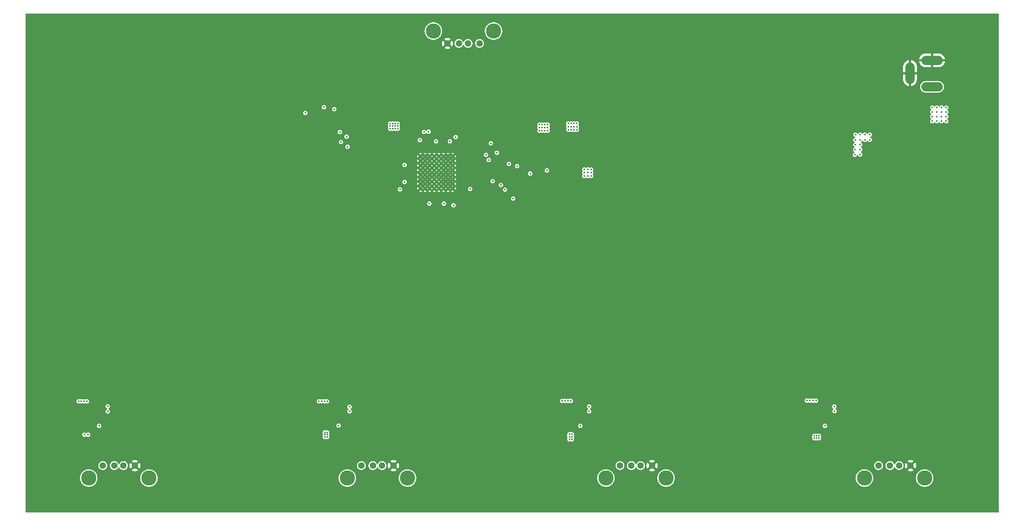
<source format=gbr>
%TF.GenerationSoftware,KiCad,Pcbnew,9.0.1*%
%TF.CreationDate,2025-04-09T10:03:17-07:00*%
%TF.ProjectId,DeskHub,4465736b-4875-4622-9e6b-696361645f70,rev?*%
%TF.SameCoordinates,Original*%
%TF.FileFunction,Copper,L2,Inr*%
%TF.FilePolarity,Positive*%
%FSLAX46Y46*%
G04 Gerber Fmt 4.6, Leading zero omitted, Abs format (unit mm)*
G04 Created by KiCad (PCBNEW 9.0.1) date 2025-04-09 10:03:17*
%MOMM*%
%LPD*%
G01*
G04 APERTURE LIST*
%TA.AperFunction,ComponentPad*%
%ADD10O,4.700000X2.000000*%
%TD*%
%TA.AperFunction,ComponentPad*%
%ADD11O,2.000000X4.700000*%
%TD*%
%TA.AperFunction,ComponentPad*%
%ADD12C,1.428000*%
%TD*%
%TA.AperFunction,ComponentPad*%
%ADD13C,3.316000*%
%TD*%
%TA.AperFunction,ComponentPad*%
%ADD14C,0.500000*%
%TD*%
%TA.AperFunction,ViaPad*%
%ADD15C,0.450000*%
%TD*%
G04 APERTURE END LIST*
D10*
%TO.N,BOARD_5V*%
%TO.C,J2*%
X251492500Y-74915000D03*
%TO.N,Earth*%
X251492500Y-69115000D03*
D11*
X246692500Y-71915000D03*
%TD*%
D12*
%TO.N,Net-(J6-VBUS)*%
%TO.C,J6*%
X239800000Y-157660000D03*
%TO.N,USB_DN4_D-*%
X242300000Y-157660000D03*
%TO.N,USB_DN4_D+*%
X244300000Y-157660000D03*
%TO.N,Earth*%
X246800000Y-157660000D03*
D13*
%TO.N,GNDPWR*%
X236730000Y-160370000D03*
X249870000Y-160370000D03*
%TD*%
D12*
%TO.N,Net-(J5-VBUS)*%
%TO.C,J5*%
X183340000Y-157660000D03*
%TO.N,USB_DN3_D-*%
X185840000Y-157660000D03*
%TO.N,USB_DN3_D+*%
X187840000Y-157660000D03*
%TO.N,Earth*%
X190340000Y-157660000D03*
D13*
%TO.N,GNDPWR*%
X180270000Y-160370000D03*
X193410000Y-160370000D03*
%TD*%
D12*
%TO.N,Net-(J7-VBUS)*%
%TO.C,J7*%
X70420000Y-157660000D03*
%TO.N,USB_DN1_D-*%
X72920000Y-157660000D03*
%TO.N,USB_DN1_D+*%
X74920000Y-157660000D03*
%TO.N,Earth*%
X77420000Y-157660000D03*
D13*
%TO.N,GNDPWR*%
X67350000Y-160370000D03*
X80490000Y-160370000D03*
%TD*%
D14*
%TO.N,Earth*%
%TO.C,U1*%
X146800000Y-97100000D03*
X146800000Y-96100000D03*
X146800000Y-95100000D03*
X146800000Y-94100000D03*
X146800000Y-93100000D03*
X146800000Y-92100000D03*
X146800000Y-91100000D03*
X146800000Y-90100000D03*
X145800000Y-97100000D03*
X145800000Y-96100000D03*
X145800000Y-95100000D03*
X145800000Y-94100000D03*
X145800000Y-93100000D03*
X145800000Y-92100000D03*
X145800000Y-91100000D03*
X145800000Y-90100000D03*
X144800000Y-97100000D03*
X144800000Y-96100000D03*
X144800000Y-95100000D03*
X144800000Y-94100000D03*
X144800000Y-93100000D03*
X144800000Y-92100000D03*
X144800000Y-91100000D03*
X144800000Y-90100000D03*
X143800000Y-97100000D03*
X143800000Y-96100000D03*
X143800000Y-95100000D03*
X143800000Y-94100000D03*
X143800000Y-93100000D03*
X143800000Y-92100000D03*
X143800000Y-91100000D03*
X143800000Y-90100000D03*
X142800000Y-97100000D03*
X142800000Y-96100000D03*
X142800000Y-95100000D03*
X142800000Y-94100000D03*
X142800000Y-93100000D03*
X142800000Y-92100000D03*
X142800000Y-91100000D03*
X142800000Y-90100000D03*
X141800000Y-97100000D03*
X141800000Y-96100000D03*
X141800000Y-95100000D03*
X141800000Y-94100000D03*
X141800000Y-93100000D03*
X141800000Y-92100000D03*
X141800000Y-91100000D03*
X141800000Y-90100000D03*
X140800000Y-97100000D03*
X140800000Y-96100000D03*
X140800000Y-95100000D03*
X140800000Y-94100000D03*
X140800000Y-93100000D03*
X140800000Y-92100000D03*
X140800000Y-91100000D03*
X140800000Y-90100000D03*
X139800000Y-97100000D03*
X139800000Y-96100000D03*
X139800000Y-95100000D03*
X139800000Y-94100000D03*
X139800000Y-93100000D03*
X139800000Y-92100000D03*
X139800000Y-91100000D03*
X139800000Y-90100000D03*
%TD*%
D12*
%TO.N,Net-(J4-VBUS)*%
%TO.C,J4*%
X126880000Y-157660000D03*
%TO.N,USB_DN2_D-*%
X129380000Y-157660000D03*
%TO.N,USB_DN2_D+*%
X131380000Y-157660000D03*
%TO.N,Earth*%
X133880000Y-157660000D03*
D13*
%TO.N,GNDPWR*%
X123810000Y-160370000D03*
X136950000Y-160370000D03*
%TD*%
D12*
%TO.N,USB_5V_UP*%
%TO.C,J1*%
X152674999Y-65433197D03*
%TO.N,USB_UP_D-*%
X150174999Y-65433197D03*
%TO.N,USB_UP_D+*%
X148174999Y-65433197D03*
%TO.N,Earth*%
X145674999Y-65433197D03*
D13*
%TO.N,GNDPWR*%
X155744999Y-62723197D03*
X142604999Y-62723197D03*
%TD*%
D15*
%TO.N,Earth*%
X238392500Y-92600000D03*
X238342500Y-96000000D03*
X119400000Y-84150000D03*
X242292500Y-95950000D03*
X242292500Y-92600000D03*
X153300000Y-82150000D03*
X242292500Y-94150000D03*
X140572500Y-82700000D03*
X122500000Y-79800000D03*
X153000000Y-88900000D03*
X242292500Y-95050000D03*
X86200000Y-155650000D03*
X240342500Y-92600000D03*
X119350000Y-81950000D03*
X117200000Y-84200000D03*
X240942500Y-96850000D03*
X225450000Y-147250000D03*
X226250000Y-147250000D03*
X127400000Y-82500000D03*
X118750000Y-78300000D03*
X225700000Y-146650000D03*
X242292500Y-93350000D03*
X66650000Y-146700000D03*
X66300000Y-147250000D03*
X239392500Y-92600000D03*
X141512500Y-82700000D03*
X85200000Y-155650000D03*
X113300000Y-80600000D03*
X238342500Y-94300000D03*
X84250000Y-155650000D03*
X67300000Y-146700000D03*
X239192500Y-96850000D03*
X66950000Y-147300000D03*
X119600000Y-147050000D03*
X241292500Y-92600000D03*
X167950000Y-90450000D03*
X172150000Y-147250000D03*
X65725001Y-150100000D03*
X152500000Y-81350000D03*
X128200000Y-81350000D03*
X118700000Y-147200000D03*
X238342500Y-95200000D03*
X117250000Y-81900000D03*
X228800000Y-141600000D03*
X238342500Y-93450000D03*
X240042500Y-96850000D03*
X172050000Y-146650000D03*
X241992500Y-96900000D03*
X166100000Y-89100000D03*
X172750000Y-146700000D03*
X231900000Y-145150000D03*
X118900000Y-146550000D03*
X238342500Y-96850000D03*
%TO.N,VDD3.3*%
X165750000Y-84500000D03*
X166950000Y-84500000D03*
X165750000Y-83150000D03*
X166350000Y-83150000D03*
X135300000Y-97300000D03*
X150650000Y-97200000D03*
X139650000Y-86550000D03*
X147450000Y-85880000D03*
X166350000Y-84500000D03*
X167550000Y-83800000D03*
X167550000Y-84500000D03*
X167550000Y-83150000D03*
X166950000Y-83800000D03*
X166950000Y-83150000D03*
X166350000Y-83800000D03*
X165750000Y-83800000D03*
%TO.N,VDD1.1*%
X136300000Y-95700000D03*
X133150000Y-84050000D03*
X134250000Y-84050000D03*
X133700000Y-83500000D03*
X134250000Y-82950000D03*
X133700000Y-84050000D03*
X147000000Y-100800000D03*
X134800000Y-82950000D03*
X133700000Y-82950000D03*
X146200000Y-86800000D03*
X141700000Y-100400000D03*
X133150000Y-83500000D03*
X134800000Y-84050000D03*
X133150000Y-82950000D03*
X144900000Y-100400000D03*
X134800000Y-83500000D03*
X134250000Y-83500000D03*
X143200000Y-86800000D03*
X136300000Y-92000000D03*
%TO.N,XO*%
X141550000Y-84700000D03*
%TO.N,XI*%
X140550000Y-84750000D03*
%TO.N,BOARD_5V*%
X254592500Y-81400000D03*
X172850000Y-150800000D03*
X253542500Y-81400000D03*
X225800000Y-151650000D03*
X252542500Y-81400000D03*
X226300000Y-151650000D03*
X251542500Y-81400000D03*
X172300000Y-151900000D03*
X253542500Y-82400000D03*
X253542500Y-80400000D03*
X254592500Y-82400000D03*
X172850000Y-151900000D03*
X251542500Y-82400000D03*
X254592500Y-79400000D03*
X252542500Y-79400000D03*
X119400000Y-151400000D03*
X226300000Y-151150000D03*
X67200000Y-150900000D03*
X118900000Y-150400000D03*
X119400000Y-150400000D03*
X251542500Y-79400000D03*
X118900000Y-150900000D03*
X226800000Y-151650000D03*
X251542500Y-80400000D03*
X226800000Y-151150000D03*
X66400000Y-150900000D03*
X252542500Y-82400000D03*
X119400000Y-150900000D03*
X172300000Y-150800000D03*
X253542500Y-79400000D03*
X118900000Y-151400000D03*
X172300000Y-151350000D03*
X225800000Y-151150000D03*
X172850000Y-151350000D03*
X254592500Y-80400000D03*
X252542500Y-80400000D03*
%TO.N,BOARD_3.3V*%
X118700000Y-79350000D03*
X237892500Y-85350000D03*
X120950000Y-79800000D03*
X176300000Y-94400000D03*
X175550000Y-94400000D03*
X234792500Y-85350000D03*
X236842500Y-86500000D03*
X173887500Y-82900000D03*
X235792500Y-85350000D03*
X235792500Y-86500000D03*
X236842500Y-85350000D03*
X124300000Y-145800000D03*
X235792500Y-87550000D03*
X230200000Y-145750000D03*
X177050000Y-93650000D03*
X172087500Y-83600000D03*
X234692500Y-88650000D03*
X176300000Y-92950000D03*
X173925000Y-84300000D03*
X234742500Y-86500000D03*
X177050000Y-92950000D03*
X173312500Y-84300000D03*
X176300000Y-93650000D03*
X114650000Y-80600000D03*
X237892500Y-86500000D03*
X172700000Y-84300000D03*
X235792500Y-89700000D03*
X172662500Y-82900000D03*
X177050000Y-94400000D03*
X175550000Y-92950000D03*
X173312500Y-83600000D03*
X172700000Y-83600000D03*
X176600000Y-145800000D03*
X172050000Y-82900000D03*
X71500000Y-145800000D03*
X234742500Y-87550000D03*
X175550000Y-93650000D03*
X172087500Y-84300000D03*
X235792500Y-88600000D03*
X234642500Y-89750000D03*
X173275000Y-82900000D03*
X173925000Y-83600000D03*
%TO.N,BOARD_1.1V*%
X122400000Y-86950000D03*
X122183333Y-84800000D03*
X123850000Y-88000000D03*
X123650000Y-85800000D03*
%TO.N,/Port 1 Power Switch/VOUT*%
X66350000Y-143600000D03*
X65150000Y-143600000D03*
X66950000Y-143600000D03*
X65700000Y-143600000D03*
%TO.N,/Port 2 Power Switch/VOUT*%
X117600000Y-143600000D03*
X119400000Y-143600000D03*
X118200000Y-143600000D03*
X118800000Y-143600000D03*
%TO.N,/Port 3 Power Switch/VOUT*%
X172600000Y-143500000D03*
X170700000Y-143500000D03*
X171333333Y-143500000D03*
X171966667Y-143500000D03*
%TO.N,/Port 4 Power Switch/VOUT*%
X226150000Y-143450000D03*
X224150000Y-143450000D03*
X224816667Y-143450000D03*
X225483333Y-143450000D03*
%TO.N,Net-(U1-USB_VBUS)*%
X154100000Y-89750000D03*
X155150000Y-87250000D03*
%TO.N,/Port 1 Power Switch/OVERCURRENT*%
X154700000Y-90875000D03*
X71500000Y-144700000D03*
%TO.N,/Port 2 Power Switch/OVERCURRENT*%
X124300000Y-144800000D03*
X156450000Y-89300000D03*
%TO.N,/Port 3 Power Switch/OVERCURRENT*%
X176600000Y-144750000D03*
X159100000Y-91746000D03*
%TO.N,/Port 4 Power Switch/OVERCURRENT*%
X230150000Y-144750000D03*
X160900000Y-92246000D03*
%TO.N,/Port 4 Power Switch/PWRON_EN*%
X160007143Y-99300000D03*
X228100000Y-148950000D03*
%TO.N,/Port 3 Power Switch/PWRON_EN*%
X174700000Y-148950000D03*
X158221429Y-97350000D03*
%TO.N,/Port 2 Power Switch/PWRON_EN*%
X121900000Y-148900000D03*
X157350000Y-96350000D03*
%TO.N,/Port 1 Power Switch/PWRON_EN*%
X155550000Y-95500000D03*
X69600000Y-148950000D03*
%TO.N,Net-(U1-PWRCTL_POL)*%
X167400000Y-93150000D03*
X163750000Y-93850000D03*
%TD*%
%TA.AperFunction,Conductor*%
%TO.N,Earth*%
G36*
X266007539Y-58950185D02*
G01*
X266053294Y-59002989D01*
X266064500Y-59054500D01*
X266064500Y-167755500D01*
X266044815Y-167822539D01*
X265992011Y-167868294D01*
X265940500Y-167879500D01*
X53639500Y-167879500D01*
X53572461Y-167859815D01*
X53526706Y-167807011D01*
X53515500Y-167755500D01*
X53515500Y-160244916D01*
X65441500Y-160244916D01*
X65441500Y-160495083D01*
X65441501Y-160495099D01*
X65474153Y-160743118D01*
X65474154Y-160743123D01*
X65474155Y-160743129D01*
X65474156Y-160743131D01*
X65538905Y-160984782D01*
X65634642Y-161215912D01*
X65634647Y-161215922D01*
X65759734Y-161432580D01*
X65912033Y-161631060D01*
X65912039Y-161631067D01*
X66088932Y-161807960D01*
X66088939Y-161807966D01*
X66287419Y-161960265D01*
X66504077Y-162085352D01*
X66504087Y-162085357D01*
X66632152Y-162138403D01*
X66735216Y-162181094D01*
X66976871Y-162245845D01*
X67224910Y-162278500D01*
X67224917Y-162278500D01*
X67475083Y-162278500D01*
X67475090Y-162278500D01*
X67723129Y-162245845D01*
X67964784Y-162181094D01*
X68195919Y-162085354D01*
X68412581Y-161960265D01*
X68611062Y-161807965D01*
X68787965Y-161631062D01*
X68940265Y-161432581D01*
X69065354Y-161215919D01*
X69161094Y-160984784D01*
X69225845Y-160743129D01*
X69258500Y-160495090D01*
X69258500Y-160244916D01*
X78581500Y-160244916D01*
X78581500Y-160495083D01*
X78581501Y-160495099D01*
X78614153Y-160743118D01*
X78614154Y-160743123D01*
X78614155Y-160743129D01*
X78614156Y-160743131D01*
X78678905Y-160984782D01*
X78774642Y-161215912D01*
X78774647Y-161215922D01*
X78899734Y-161432580D01*
X79052033Y-161631060D01*
X79052039Y-161631067D01*
X79228932Y-161807960D01*
X79228939Y-161807966D01*
X79427419Y-161960265D01*
X79644077Y-162085352D01*
X79644087Y-162085357D01*
X79772152Y-162138403D01*
X79875216Y-162181094D01*
X80116871Y-162245845D01*
X80364910Y-162278500D01*
X80364917Y-162278500D01*
X80615083Y-162278500D01*
X80615090Y-162278500D01*
X80863129Y-162245845D01*
X81104784Y-162181094D01*
X81335919Y-162085354D01*
X81552581Y-161960265D01*
X81751062Y-161807965D01*
X81927965Y-161631062D01*
X82080265Y-161432581D01*
X82205354Y-161215919D01*
X82301094Y-160984784D01*
X82365845Y-160743129D01*
X82398500Y-160495090D01*
X82398500Y-160244916D01*
X121901500Y-160244916D01*
X121901500Y-160495083D01*
X121901501Y-160495099D01*
X121934153Y-160743118D01*
X121934154Y-160743123D01*
X121934155Y-160743129D01*
X121934156Y-160743131D01*
X121998905Y-160984782D01*
X122094642Y-161215912D01*
X122094647Y-161215922D01*
X122219734Y-161432580D01*
X122372033Y-161631060D01*
X122372039Y-161631067D01*
X122548932Y-161807960D01*
X122548939Y-161807966D01*
X122747419Y-161960265D01*
X122964077Y-162085352D01*
X122964087Y-162085357D01*
X123092152Y-162138403D01*
X123195216Y-162181094D01*
X123436871Y-162245845D01*
X123684910Y-162278500D01*
X123684917Y-162278500D01*
X123935083Y-162278500D01*
X123935090Y-162278500D01*
X124183129Y-162245845D01*
X124424784Y-162181094D01*
X124655919Y-162085354D01*
X124872581Y-161960265D01*
X125071062Y-161807965D01*
X125247965Y-161631062D01*
X125400265Y-161432581D01*
X125525354Y-161215919D01*
X125621094Y-160984784D01*
X125685845Y-160743129D01*
X125718500Y-160495090D01*
X125718500Y-160244916D01*
X135041500Y-160244916D01*
X135041500Y-160495083D01*
X135041501Y-160495099D01*
X135074153Y-160743118D01*
X135074154Y-160743123D01*
X135074155Y-160743129D01*
X135074156Y-160743131D01*
X135138905Y-160984782D01*
X135234642Y-161215912D01*
X135234647Y-161215922D01*
X135359734Y-161432580D01*
X135512033Y-161631060D01*
X135512039Y-161631067D01*
X135688932Y-161807960D01*
X135688939Y-161807966D01*
X135887419Y-161960265D01*
X136104077Y-162085352D01*
X136104087Y-162085357D01*
X136232152Y-162138403D01*
X136335216Y-162181094D01*
X136576871Y-162245845D01*
X136824910Y-162278500D01*
X136824917Y-162278500D01*
X137075083Y-162278500D01*
X137075090Y-162278500D01*
X137323129Y-162245845D01*
X137564784Y-162181094D01*
X137795919Y-162085354D01*
X138012581Y-161960265D01*
X138211062Y-161807965D01*
X138387965Y-161631062D01*
X138540265Y-161432581D01*
X138665354Y-161215919D01*
X138761094Y-160984784D01*
X138825845Y-160743129D01*
X138858500Y-160495090D01*
X138858500Y-160244916D01*
X178361500Y-160244916D01*
X178361500Y-160495083D01*
X178361501Y-160495099D01*
X178394153Y-160743118D01*
X178394154Y-160743123D01*
X178394155Y-160743129D01*
X178394156Y-160743131D01*
X178458905Y-160984782D01*
X178554642Y-161215912D01*
X178554647Y-161215922D01*
X178679734Y-161432580D01*
X178832033Y-161631060D01*
X178832039Y-161631067D01*
X179008932Y-161807960D01*
X179008939Y-161807966D01*
X179207419Y-161960265D01*
X179424077Y-162085352D01*
X179424087Y-162085357D01*
X179552152Y-162138403D01*
X179655216Y-162181094D01*
X179896871Y-162245845D01*
X180144910Y-162278500D01*
X180144917Y-162278500D01*
X180395083Y-162278500D01*
X180395090Y-162278500D01*
X180643129Y-162245845D01*
X180884784Y-162181094D01*
X181115919Y-162085354D01*
X181332581Y-161960265D01*
X181531062Y-161807965D01*
X181707965Y-161631062D01*
X181860265Y-161432581D01*
X181985354Y-161215919D01*
X182081094Y-160984784D01*
X182145845Y-160743129D01*
X182178500Y-160495090D01*
X182178500Y-160244916D01*
X191501500Y-160244916D01*
X191501500Y-160495083D01*
X191501501Y-160495099D01*
X191534153Y-160743118D01*
X191534154Y-160743123D01*
X191534155Y-160743129D01*
X191534156Y-160743131D01*
X191598905Y-160984782D01*
X191694642Y-161215912D01*
X191694647Y-161215922D01*
X191819734Y-161432580D01*
X191972033Y-161631060D01*
X191972039Y-161631067D01*
X192148932Y-161807960D01*
X192148939Y-161807966D01*
X192347419Y-161960265D01*
X192564077Y-162085352D01*
X192564087Y-162085357D01*
X192692152Y-162138403D01*
X192795216Y-162181094D01*
X193036871Y-162245845D01*
X193284910Y-162278500D01*
X193284917Y-162278500D01*
X193535083Y-162278500D01*
X193535090Y-162278500D01*
X193783129Y-162245845D01*
X194024784Y-162181094D01*
X194255919Y-162085354D01*
X194472581Y-161960265D01*
X194671062Y-161807965D01*
X194847965Y-161631062D01*
X195000265Y-161432581D01*
X195125354Y-161215919D01*
X195221094Y-160984784D01*
X195285845Y-160743129D01*
X195318500Y-160495090D01*
X195318500Y-160244916D01*
X234821500Y-160244916D01*
X234821500Y-160495083D01*
X234821501Y-160495099D01*
X234854153Y-160743118D01*
X234854154Y-160743123D01*
X234854155Y-160743129D01*
X234854156Y-160743131D01*
X234918905Y-160984782D01*
X235014642Y-161215912D01*
X235014647Y-161215922D01*
X235139734Y-161432580D01*
X235292033Y-161631060D01*
X235292039Y-161631067D01*
X235468932Y-161807960D01*
X235468939Y-161807966D01*
X235667419Y-161960265D01*
X235884077Y-162085352D01*
X235884087Y-162085357D01*
X236012152Y-162138403D01*
X236115216Y-162181094D01*
X236356871Y-162245845D01*
X236604910Y-162278500D01*
X236604917Y-162278500D01*
X236855083Y-162278500D01*
X236855090Y-162278500D01*
X237103129Y-162245845D01*
X237344784Y-162181094D01*
X237575919Y-162085354D01*
X237792581Y-161960265D01*
X237991062Y-161807965D01*
X238167965Y-161631062D01*
X238320265Y-161432581D01*
X238445354Y-161215919D01*
X238541094Y-160984784D01*
X238605845Y-160743129D01*
X238638500Y-160495090D01*
X238638500Y-160244916D01*
X247961500Y-160244916D01*
X247961500Y-160495083D01*
X247961501Y-160495099D01*
X247994153Y-160743118D01*
X247994154Y-160743123D01*
X247994155Y-160743129D01*
X247994156Y-160743131D01*
X248058905Y-160984782D01*
X248154642Y-161215912D01*
X248154647Y-161215922D01*
X248279734Y-161432580D01*
X248432033Y-161631060D01*
X248432039Y-161631067D01*
X248608932Y-161807960D01*
X248608939Y-161807966D01*
X248807419Y-161960265D01*
X249024077Y-162085352D01*
X249024087Y-162085357D01*
X249152152Y-162138403D01*
X249255216Y-162181094D01*
X249496871Y-162245845D01*
X249744910Y-162278500D01*
X249744917Y-162278500D01*
X249995083Y-162278500D01*
X249995090Y-162278500D01*
X250243129Y-162245845D01*
X250484784Y-162181094D01*
X250715919Y-162085354D01*
X250932581Y-161960265D01*
X251131062Y-161807965D01*
X251307965Y-161631062D01*
X251460265Y-161432581D01*
X251585354Y-161215919D01*
X251681094Y-160984784D01*
X251745845Y-160743129D01*
X251778500Y-160495090D01*
X251778500Y-160244910D01*
X251745845Y-159996871D01*
X251681094Y-159755216D01*
X251638403Y-159652152D01*
X251585357Y-159524087D01*
X251585352Y-159524077D01*
X251460265Y-159307419D01*
X251307966Y-159108939D01*
X251307960Y-159108932D01*
X251131067Y-158932039D01*
X251131060Y-158932033D01*
X250932580Y-158779734D01*
X250715922Y-158654647D01*
X250715912Y-158654642D01*
X250484782Y-158558905D01*
X250363956Y-158526530D01*
X250243129Y-158494155D01*
X250243123Y-158494154D01*
X250243118Y-158494153D01*
X249995099Y-158461501D01*
X249995096Y-158461500D01*
X249995090Y-158461500D01*
X249744910Y-158461500D01*
X249744904Y-158461500D01*
X249744900Y-158461501D01*
X249496881Y-158494153D01*
X249496874Y-158494154D01*
X249496871Y-158494155D01*
X249445800Y-158507839D01*
X249255217Y-158558905D01*
X249024087Y-158654642D01*
X249024077Y-158654647D01*
X248807419Y-158779734D01*
X248608939Y-158932033D01*
X248608932Y-158932039D01*
X248432039Y-159108932D01*
X248432033Y-159108939D01*
X248279734Y-159307419D01*
X248154647Y-159524077D01*
X248154642Y-159524087D01*
X248058905Y-159755217D01*
X247994156Y-159996868D01*
X247994153Y-159996881D01*
X247961501Y-160244900D01*
X247961500Y-160244916D01*
X238638500Y-160244916D01*
X238638500Y-160244910D01*
X238605845Y-159996871D01*
X238541094Y-159755216D01*
X238498403Y-159652152D01*
X238445357Y-159524087D01*
X238445352Y-159524077D01*
X238320265Y-159307419D01*
X238167966Y-159108939D01*
X238167960Y-159108932D01*
X237991067Y-158932039D01*
X237991060Y-158932033D01*
X237792580Y-158779734D01*
X237575922Y-158654647D01*
X237575912Y-158654642D01*
X237344782Y-158558905D01*
X237223956Y-158526530D01*
X237103129Y-158494155D01*
X237103123Y-158494154D01*
X237103118Y-158494153D01*
X236855099Y-158461501D01*
X236855096Y-158461500D01*
X236855090Y-158461500D01*
X236604910Y-158461500D01*
X236604904Y-158461500D01*
X236604900Y-158461501D01*
X236356881Y-158494153D01*
X236356874Y-158494154D01*
X236356871Y-158494155D01*
X236305800Y-158507839D01*
X236115217Y-158558905D01*
X235884087Y-158654642D01*
X235884077Y-158654647D01*
X235667419Y-158779734D01*
X235468939Y-158932033D01*
X235468932Y-158932039D01*
X235292039Y-159108932D01*
X235292033Y-159108939D01*
X235139734Y-159307419D01*
X235014647Y-159524077D01*
X235014642Y-159524087D01*
X234918905Y-159755217D01*
X234854156Y-159996868D01*
X234854153Y-159996881D01*
X234821501Y-160244900D01*
X234821500Y-160244916D01*
X195318500Y-160244916D01*
X195318500Y-160244910D01*
X195285845Y-159996871D01*
X195221094Y-159755216D01*
X195178403Y-159652152D01*
X195125357Y-159524087D01*
X195125352Y-159524077D01*
X195000265Y-159307419D01*
X194847966Y-159108939D01*
X194847960Y-159108932D01*
X194671067Y-158932039D01*
X194671060Y-158932033D01*
X194472580Y-158779734D01*
X194255922Y-158654647D01*
X194255912Y-158654642D01*
X194024782Y-158558905D01*
X193903956Y-158526530D01*
X193783129Y-158494155D01*
X193783123Y-158494154D01*
X193783118Y-158494153D01*
X193535099Y-158461501D01*
X193535096Y-158461500D01*
X193535090Y-158461500D01*
X193284910Y-158461500D01*
X193284904Y-158461500D01*
X193284900Y-158461501D01*
X193036881Y-158494153D01*
X193036874Y-158494154D01*
X193036871Y-158494155D01*
X192985800Y-158507839D01*
X192795217Y-158558905D01*
X192564087Y-158654642D01*
X192564077Y-158654647D01*
X192347419Y-158779734D01*
X192148939Y-158932033D01*
X192148932Y-158932039D01*
X191972039Y-159108932D01*
X191972033Y-159108939D01*
X191819734Y-159307419D01*
X191694647Y-159524077D01*
X191694642Y-159524087D01*
X191598905Y-159755217D01*
X191534156Y-159996868D01*
X191534153Y-159996881D01*
X191501501Y-160244900D01*
X191501500Y-160244916D01*
X182178500Y-160244916D01*
X182178500Y-160244910D01*
X182145845Y-159996871D01*
X182081094Y-159755216D01*
X182038403Y-159652152D01*
X181985357Y-159524087D01*
X181985352Y-159524077D01*
X181860265Y-159307419D01*
X181707966Y-159108939D01*
X181707960Y-159108932D01*
X181531067Y-158932039D01*
X181531060Y-158932033D01*
X181332580Y-158779734D01*
X181115922Y-158654647D01*
X181115912Y-158654642D01*
X180884782Y-158558905D01*
X180763956Y-158526530D01*
X180643129Y-158494155D01*
X180643123Y-158494154D01*
X180643118Y-158494153D01*
X180395099Y-158461501D01*
X180395096Y-158461500D01*
X180395090Y-158461500D01*
X180144910Y-158461500D01*
X180144904Y-158461500D01*
X180144900Y-158461501D01*
X179896881Y-158494153D01*
X179896874Y-158494154D01*
X179896871Y-158494155D01*
X179845800Y-158507839D01*
X179655217Y-158558905D01*
X179424087Y-158654642D01*
X179424077Y-158654647D01*
X179207419Y-158779734D01*
X179008939Y-158932033D01*
X179008932Y-158932039D01*
X178832039Y-159108932D01*
X178832033Y-159108939D01*
X178679734Y-159307419D01*
X178554647Y-159524077D01*
X178554642Y-159524087D01*
X178458905Y-159755217D01*
X178394156Y-159996868D01*
X178394153Y-159996881D01*
X178361501Y-160244900D01*
X178361500Y-160244916D01*
X138858500Y-160244916D01*
X138858500Y-160244910D01*
X138825845Y-159996871D01*
X138761094Y-159755216D01*
X138718403Y-159652152D01*
X138665357Y-159524087D01*
X138665352Y-159524077D01*
X138540265Y-159307419D01*
X138387966Y-159108939D01*
X138387960Y-159108932D01*
X138211067Y-158932039D01*
X138211060Y-158932033D01*
X138012580Y-158779734D01*
X137795922Y-158654647D01*
X137795912Y-158654642D01*
X137564782Y-158558905D01*
X137443956Y-158526530D01*
X137323129Y-158494155D01*
X137323123Y-158494154D01*
X137323118Y-158494153D01*
X137075099Y-158461501D01*
X137075096Y-158461500D01*
X137075090Y-158461500D01*
X136824910Y-158461500D01*
X136824904Y-158461500D01*
X136824900Y-158461501D01*
X136576881Y-158494153D01*
X136576874Y-158494154D01*
X136576871Y-158494155D01*
X136525800Y-158507839D01*
X136335217Y-158558905D01*
X136104087Y-158654642D01*
X136104077Y-158654647D01*
X135887419Y-158779734D01*
X135688939Y-158932033D01*
X135688932Y-158932039D01*
X135512039Y-159108932D01*
X135512033Y-159108939D01*
X135359734Y-159307419D01*
X135234647Y-159524077D01*
X135234642Y-159524087D01*
X135138905Y-159755217D01*
X135074156Y-159996868D01*
X135074153Y-159996881D01*
X135041501Y-160244900D01*
X135041500Y-160244916D01*
X125718500Y-160244916D01*
X125718500Y-160244910D01*
X125685845Y-159996871D01*
X125621094Y-159755216D01*
X125578403Y-159652152D01*
X125525357Y-159524087D01*
X125525352Y-159524077D01*
X125400265Y-159307419D01*
X125247966Y-159108939D01*
X125247960Y-159108932D01*
X125071067Y-158932039D01*
X125071060Y-158932033D01*
X124872580Y-158779734D01*
X124655922Y-158654647D01*
X124655912Y-158654642D01*
X124424782Y-158558905D01*
X124303956Y-158526530D01*
X124183129Y-158494155D01*
X124183123Y-158494154D01*
X124183118Y-158494153D01*
X123935099Y-158461501D01*
X123935096Y-158461500D01*
X123935090Y-158461500D01*
X123684910Y-158461500D01*
X123684904Y-158461500D01*
X123684900Y-158461501D01*
X123436881Y-158494153D01*
X123436874Y-158494154D01*
X123436871Y-158494155D01*
X123385800Y-158507839D01*
X123195217Y-158558905D01*
X122964087Y-158654642D01*
X122964077Y-158654647D01*
X122747419Y-158779734D01*
X122548939Y-158932033D01*
X122548932Y-158932039D01*
X122372039Y-159108932D01*
X122372033Y-159108939D01*
X122219734Y-159307419D01*
X122094647Y-159524077D01*
X122094642Y-159524087D01*
X121998905Y-159755217D01*
X121934156Y-159996868D01*
X121934153Y-159996881D01*
X121901501Y-160244900D01*
X121901500Y-160244916D01*
X82398500Y-160244916D01*
X82398500Y-160244910D01*
X82365845Y-159996871D01*
X82301094Y-159755216D01*
X82258403Y-159652152D01*
X82205357Y-159524087D01*
X82205352Y-159524077D01*
X82080265Y-159307419D01*
X81927966Y-159108939D01*
X81927960Y-159108932D01*
X81751067Y-158932039D01*
X81751060Y-158932033D01*
X81552580Y-158779734D01*
X81335922Y-158654647D01*
X81335912Y-158654642D01*
X81104782Y-158558905D01*
X80983956Y-158526530D01*
X80863129Y-158494155D01*
X80863123Y-158494154D01*
X80863118Y-158494153D01*
X80615099Y-158461501D01*
X80615096Y-158461500D01*
X80615090Y-158461500D01*
X80364910Y-158461500D01*
X80364904Y-158461500D01*
X80364900Y-158461501D01*
X80116881Y-158494153D01*
X80116874Y-158494154D01*
X80116871Y-158494155D01*
X80065800Y-158507839D01*
X79875217Y-158558905D01*
X79644087Y-158654642D01*
X79644077Y-158654647D01*
X79427419Y-158779734D01*
X79228939Y-158932033D01*
X79228932Y-158932039D01*
X79052039Y-159108932D01*
X79052033Y-159108939D01*
X78899734Y-159307419D01*
X78774647Y-159524077D01*
X78774642Y-159524087D01*
X78678905Y-159755217D01*
X78614156Y-159996868D01*
X78614153Y-159996881D01*
X78581501Y-160244900D01*
X78581500Y-160244916D01*
X69258500Y-160244916D01*
X69258500Y-160244910D01*
X69225845Y-159996871D01*
X69161094Y-159755216D01*
X69118403Y-159652152D01*
X69065357Y-159524087D01*
X69065352Y-159524077D01*
X68940265Y-159307419D01*
X68787966Y-159108939D01*
X68787960Y-159108932D01*
X68611067Y-158932039D01*
X68611060Y-158932033D01*
X68412580Y-158779734D01*
X68195922Y-158654647D01*
X68195912Y-158654642D01*
X67964782Y-158558905D01*
X67843956Y-158526530D01*
X67723129Y-158494155D01*
X67723123Y-158494154D01*
X67723118Y-158494153D01*
X67475099Y-158461501D01*
X67475096Y-158461500D01*
X67475090Y-158461500D01*
X67224910Y-158461500D01*
X67224904Y-158461500D01*
X67224900Y-158461501D01*
X66976881Y-158494153D01*
X66976874Y-158494154D01*
X66976871Y-158494155D01*
X66925800Y-158507839D01*
X66735217Y-158558905D01*
X66504087Y-158654642D01*
X66504077Y-158654647D01*
X66287419Y-158779734D01*
X66088939Y-158932033D01*
X66088932Y-158932039D01*
X65912039Y-159108932D01*
X65912033Y-159108939D01*
X65759734Y-159307419D01*
X65634647Y-159524077D01*
X65634642Y-159524087D01*
X65538905Y-159755217D01*
X65474156Y-159996868D01*
X65474153Y-159996881D01*
X65441501Y-160244900D01*
X65441500Y-160244916D01*
X53515500Y-160244916D01*
X53515500Y-157565000D01*
X69455500Y-157565000D01*
X69455500Y-157754999D01*
X69492563Y-157941326D01*
X69492565Y-157941334D01*
X69565269Y-158116859D01*
X69565274Y-158116868D01*
X69670823Y-158274832D01*
X69670826Y-158274836D01*
X69805163Y-158409173D01*
X69805167Y-158409176D01*
X69963131Y-158514725D01*
X69963140Y-158514730D01*
X69966414Y-158516086D01*
X70138666Y-158587435D01*
X70325000Y-158624499D01*
X70325004Y-158624500D01*
X70325005Y-158624500D01*
X70514996Y-158624500D01*
X70514997Y-158624499D01*
X70701334Y-158587435D01*
X70876862Y-158514729D01*
X71034833Y-158409176D01*
X71169176Y-158274833D01*
X71274729Y-158116862D01*
X71347435Y-157941334D01*
X71384500Y-157754995D01*
X71384500Y-157565005D01*
X71384499Y-157565000D01*
X71955500Y-157565000D01*
X71955500Y-157754999D01*
X71992563Y-157941326D01*
X71992565Y-157941334D01*
X72065269Y-158116859D01*
X72065274Y-158116868D01*
X72170823Y-158274832D01*
X72170826Y-158274836D01*
X72305163Y-158409173D01*
X72305167Y-158409176D01*
X72463131Y-158514725D01*
X72463140Y-158514730D01*
X72466414Y-158516086D01*
X72638666Y-158587435D01*
X72825000Y-158624499D01*
X72825004Y-158624500D01*
X72825005Y-158624500D01*
X73014996Y-158624500D01*
X73014997Y-158624499D01*
X73201334Y-158587435D01*
X73376862Y-158514729D01*
X73534833Y-158409176D01*
X73669176Y-158274833D01*
X73774729Y-158116862D01*
X73774732Y-158116855D01*
X73805439Y-158042722D01*
X73849280Y-157988318D01*
X73915574Y-157966253D01*
X73983273Y-157983532D01*
X74030884Y-158034669D01*
X74034561Y-158042722D01*
X74065267Y-158116855D01*
X74065274Y-158116868D01*
X74170823Y-158274832D01*
X74170826Y-158274836D01*
X74305163Y-158409173D01*
X74305167Y-158409176D01*
X74463131Y-158514725D01*
X74463140Y-158514730D01*
X74466414Y-158516086D01*
X74638666Y-158587435D01*
X74825000Y-158624499D01*
X74825004Y-158624500D01*
X74825005Y-158624500D01*
X75014996Y-158624500D01*
X75014997Y-158624499D01*
X75201334Y-158587435D01*
X75376862Y-158514729D01*
X75534833Y-158409176D01*
X75669176Y-158274833D01*
X75774729Y-158116862D01*
X75847435Y-157941334D01*
X75884500Y-157754995D01*
X75884500Y-157565005D01*
X75884391Y-157564456D01*
X76206000Y-157564456D01*
X76206000Y-157755543D01*
X76235893Y-157944280D01*
X76235893Y-157944283D01*
X76294940Y-158126011D01*
X76294942Y-158126014D01*
X76381696Y-158296279D01*
X76402092Y-158324351D01*
X76402093Y-158324352D01*
X76969697Y-157756748D01*
X76991349Y-157837553D01*
X77051909Y-157942446D01*
X77137554Y-158028091D01*
X77242447Y-158088651D01*
X77323250Y-158110302D01*
X76755646Y-158677905D01*
X76783724Y-158698305D01*
X76953985Y-158785057D01*
X76953988Y-158785059D01*
X77135717Y-158844106D01*
X77324457Y-158874000D01*
X77515543Y-158874000D01*
X77704280Y-158844106D01*
X77704283Y-158844106D01*
X77886011Y-158785059D01*
X77886014Y-158785057D01*
X78056275Y-158698305D01*
X78084351Y-158677906D01*
X78084351Y-158677905D01*
X77516750Y-158110302D01*
X77597553Y-158088651D01*
X77702446Y-158028091D01*
X77788091Y-157942446D01*
X77848651Y-157837553D01*
X77870302Y-157756749D01*
X78437905Y-158324351D01*
X78437906Y-158324351D01*
X78458305Y-158296275D01*
X78545057Y-158126014D01*
X78545059Y-158126011D01*
X78604106Y-157944283D01*
X78604106Y-157944280D01*
X78634000Y-157755543D01*
X78634000Y-157565000D01*
X125915500Y-157565000D01*
X125915500Y-157754999D01*
X125952563Y-157941326D01*
X125952565Y-157941334D01*
X126025269Y-158116859D01*
X126025274Y-158116868D01*
X126130823Y-158274832D01*
X126130826Y-158274836D01*
X126265163Y-158409173D01*
X126265167Y-158409176D01*
X126423131Y-158514725D01*
X126423140Y-158514730D01*
X126426414Y-158516086D01*
X126598666Y-158587435D01*
X126785000Y-158624499D01*
X126785004Y-158624500D01*
X126785005Y-158624500D01*
X126974996Y-158624500D01*
X126974997Y-158624499D01*
X127161334Y-158587435D01*
X127336862Y-158514729D01*
X127494833Y-158409176D01*
X127629176Y-158274833D01*
X127734729Y-158116862D01*
X127807435Y-157941334D01*
X127844500Y-157754995D01*
X127844500Y-157565005D01*
X127844499Y-157565000D01*
X128415500Y-157565000D01*
X128415500Y-157754999D01*
X128452563Y-157941326D01*
X128452565Y-157941334D01*
X128525269Y-158116859D01*
X128525274Y-158116868D01*
X128630823Y-158274832D01*
X128630826Y-158274836D01*
X128765163Y-158409173D01*
X128765167Y-158409176D01*
X128923131Y-158514725D01*
X128923140Y-158514730D01*
X128926414Y-158516086D01*
X129098666Y-158587435D01*
X129285000Y-158624499D01*
X129285004Y-158624500D01*
X129285005Y-158624500D01*
X129474996Y-158624500D01*
X129474997Y-158624499D01*
X129661334Y-158587435D01*
X129836862Y-158514729D01*
X129994833Y-158409176D01*
X130129176Y-158274833D01*
X130234729Y-158116862D01*
X130234732Y-158116855D01*
X130265439Y-158042722D01*
X130309280Y-157988318D01*
X130375574Y-157966253D01*
X130443273Y-157983532D01*
X130490884Y-158034669D01*
X130494561Y-158042722D01*
X130525267Y-158116855D01*
X130525274Y-158116868D01*
X130630823Y-158274832D01*
X130630826Y-158274836D01*
X130765163Y-158409173D01*
X130765167Y-158409176D01*
X130923131Y-158514725D01*
X130923140Y-158514730D01*
X130926414Y-158516086D01*
X131098666Y-158587435D01*
X131285000Y-158624499D01*
X131285004Y-158624500D01*
X131285005Y-158624500D01*
X131474996Y-158624500D01*
X131474997Y-158624499D01*
X131661334Y-158587435D01*
X131836862Y-158514729D01*
X131994833Y-158409176D01*
X132129176Y-158274833D01*
X132234729Y-158116862D01*
X132307435Y-157941334D01*
X132344500Y-157754995D01*
X132344500Y-157565005D01*
X132344391Y-157564456D01*
X132666000Y-157564456D01*
X132666000Y-157755543D01*
X132695893Y-157944280D01*
X132695893Y-157944283D01*
X132754940Y-158126011D01*
X132754942Y-158126014D01*
X132841696Y-158296279D01*
X132862092Y-158324351D01*
X132862093Y-158324352D01*
X133429697Y-157756748D01*
X133451349Y-157837553D01*
X133511909Y-157942446D01*
X133597554Y-158028091D01*
X133702447Y-158088651D01*
X133783250Y-158110302D01*
X133215646Y-158677905D01*
X133243724Y-158698305D01*
X133413985Y-158785057D01*
X133413988Y-158785059D01*
X133595717Y-158844106D01*
X133784457Y-158874000D01*
X133975543Y-158874000D01*
X134164280Y-158844106D01*
X134164283Y-158844106D01*
X134346011Y-158785059D01*
X134346014Y-158785057D01*
X134516275Y-158698305D01*
X134544351Y-158677906D01*
X134544351Y-158677905D01*
X133976750Y-158110302D01*
X134057553Y-158088651D01*
X134162446Y-158028091D01*
X134248091Y-157942446D01*
X134308651Y-157837553D01*
X134330302Y-157756749D01*
X134897905Y-158324351D01*
X134897906Y-158324351D01*
X134918305Y-158296275D01*
X135005057Y-158126014D01*
X135005059Y-158126011D01*
X135064106Y-157944283D01*
X135064106Y-157944280D01*
X135094000Y-157755543D01*
X135094000Y-157565000D01*
X182375500Y-157565000D01*
X182375500Y-157754999D01*
X182412563Y-157941326D01*
X182412565Y-157941334D01*
X182485269Y-158116859D01*
X182485274Y-158116868D01*
X182590823Y-158274832D01*
X182590826Y-158274836D01*
X182725163Y-158409173D01*
X182725167Y-158409176D01*
X182883131Y-158514725D01*
X182883140Y-158514730D01*
X182886414Y-158516086D01*
X183058666Y-158587435D01*
X183245000Y-158624499D01*
X183245004Y-158624500D01*
X183245005Y-158624500D01*
X183434996Y-158624500D01*
X183434997Y-158624499D01*
X183621334Y-158587435D01*
X183796862Y-158514729D01*
X183954833Y-158409176D01*
X184089176Y-158274833D01*
X184194729Y-158116862D01*
X184267435Y-157941334D01*
X184304500Y-157754995D01*
X184304500Y-157565005D01*
X184304499Y-157565000D01*
X184875500Y-157565000D01*
X184875500Y-157754999D01*
X184912563Y-157941326D01*
X184912565Y-157941334D01*
X184985269Y-158116859D01*
X184985274Y-158116868D01*
X185090823Y-158274832D01*
X185090826Y-158274836D01*
X185225163Y-158409173D01*
X185225167Y-158409176D01*
X185383131Y-158514725D01*
X185383140Y-158514730D01*
X185386414Y-158516086D01*
X185558666Y-158587435D01*
X185745000Y-158624499D01*
X185745004Y-158624500D01*
X185745005Y-158624500D01*
X185934996Y-158624500D01*
X185934997Y-158624499D01*
X186121334Y-158587435D01*
X186296862Y-158514729D01*
X186454833Y-158409176D01*
X186589176Y-158274833D01*
X186694729Y-158116862D01*
X186694732Y-158116855D01*
X186725439Y-158042722D01*
X186769280Y-157988318D01*
X186835574Y-157966253D01*
X186903273Y-157983532D01*
X186950884Y-158034669D01*
X186954561Y-158042722D01*
X186985267Y-158116855D01*
X186985274Y-158116868D01*
X187090823Y-158274832D01*
X187090826Y-158274836D01*
X187225163Y-158409173D01*
X187225167Y-158409176D01*
X187383131Y-158514725D01*
X187383140Y-158514730D01*
X187386414Y-158516086D01*
X187558666Y-158587435D01*
X187745000Y-158624499D01*
X187745004Y-158624500D01*
X187745005Y-158624500D01*
X187934996Y-158624500D01*
X187934997Y-158624499D01*
X188121334Y-158587435D01*
X188296862Y-158514729D01*
X188454833Y-158409176D01*
X188589176Y-158274833D01*
X188694729Y-158116862D01*
X188767435Y-157941334D01*
X188804500Y-157754995D01*
X188804500Y-157565005D01*
X188804391Y-157564456D01*
X189126000Y-157564456D01*
X189126000Y-157755543D01*
X189155893Y-157944280D01*
X189155893Y-157944283D01*
X189214940Y-158126011D01*
X189214942Y-158126014D01*
X189301696Y-158296279D01*
X189322092Y-158324351D01*
X189322093Y-158324352D01*
X189889697Y-157756748D01*
X189911349Y-157837553D01*
X189971909Y-157942446D01*
X190057554Y-158028091D01*
X190162447Y-158088651D01*
X190243250Y-158110302D01*
X189675646Y-158677905D01*
X189703724Y-158698305D01*
X189873985Y-158785057D01*
X189873988Y-158785059D01*
X190055717Y-158844106D01*
X190244457Y-158874000D01*
X190435543Y-158874000D01*
X190624280Y-158844106D01*
X190624283Y-158844106D01*
X190806011Y-158785059D01*
X190806014Y-158785057D01*
X190976275Y-158698305D01*
X191004351Y-158677906D01*
X191004351Y-158677905D01*
X190436750Y-158110302D01*
X190517553Y-158088651D01*
X190622446Y-158028091D01*
X190708091Y-157942446D01*
X190768651Y-157837553D01*
X190790302Y-157756749D01*
X191357905Y-158324351D01*
X191357906Y-158324351D01*
X191378305Y-158296275D01*
X191465057Y-158126014D01*
X191465059Y-158126011D01*
X191524106Y-157944283D01*
X191524106Y-157944280D01*
X191554000Y-157755543D01*
X191554000Y-157565000D01*
X238835500Y-157565000D01*
X238835500Y-157754999D01*
X238872563Y-157941326D01*
X238872565Y-157941334D01*
X238945269Y-158116859D01*
X238945274Y-158116868D01*
X239050823Y-158274832D01*
X239050826Y-158274836D01*
X239185163Y-158409173D01*
X239185167Y-158409176D01*
X239343131Y-158514725D01*
X239343140Y-158514730D01*
X239346414Y-158516086D01*
X239518666Y-158587435D01*
X239705000Y-158624499D01*
X239705004Y-158624500D01*
X239705005Y-158624500D01*
X239894996Y-158624500D01*
X239894997Y-158624499D01*
X240081334Y-158587435D01*
X240256862Y-158514729D01*
X240414833Y-158409176D01*
X240549176Y-158274833D01*
X240654729Y-158116862D01*
X240727435Y-157941334D01*
X240764500Y-157754995D01*
X240764500Y-157565005D01*
X240764499Y-157565000D01*
X241335500Y-157565000D01*
X241335500Y-157754999D01*
X241372563Y-157941326D01*
X241372565Y-157941334D01*
X241445269Y-158116859D01*
X241445274Y-158116868D01*
X241550823Y-158274832D01*
X241550826Y-158274836D01*
X241685163Y-158409173D01*
X241685167Y-158409176D01*
X241843131Y-158514725D01*
X241843140Y-158514730D01*
X241846414Y-158516086D01*
X242018666Y-158587435D01*
X242205000Y-158624499D01*
X242205004Y-158624500D01*
X242205005Y-158624500D01*
X242394996Y-158624500D01*
X242394997Y-158624499D01*
X242581334Y-158587435D01*
X242756862Y-158514729D01*
X242914833Y-158409176D01*
X243049176Y-158274833D01*
X243154729Y-158116862D01*
X243154732Y-158116855D01*
X243185439Y-158042722D01*
X243229280Y-157988318D01*
X243295574Y-157966253D01*
X243363273Y-157983532D01*
X243410884Y-158034669D01*
X243414561Y-158042722D01*
X243445267Y-158116855D01*
X243445274Y-158116868D01*
X243550823Y-158274832D01*
X243550826Y-158274836D01*
X243685163Y-158409173D01*
X243685167Y-158409176D01*
X243843131Y-158514725D01*
X243843140Y-158514730D01*
X243846414Y-158516086D01*
X244018666Y-158587435D01*
X244205000Y-158624499D01*
X244205004Y-158624500D01*
X244205005Y-158624500D01*
X244394996Y-158624500D01*
X244394997Y-158624499D01*
X244581334Y-158587435D01*
X244756862Y-158514729D01*
X244914833Y-158409176D01*
X245049176Y-158274833D01*
X245154729Y-158116862D01*
X245227435Y-157941334D01*
X245264500Y-157754995D01*
X245264500Y-157565005D01*
X245264391Y-157564456D01*
X245586000Y-157564456D01*
X245586000Y-157755543D01*
X245615893Y-157944280D01*
X245615893Y-157944283D01*
X245674940Y-158126011D01*
X245674942Y-158126014D01*
X245761696Y-158296279D01*
X245782092Y-158324351D01*
X245782093Y-158324352D01*
X246349697Y-157756748D01*
X246371349Y-157837553D01*
X246431909Y-157942446D01*
X246517554Y-158028091D01*
X246622447Y-158088651D01*
X246703250Y-158110302D01*
X246135646Y-158677905D01*
X246163724Y-158698305D01*
X246333985Y-158785057D01*
X246333988Y-158785059D01*
X246515717Y-158844106D01*
X246704457Y-158874000D01*
X246895543Y-158874000D01*
X247084280Y-158844106D01*
X247084283Y-158844106D01*
X247266011Y-158785059D01*
X247266014Y-158785057D01*
X247436275Y-158698305D01*
X247464351Y-158677906D01*
X247464351Y-158677905D01*
X246896750Y-158110302D01*
X246977553Y-158088651D01*
X247082446Y-158028091D01*
X247168091Y-157942446D01*
X247228651Y-157837553D01*
X247250302Y-157756749D01*
X247817905Y-158324351D01*
X247817906Y-158324351D01*
X247838305Y-158296275D01*
X247925057Y-158126014D01*
X247925059Y-158126011D01*
X247984106Y-157944283D01*
X247984106Y-157944280D01*
X248014000Y-157755543D01*
X248014000Y-157564456D01*
X247984106Y-157375719D01*
X247984106Y-157375716D01*
X247925059Y-157193988D01*
X247925057Y-157193985D01*
X247838305Y-157023724D01*
X247817905Y-156995647D01*
X247817905Y-156995646D01*
X247250302Y-157563249D01*
X247228651Y-157482447D01*
X247168091Y-157377554D01*
X247082446Y-157291909D01*
X246977553Y-157231349D01*
X246896749Y-157209697D01*
X247464352Y-156642093D01*
X247464351Y-156642092D01*
X247436279Y-156621696D01*
X247266014Y-156534942D01*
X247266011Y-156534940D01*
X247084282Y-156475893D01*
X246895543Y-156446000D01*
X246704457Y-156446000D01*
X246515719Y-156475893D01*
X246515716Y-156475893D01*
X246333988Y-156534940D01*
X246333985Y-156534941D01*
X246163721Y-156621696D01*
X246135647Y-156642092D01*
X246135647Y-156642093D01*
X246703251Y-157209697D01*
X246622447Y-157231349D01*
X246517554Y-157291909D01*
X246431909Y-157377554D01*
X246371349Y-157482447D01*
X246349697Y-157563251D01*
X245782093Y-156995647D01*
X245782092Y-156995647D01*
X245761696Y-157023721D01*
X245674941Y-157193985D01*
X245674940Y-157193988D01*
X245615893Y-157375716D01*
X245615893Y-157375719D01*
X245586000Y-157564456D01*
X245264391Y-157564456D01*
X245227435Y-157378666D01*
X245154729Y-157203138D01*
X245154728Y-157203137D01*
X245154725Y-157203131D01*
X245049176Y-157045167D01*
X245049173Y-157045163D01*
X244914836Y-156910826D01*
X244914832Y-156910823D01*
X244756868Y-156805274D01*
X244756858Y-156805269D01*
X244753584Y-156803913D01*
X244753582Y-156803912D01*
X244581338Y-156732566D01*
X244581326Y-156732563D01*
X244394999Y-156695500D01*
X244394995Y-156695500D01*
X244205005Y-156695500D01*
X244205000Y-156695500D01*
X244018673Y-156732563D01*
X244018665Y-156732565D01*
X243843140Y-156805269D01*
X243843131Y-156805274D01*
X243685167Y-156910823D01*
X243685163Y-156910826D01*
X243550826Y-157045163D01*
X243550823Y-157045167D01*
X243445274Y-157203131D01*
X243445269Y-157203140D01*
X243414561Y-157277278D01*
X243370720Y-157331681D01*
X243304426Y-157353746D01*
X243236727Y-157336467D01*
X243189116Y-157285330D01*
X243185439Y-157277278D01*
X243154730Y-157203140D01*
X243154725Y-157203131D01*
X243049176Y-157045167D01*
X243049173Y-157045163D01*
X242914836Y-156910826D01*
X242914832Y-156910823D01*
X242756868Y-156805274D01*
X242756859Y-156805269D01*
X242581334Y-156732565D01*
X242581326Y-156732563D01*
X242394999Y-156695500D01*
X242394995Y-156695500D01*
X242205005Y-156695500D01*
X242205000Y-156695500D01*
X242018673Y-156732563D01*
X242018665Y-156732565D01*
X241843140Y-156805269D01*
X241843131Y-156805274D01*
X241685167Y-156910823D01*
X241685163Y-156910826D01*
X241550826Y-157045163D01*
X241550823Y-157045167D01*
X241445274Y-157203131D01*
X241445269Y-157203140D01*
X241372565Y-157378665D01*
X241372563Y-157378673D01*
X241335500Y-157565000D01*
X240764499Y-157565000D01*
X240727435Y-157378666D01*
X240654729Y-157203138D01*
X240654728Y-157203137D01*
X240654725Y-157203131D01*
X240549176Y-157045167D01*
X240549173Y-157045163D01*
X240414836Y-156910826D01*
X240414832Y-156910823D01*
X240256868Y-156805274D01*
X240256859Y-156805269D01*
X240081334Y-156732565D01*
X240081326Y-156732563D01*
X239894999Y-156695500D01*
X239894995Y-156695500D01*
X239705005Y-156695500D01*
X239705000Y-156695500D01*
X239518673Y-156732563D01*
X239518665Y-156732565D01*
X239343140Y-156805269D01*
X239343131Y-156805274D01*
X239185167Y-156910823D01*
X239185163Y-156910826D01*
X239050826Y-157045163D01*
X239050823Y-157045167D01*
X238945274Y-157203131D01*
X238945269Y-157203140D01*
X238872565Y-157378665D01*
X238872563Y-157378673D01*
X238835500Y-157565000D01*
X191554000Y-157565000D01*
X191554000Y-157564456D01*
X191524106Y-157375719D01*
X191524106Y-157375716D01*
X191465059Y-157193988D01*
X191465057Y-157193985D01*
X191378305Y-157023724D01*
X191357905Y-156995647D01*
X191357905Y-156995646D01*
X190790302Y-157563249D01*
X190768651Y-157482447D01*
X190708091Y-157377554D01*
X190622446Y-157291909D01*
X190517553Y-157231349D01*
X190436749Y-157209697D01*
X191004352Y-156642093D01*
X191004351Y-156642092D01*
X190976279Y-156621696D01*
X190806014Y-156534942D01*
X190806011Y-156534940D01*
X190624282Y-156475893D01*
X190435543Y-156446000D01*
X190244457Y-156446000D01*
X190055719Y-156475893D01*
X190055716Y-156475893D01*
X189873988Y-156534940D01*
X189873985Y-156534941D01*
X189703721Y-156621696D01*
X189675647Y-156642092D01*
X189675647Y-156642093D01*
X190243251Y-157209697D01*
X190162447Y-157231349D01*
X190057554Y-157291909D01*
X189971909Y-157377554D01*
X189911349Y-157482447D01*
X189889697Y-157563251D01*
X189322093Y-156995647D01*
X189322092Y-156995647D01*
X189301696Y-157023721D01*
X189214941Y-157193985D01*
X189214940Y-157193988D01*
X189155893Y-157375716D01*
X189155893Y-157375719D01*
X189126000Y-157564456D01*
X188804391Y-157564456D01*
X188767435Y-157378666D01*
X188694729Y-157203138D01*
X188694728Y-157203137D01*
X188694725Y-157203131D01*
X188589176Y-157045167D01*
X188589173Y-157045163D01*
X188454836Y-156910826D01*
X188454832Y-156910823D01*
X188296868Y-156805274D01*
X188296858Y-156805269D01*
X188293584Y-156803913D01*
X188293582Y-156803912D01*
X188121338Y-156732566D01*
X188121326Y-156732563D01*
X187934999Y-156695500D01*
X187934995Y-156695500D01*
X187745005Y-156695500D01*
X187745000Y-156695500D01*
X187558673Y-156732563D01*
X187558665Y-156732565D01*
X187383140Y-156805269D01*
X187383131Y-156805274D01*
X187225167Y-156910823D01*
X187225163Y-156910826D01*
X187090826Y-157045163D01*
X187090823Y-157045167D01*
X186985274Y-157203131D01*
X186985269Y-157203140D01*
X186954561Y-157277278D01*
X186910720Y-157331681D01*
X186844426Y-157353746D01*
X186776727Y-157336467D01*
X186729116Y-157285330D01*
X186725439Y-157277278D01*
X186694730Y-157203140D01*
X186694725Y-157203131D01*
X186589176Y-157045167D01*
X186589173Y-157045163D01*
X186454836Y-156910826D01*
X186454832Y-156910823D01*
X186296868Y-156805274D01*
X186296859Y-156805269D01*
X186121334Y-156732565D01*
X186121326Y-156732563D01*
X185934999Y-156695500D01*
X185934995Y-156695500D01*
X185745005Y-156695500D01*
X185745000Y-156695500D01*
X185558673Y-156732563D01*
X185558665Y-156732565D01*
X185383140Y-156805269D01*
X185383131Y-156805274D01*
X185225167Y-156910823D01*
X185225163Y-156910826D01*
X185090826Y-157045163D01*
X185090823Y-157045167D01*
X184985274Y-157203131D01*
X184985269Y-157203140D01*
X184912565Y-157378665D01*
X184912563Y-157378673D01*
X184875500Y-157565000D01*
X184304499Y-157565000D01*
X184267435Y-157378666D01*
X184194729Y-157203138D01*
X184194728Y-157203137D01*
X184194725Y-157203131D01*
X184089176Y-157045167D01*
X184089173Y-157045163D01*
X183954836Y-156910826D01*
X183954832Y-156910823D01*
X183796868Y-156805274D01*
X183796859Y-156805269D01*
X183621334Y-156732565D01*
X183621326Y-156732563D01*
X183434999Y-156695500D01*
X183434995Y-156695500D01*
X183245005Y-156695500D01*
X183245000Y-156695500D01*
X183058673Y-156732563D01*
X183058665Y-156732565D01*
X182883140Y-156805269D01*
X182883131Y-156805274D01*
X182725167Y-156910823D01*
X182725163Y-156910826D01*
X182590826Y-157045163D01*
X182590823Y-157045167D01*
X182485274Y-157203131D01*
X182485269Y-157203140D01*
X182412565Y-157378665D01*
X182412563Y-157378673D01*
X182375500Y-157565000D01*
X135094000Y-157565000D01*
X135094000Y-157564456D01*
X135064106Y-157375719D01*
X135064106Y-157375716D01*
X135005059Y-157193988D01*
X135005057Y-157193985D01*
X134918305Y-157023724D01*
X134897905Y-156995647D01*
X134897905Y-156995646D01*
X134330302Y-157563249D01*
X134308651Y-157482447D01*
X134248091Y-157377554D01*
X134162446Y-157291909D01*
X134057553Y-157231349D01*
X133976749Y-157209697D01*
X134544352Y-156642093D01*
X134544351Y-156642092D01*
X134516279Y-156621696D01*
X134346014Y-156534942D01*
X134346011Y-156534940D01*
X134164282Y-156475893D01*
X133975543Y-156446000D01*
X133784457Y-156446000D01*
X133595719Y-156475893D01*
X133595716Y-156475893D01*
X133413988Y-156534940D01*
X133413985Y-156534941D01*
X133243721Y-156621696D01*
X133215647Y-156642092D01*
X133215647Y-156642093D01*
X133783251Y-157209697D01*
X133702447Y-157231349D01*
X133597554Y-157291909D01*
X133511909Y-157377554D01*
X133451349Y-157482447D01*
X133429697Y-157563251D01*
X132862093Y-156995647D01*
X132862092Y-156995647D01*
X132841696Y-157023721D01*
X132754941Y-157193985D01*
X132754940Y-157193988D01*
X132695893Y-157375716D01*
X132695893Y-157375719D01*
X132666000Y-157564456D01*
X132344391Y-157564456D01*
X132307435Y-157378666D01*
X132234729Y-157203138D01*
X132234728Y-157203137D01*
X132234725Y-157203131D01*
X132129176Y-157045167D01*
X132129173Y-157045163D01*
X131994836Y-156910826D01*
X131994832Y-156910823D01*
X131836868Y-156805274D01*
X131836858Y-156805269D01*
X131833584Y-156803913D01*
X131833582Y-156803912D01*
X131661338Y-156732566D01*
X131661326Y-156732563D01*
X131474999Y-156695500D01*
X131474995Y-156695500D01*
X131285005Y-156695500D01*
X131285000Y-156695500D01*
X131098673Y-156732563D01*
X131098665Y-156732565D01*
X130923140Y-156805269D01*
X130923131Y-156805274D01*
X130765167Y-156910823D01*
X130765163Y-156910826D01*
X130630826Y-157045163D01*
X130630823Y-157045167D01*
X130525274Y-157203131D01*
X130525269Y-157203140D01*
X130494561Y-157277278D01*
X130450720Y-157331681D01*
X130384426Y-157353746D01*
X130316727Y-157336467D01*
X130269116Y-157285330D01*
X130265439Y-157277278D01*
X130234730Y-157203140D01*
X130234725Y-157203131D01*
X130129176Y-157045167D01*
X130129173Y-157045163D01*
X129994836Y-156910826D01*
X129994832Y-156910823D01*
X129836868Y-156805274D01*
X129836859Y-156805269D01*
X129661334Y-156732565D01*
X129661326Y-156732563D01*
X129474999Y-156695500D01*
X129474995Y-156695500D01*
X129285005Y-156695500D01*
X129285000Y-156695500D01*
X129098673Y-156732563D01*
X129098665Y-156732565D01*
X128923140Y-156805269D01*
X128923131Y-156805274D01*
X128765167Y-156910823D01*
X128765163Y-156910826D01*
X128630826Y-157045163D01*
X128630823Y-157045167D01*
X128525274Y-157203131D01*
X128525269Y-157203140D01*
X128452565Y-157378665D01*
X128452563Y-157378673D01*
X128415500Y-157565000D01*
X127844499Y-157565000D01*
X127807435Y-157378666D01*
X127734729Y-157203138D01*
X127734728Y-157203137D01*
X127734725Y-157203131D01*
X127629176Y-157045167D01*
X127629173Y-157045163D01*
X127494836Y-156910826D01*
X127494832Y-156910823D01*
X127336868Y-156805274D01*
X127336859Y-156805269D01*
X127161334Y-156732565D01*
X127161326Y-156732563D01*
X126974999Y-156695500D01*
X126974995Y-156695500D01*
X126785005Y-156695500D01*
X126785000Y-156695500D01*
X126598673Y-156732563D01*
X126598665Y-156732565D01*
X126423140Y-156805269D01*
X126423131Y-156805274D01*
X126265167Y-156910823D01*
X126265163Y-156910826D01*
X126130826Y-157045163D01*
X126130823Y-157045167D01*
X126025274Y-157203131D01*
X126025269Y-157203140D01*
X125952565Y-157378665D01*
X125952563Y-157378673D01*
X125915500Y-157565000D01*
X78634000Y-157565000D01*
X78634000Y-157564456D01*
X78604106Y-157375719D01*
X78604106Y-157375716D01*
X78545059Y-157193988D01*
X78545057Y-157193985D01*
X78458305Y-157023724D01*
X78437905Y-156995647D01*
X78437905Y-156995646D01*
X77870302Y-157563249D01*
X77848651Y-157482447D01*
X77788091Y-157377554D01*
X77702446Y-157291909D01*
X77597553Y-157231349D01*
X77516749Y-157209697D01*
X78084352Y-156642093D01*
X78084351Y-156642092D01*
X78056279Y-156621696D01*
X77886014Y-156534942D01*
X77886011Y-156534940D01*
X77704282Y-156475893D01*
X77515543Y-156446000D01*
X77324457Y-156446000D01*
X77135719Y-156475893D01*
X77135716Y-156475893D01*
X76953988Y-156534940D01*
X76953985Y-156534941D01*
X76783721Y-156621696D01*
X76755647Y-156642092D01*
X76755647Y-156642093D01*
X77323251Y-157209697D01*
X77242447Y-157231349D01*
X77137554Y-157291909D01*
X77051909Y-157377554D01*
X76991349Y-157482447D01*
X76969697Y-157563251D01*
X76402093Y-156995647D01*
X76402092Y-156995647D01*
X76381696Y-157023721D01*
X76294941Y-157193985D01*
X76294940Y-157193988D01*
X76235893Y-157375716D01*
X76235893Y-157375719D01*
X76206000Y-157564456D01*
X75884391Y-157564456D01*
X75847435Y-157378666D01*
X75774729Y-157203138D01*
X75774728Y-157203137D01*
X75774725Y-157203131D01*
X75669176Y-157045167D01*
X75669173Y-157045163D01*
X75534836Y-156910826D01*
X75534832Y-156910823D01*
X75376868Y-156805274D01*
X75376858Y-156805269D01*
X75373584Y-156803913D01*
X75373582Y-156803912D01*
X75201338Y-156732566D01*
X75201326Y-156732563D01*
X75014999Y-156695500D01*
X75014995Y-156695500D01*
X74825005Y-156695500D01*
X74825000Y-156695500D01*
X74638673Y-156732563D01*
X74638665Y-156732565D01*
X74463140Y-156805269D01*
X74463131Y-156805274D01*
X74305167Y-156910823D01*
X74305163Y-156910826D01*
X74170826Y-157045163D01*
X74170823Y-157045167D01*
X74065274Y-157203131D01*
X74065269Y-157203140D01*
X74034561Y-157277278D01*
X73990720Y-157331681D01*
X73924426Y-157353746D01*
X73856727Y-157336467D01*
X73809116Y-157285330D01*
X73805439Y-157277278D01*
X73774730Y-157203140D01*
X73774725Y-157203131D01*
X73669176Y-157045167D01*
X73669173Y-157045163D01*
X73534836Y-156910826D01*
X73534832Y-156910823D01*
X73376868Y-156805274D01*
X73376859Y-156805269D01*
X73201334Y-156732565D01*
X73201326Y-156732563D01*
X73014999Y-156695500D01*
X73014995Y-156695500D01*
X72825005Y-156695500D01*
X72825000Y-156695500D01*
X72638673Y-156732563D01*
X72638665Y-156732565D01*
X72463140Y-156805269D01*
X72463131Y-156805274D01*
X72305167Y-156910823D01*
X72305163Y-156910826D01*
X72170826Y-157045163D01*
X72170823Y-157045167D01*
X72065274Y-157203131D01*
X72065269Y-157203140D01*
X71992565Y-157378665D01*
X71992563Y-157378673D01*
X71955500Y-157565000D01*
X71384499Y-157565000D01*
X71347435Y-157378666D01*
X71274729Y-157203138D01*
X71274728Y-157203137D01*
X71274725Y-157203131D01*
X71169176Y-157045167D01*
X71169173Y-157045163D01*
X71034836Y-156910826D01*
X71034832Y-156910823D01*
X70876868Y-156805274D01*
X70876859Y-156805269D01*
X70701334Y-156732565D01*
X70701326Y-156732563D01*
X70514999Y-156695500D01*
X70514995Y-156695500D01*
X70325005Y-156695500D01*
X70325000Y-156695500D01*
X70138673Y-156732563D01*
X70138665Y-156732565D01*
X69963140Y-156805269D01*
X69963131Y-156805274D01*
X69805167Y-156910823D01*
X69805163Y-156910826D01*
X69670826Y-157045163D01*
X69670823Y-157045167D01*
X69565274Y-157203131D01*
X69565269Y-157203140D01*
X69492565Y-157378665D01*
X69492563Y-157378673D01*
X69455500Y-157565000D01*
X53515500Y-157565000D01*
X53515500Y-150837399D01*
X65924500Y-150837399D01*
X65924500Y-150962601D01*
X65956905Y-151083536D01*
X66019505Y-151191964D01*
X66108036Y-151280495D01*
X66216464Y-151343095D01*
X66337399Y-151375500D01*
X66337401Y-151375500D01*
X66462599Y-151375500D01*
X66462601Y-151375500D01*
X66583536Y-151343095D01*
X66691964Y-151280495D01*
X66712319Y-151260140D01*
X66773642Y-151226655D01*
X66843334Y-151231639D01*
X66887681Y-151260140D01*
X66908036Y-151280495D01*
X67016464Y-151343095D01*
X67137399Y-151375500D01*
X67137401Y-151375500D01*
X67262599Y-151375500D01*
X67262601Y-151375500D01*
X67383536Y-151343095D01*
X67491964Y-151280495D01*
X67580495Y-151191964D01*
X67643095Y-151083536D01*
X67675500Y-150962601D01*
X67675500Y-150837399D01*
X67643095Y-150716464D01*
X67580495Y-150608036D01*
X67491964Y-150519505D01*
X67383536Y-150456905D01*
X67383537Y-150456905D01*
X67374711Y-150454540D01*
X67262601Y-150424500D01*
X67137399Y-150424500D01*
X67056775Y-150446103D01*
X67016463Y-150456905D01*
X66908037Y-150519504D01*
X66908034Y-150519506D01*
X66887681Y-150539860D01*
X66826358Y-150573345D01*
X66756666Y-150568361D01*
X66712319Y-150539860D01*
X66691965Y-150519506D01*
X66691964Y-150519505D01*
X66583536Y-150456905D01*
X66583537Y-150456905D01*
X66543224Y-150446103D01*
X66462601Y-150424500D01*
X66337399Y-150424500D01*
X66256775Y-150446103D01*
X66216463Y-150456905D01*
X66108037Y-150519504D01*
X66108034Y-150519506D01*
X66019506Y-150608034D01*
X66019504Y-150608037D01*
X65956905Y-150716463D01*
X65956905Y-150716464D01*
X65924500Y-150837399D01*
X53515500Y-150837399D01*
X53515500Y-150337399D01*
X118424500Y-150337399D01*
X118424500Y-150462601D01*
X118439748Y-150519505D01*
X118456905Y-150583537D01*
X118456907Y-150583540D01*
X118459483Y-150588002D01*
X118475954Y-150655902D01*
X118459483Y-150711998D01*
X118456907Y-150716459D01*
X118456905Y-150716462D01*
X118454362Y-150725954D01*
X118424500Y-150837399D01*
X118424500Y-150962601D01*
X118430111Y-150983541D01*
X118456905Y-151083537D01*
X118456907Y-151083540D01*
X118459483Y-151088002D01*
X118475954Y-151155902D01*
X118459483Y-151211998D01*
X118456907Y-151216459D01*
X118456905Y-151216462D01*
X118445202Y-151260140D01*
X118424500Y-151337399D01*
X118424500Y-151462601D01*
X118456905Y-151583536D01*
X118519505Y-151691964D01*
X118608036Y-151780495D01*
X118716464Y-151843095D01*
X118837399Y-151875500D01*
X118837401Y-151875500D01*
X118962599Y-151875500D01*
X118962601Y-151875500D01*
X119083536Y-151843095D01*
X119087998Y-151840519D01*
X119155898Y-151824045D01*
X119212002Y-151840519D01*
X119216464Y-151843095D01*
X119337399Y-151875500D01*
X119337401Y-151875500D01*
X119462599Y-151875500D01*
X119462601Y-151875500D01*
X119583536Y-151843095D01*
X119691964Y-151780495D01*
X119780495Y-151691964D01*
X119843095Y-151583536D01*
X119875500Y-151462601D01*
X119875500Y-151337399D01*
X119843095Y-151216464D01*
X119840519Y-151212002D01*
X119824045Y-151144102D01*
X119840519Y-151087998D01*
X119840876Y-151087378D01*
X119843095Y-151083536D01*
X119875500Y-150962601D01*
X119875500Y-150837399D01*
X119848705Y-150737399D01*
X171824500Y-150737399D01*
X171824500Y-150862601D01*
X171856905Y-150983536D01*
X171856908Y-150983541D01*
X171873917Y-151013004D01*
X171890387Y-151080904D01*
X171873917Y-151136996D01*
X171861688Y-151158179D01*
X171856905Y-151166464D01*
X171824500Y-151287399D01*
X171824500Y-151412601D01*
X171856905Y-151533536D01*
X171856908Y-151533541D01*
X171873917Y-151563004D01*
X171890387Y-151630904D01*
X171873917Y-151686996D01*
X171859136Y-151712599D01*
X171856905Y-151716464D01*
X171824500Y-151837399D01*
X171824500Y-151962601D01*
X171856905Y-152083536D01*
X171919505Y-152191964D01*
X172008036Y-152280495D01*
X172116464Y-152343095D01*
X172237399Y-152375500D01*
X172237401Y-152375500D01*
X172362599Y-152375500D01*
X172362601Y-152375500D01*
X172483536Y-152343095D01*
X172513000Y-152326083D01*
X172580900Y-152309611D01*
X172636999Y-152326083D01*
X172666464Y-152343095D01*
X172787399Y-152375500D01*
X172787401Y-152375500D01*
X172912599Y-152375500D01*
X172912601Y-152375500D01*
X173033536Y-152343095D01*
X173141964Y-152280495D01*
X173230495Y-152191964D01*
X173293095Y-152083536D01*
X173325500Y-151962601D01*
X173325500Y-151837399D01*
X173293095Y-151716464D01*
X173276083Y-151686999D01*
X173259611Y-151619100D01*
X173276084Y-151563000D01*
X173293095Y-151533536D01*
X173325500Y-151412601D01*
X173325500Y-151287399D01*
X173293095Y-151166464D01*
X173276084Y-151137000D01*
X173264050Y-151087399D01*
X225324500Y-151087399D01*
X225324500Y-151212601D01*
X225344542Y-151287399D01*
X225356905Y-151333537D01*
X225356907Y-151333540D01*
X225359483Y-151338002D01*
X225375954Y-151405902D01*
X225359483Y-151461998D01*
X225356907Y-151466459D01*
X225356905Y-151466462D01*
X225338932Y-151533538D01*
X225324500Y-151587399D01*
X225324500Y-151712601D01*
X225356905Y-151833536D01*
X225419505Y-151941964D01*
X225508036Y-152030495D01*
X225616464Y-152093095D01*
X225737399Y-152125500D01*
X225737401Y-152125500D01*
X225862599Y-152125500D01*
X225862601Y-152125500D01*
X225983536Y-152093095D01*
X225987998Y-152090519D01*
X226055898Y-152074045D01*
X226112002Y-152090519D01*
X226116464Y-152093095D01*
X226237399Y-152125500D01*
X226237401Y-152125500D01*
X226362599Y-152125500D01*
X226362601Y-152125500D01*
X226483536Y-152093095D01*
X226487998Y-152090519D01*
X226555898Y-152074045D01*
X226612002Y-152090519D01*
X226616464Y-152093095D01*
X226737399Y-152125500D01*
X226737401Y-152125500D01*
X226862599Y-152125500D01*
X226862601Y-152125500D01*
X226983536Y-152093095D01*
X227091964Y-152030495D01*
X227180495Y-151941964D01*
X227243095Y-151833536D01*
X227275500Y-151712601D01*
X227275500Y-151587399D01*
X227243095Y-151466464D01*
X227240519Y-151462002D01*
X227224045Y-151394102D01*
X227240519Y-151337998D01*
X227240876Y-151337378D01*
X227243095Y-151333536D01*
X227275500Y-151212601D01*
X227275500Y-151087399D01*
X227243095Y-150966464D01*
X227180495Y-150858036D01*
X227091964Y-150769505D01*
X226983536Y-150706905D01*
X226983537Y-150706905D01*
X226943224Y-150696103D01*
X226862601Y-150674500D01*
X226737399Y-150674500D01*
X226679650Y-150689974D01*
X226616462Y-150706905D01*
X226616459Y-150706907D01*
X226611998Y-150709483D01*
X226544098Y-150725954D01*
X226488002Y-150709483D01*
X226483540Y-150706907D01*
X226483537Y-150706905D01*
X226443224Y-150696103D01*
X226362601Y-150674500D01*
X226237399Y-150674500D01*
X226179650Y-150689974D01*
X226116462Y-150706905D01*
X226116459Y-150706907D01*
X226111998Y-150709483D01*
X226044098Y-150725954D01*
X225988002Y-150709483D01*
X225983540Y-150706907D01*
X225983537Y-150706905D01*
X225943224Y-150696103D01*
X225862601Y-150674500D01*
X225737399Y-150674500D01*
X225656775Y-150696103D01*
X225616463Y-150706905D01*
X225508037Y-150769504D01*
X225508034Y-150769506D01*
X225419506Y-150858034D01*
X225419504Y-150858037D01*
X225356905Y-150966463D01*
X225356905Y-150966464D01*
X225324500Y-151087399D01*
X173264050Y-151087399D01*
X173259611Y-151069103D01*
X173276084Y-151013000D01*
X173293095Y-150983536D01*
X173325500Y-150862601D01*
X173325500Y-150737399D01*
X173293095Y-150616464D01*
X173230495Y-150508036D01*
X173141964Y-150419505D01*
X173033536Y-150356905D01*
X173033537Y-150356905D01*
X172993224Y-150346103D01*
X172912601Y-150324500D01*
X172787399Y-150324500D01*
X172666464Y-150356905D01*
X172666461Y-150356906D01*
X172666458Y-150356908D01*
X172636996Y-150373917D01*
X172569096Y-150390387D01*
X172513004Y-150373917D01*
X172483541Y-150356908D01*
X172483536Y-150356905D01*
X172362601Y-150324500D01*
X172237399Y-150324500D01*
X172156775Y-150346103D01*
X172116463Y-150356905D01*
X172008037Y-150419504D01*
X172008034Y-150419506D01*
X171919506Y-150508034D01*
X171919504Y-150508037D01*
X171856905Y-150616463D01*
X171856905Y-150616464D01*
X171824500Y-150737399D01*
X119848705Y-150737399D01*
X119843095Y-150716464D01*
X119834442Y-150701477D01*
X119830525Y-150689974D01*
X119829533Y-150666721D01*
X119824045Y-150644102D01*
X119827994Y-150630652D01*
X119827547Y-150620168D01*
X119834638Y-150608024D01*
X119840519Y-150587998D01*
X119840876Y-150587378D01*
X119843095Y-150583536D01*
X119875500Y-150462601D01*
X119875500Y-150337399D01*
X119843095Y-150216464D01*
X119780495Y-150108036D01*
X119691964Y-150019505D01*
X119583536Y-149956905D01*
X119583537Y-149956905D01*
X119543224Y-149946103D01*
X119462601Y-149924500D01*
X119337399Y-149924500D01*
X119276931Y-149940702D01*
X119216462Y-149956905D01*
X119216459Y-149956907D01*
X119211998Y-149959483D01*
X119144098Y-149975954D01*
X119088002Y-149959483D01*
X119083540Y-149956907D01*
X119083537Y-149956905D01*
X119043224Y-149946103D01*
X118962601Y-149924500D01*
X118837399Y-149924500D01*
X118756775Y-149946103D01*
X118716463Y-149956905D01*
X118608037Y-150019504D01*
X118608034Y-150019506D01*
X118519506Y-150108034D01*
X118519504Y-150108037D01*
X118456905Y-150216463D01*
X118456905Y-150216464D01*
X118424500Y-150337399D01*
X53515500Y-150337399D01*
X53515500Y-148887399D01*
X69124500Y-148887399D01*
X69124500Y-149012601D01*
X69156905Y-149133536D01*
X69219505Y-149241964D01*
X69308036Y-149330495D01*
X69416464Y-149393095D01*
X69537399Y-149425500D01*
X69537401Y-149425500D01*
X69662599Y-149425500D01*
X69662601Y-149425500D01*
X69783536Y-149393095D01*
X69891964Y-149330495D01*
X69980495Y-149241964D01*
X70043095Y-149133536D01*
X70075500Y-149012601D01*
X70075500Y-148887399D01*
X70062102Y-148837399D01*
X121424500Y-148837399D01*
X121424500Y-148962601D01*
X121456905Y-149083536D01*
X121519505Y-149191964D01*
X121608036Y-149280495D01*
X121716464Y-149343095D01*
X121837399Y-149375500D01*
X121837401Y-149375500D01*
X121962599Y-149375500D01*
X121962601Y-149375500D01*
X122083536Y-149343095D01*
X122191964Y-149280495D01*
X122280495Y-149191964D01*
X122343095Y-149083536D01*
X122375500Y-148962601D01*
X122375500Y-148887399D01*
X174224500Y-148887399D01*
X174224500Y-149012601D01*
X174256905Y-149133536D01*
X174319505Y-149241964D01*
X174408036Y-149330495D01*
X174516464Y-149393095D01*
X174637399Y-149425500D01*
X174637401Y-149425500D01*
X174762599Y-149425500D01*
X174762601Y-149425500D01*
X174883536Y-149393095D01*
X174991964Y-149330495D01*
X175080495Y-149241964D01*
X175143095Y-149133536D01*
X175175500Y-149012601D01*
X175175500Y-148887399D01*
X227624500Y-148887399D01*
X227624500Y-149012601D01*
X227656905Y-149133536D01*
X227719505Y-149241964D01*
X227808036Y-149330495D01*
X227916464Y-149393095D01*
X228037399Y-149425500D01*
X228037401Y-149425500D01*
X228162599Y-149425500D01*
X228162601Y-149425500D01*
X228283536Y-149393095D01*
X228391964Y-149330495D01*
X228480495Y-149241964D01*
X228543095Y-149133536D01*
X228575500Y-149012601D01*
X228575500Y-148887399D01*
X228543095Y-148766464D01*
X228480495Y-148658036D01*
X228391964Y-148569505D01*
X228283536Y-148506905D01*
X228283537Y-148506905D01*
X228243224Y-148496103D01*
X228162601Y-148474500D01*
X228037399Y-148474500D01*
X227956775Y-148496103D01*
X227916463Y-148506905D01*
X227808037Y-148569504D01*
X227808034Y-148569506D01*
X227719506Y-148658034D01*
X227719504Y-148658037D01*
X227656905Y-148766463D01*
X227656905Y-148766464D01*
X227624500Y-148887399D01*
X175175500Y-148887399D01*
X175143095Y-148766464D01*
X175080495Y-148658036D01*
X174991964Y-148569505D01*
X174883536Y-148506905D01*
X174883537Y-148506905D01*
X174843224Y-148496103D01*
X174762601Y-148474500D01*
X174637399Y-148474500D01*
X174556775Y-148496103D01*
X174516463Y-148506905D01*
X174408037Y-148569504D01*
X174408034Y-148569506D01*
X174319506Y-148658034D01*
X174319504Y-148658037D01*
X174256905Y-148766463D01*
X174256905Y-148766464D01*
X174224500Y-148887399D01*
X122375500Y-148887399D01*
X122375500Y-148837399D01*
X122343095Y-148716464D01*
X122280495Y-148608036D01*
X122191964Y-148519505D01*
X122083536Y-148456905D01*
X122083537Y-148456905D01*
X122043224Y-148446103D01*
X121962601Y-148424500D01*
X121837399Y-148424500D01*
X121756775Y-148446103D01*
X121716463Y-148456905D01*
X121608037Y-148519504D01*
X121608034Y-148519506D01*
X121519506Y-148608034D01*
X121519504Y-148608037D01*
X121456905Y-148716463D01*
X121456905Y-148716464D01*
X121424500Y-148837399D01*
X70062102Y-148837399D01*
X70043095Y-148766464D01*
X69980495Y-148658036D01*
X69891964Y-148569505D01*
X69783536Y-148506905D01*
X69783537Y-148506905D01*
X69743224Y-148496103D01*
X69662601Y-148474500D01*
X69537399Y-148474500D01*
X69456775Y-148496103D01*
X69416463Y-148506905D01*
X69308037Y-148569504D01*
X69308034Y-148569506D01*
X69219506Y-148658034D01*
X69219504Y-148658037D01*
X69156905Y-148766463D01*
X69156905Y-148766464D01*
X69124500Y-148887399D01*
X53515500Y-148887399D01*
X53515500Y-144637399D01*
X71024500Y-144637399D01*
X71024500Y-144762601D01*
X71056905Y-144883536D01*
X71119505Y-144991964D01*
X71208036Y-145080495D01*
X71208037Y-145080496D01*
X71208039Y-145080497D01*
X71315628Y-145142613D01*
X71363843Y-145193179D01*
X71377067Y-145261786D01*
X71351099Y-145326651D01*
X71315628Y-145357387D01*
X71208039Y-145419502D01*
X71208034Y-145419506D01*
X71119506Y-145508034D01*
X71119504Y-145508037D01*
X71056905Y-145616463D01*
X71056905Y-145616464D01*
X71024500Y-145737399D01*
X71024500Y-145862601D01*
X71056905Y-145983536D01*
X71119505Y-146091964D01*
X71208036Y-146180495D01*
X71316464Y-146243095D01*
X71437399Y-146275500D01*
X71437401Y-146275500D01*
X71562599Y-146275500D01*
X71562601Y-146275500D01*
X71683536Y-146243095D01*
X71791964Y-146180495D01*
X71880495Y-146091964D01*
X71943095Y-145983536D01*
X71975500Y-145862601D01*
X71975500Y-145737399D01*
X71943095Y-145616464D01*
X71880495Y-145508036D01*
X71791964Y-145419505D01*
X71684371Y-145357387D01*
X71636156Y-145306821D01*
X71622932Y-145238214D01*
X71648900Y-145173349D01*
X71684370Y-145142613D01*
X71791964Y-145080495D01*
X71880495Y-144991964D01*
X71943095Y-144883536D01*
X71975500Y-144762601D01*
X71975500Y-144737399D01*
X123824500Y-144737399D01*
X123824500Y-144862601D01*
X123856905Y-144983536D01*
X123912883Y-145080495D01*
X123919504Y-145091962D01*
X123919506Y-145091965D01*
X124008036Y-145180495D01*
X124029025Y-145192613D01*
X124077240Y-145243180D01*
X124090462Y-145311788D01*
X124064494Y-145376652D01*
X124029025Y-145407387D01*
X124008036Y-145419504D01*
X123919506Y-145508034D01*
X123919504Y-145508037D01*
X123856905Y-145616463D01*
X123856905Y-145616464D01*
X123824500Y-145737399D01*
X123824500Y-145862601D01*
X123856905Y-145983536D01*
X123919505Y-146091964D01*
X124008036Y-146180495D01*
X124116464Y-146243095D01*
X124237399Y-146275500D01*
X124237401Y-146275500D01*
X124362599Y-146275500D01*
X124362601Y-146275500D01*
X124483536Y-146243095D01*
X124591964Y-146180495D01*
X124680495Y-146091964D01*
X124743095Y-145983536D01*
X124775500Y-145862601D01*
X124775500Y-145737399D01*
X124743095Y-145616464D01*
X124680495Y-145508036D01*
X124591964Y-145419505D01*
X124591963Y-145419504D01*
X124570976Y-145407388D01*
X124522760Y-145356821D01*
X124509536Y-145288214D01*
X124535504Y-145223349D01*
X124570976Y-145192612D01*
X124591964Y-145180495D01*
X124680495Y-145091964D01*
X124743095Y-144983536D01*
X124775500Y-144862601D01*
X124775500Y-144737399D01*
X124762102Y-144687399D01*
X176124500Y-144687399D01*
X176124500Y-144812601D01*
X176156905Y-144933536D01*
X176219505Y-145041964D01*
X176308036Y-145130495D01*
X176308037Y-145130496D01*
X176308039Y-145130497D01*
X176372326Y-145167613D01*
X176420541Y-145218180D01*
X176433765Y-145286787D01*
X176407797Y-145351651D01*
X176372326Y-145382387D01*
X176308039Y-145419502D01*
X176308034Y-145419506D01*
X176219506Y-145508034D01*
X176219504Y-145508037D01*
X176156905Y-145616463D01*
X176156905Y-145616464D01*
X176124500Y-145737399D01*
X176124500Y-145862601D01*
X176156905Y-145983536D01*
X176219505Y-146091964D01*
X176308036Y-146180495D01*
X176416464Y-146243095D01*
X176537399Y-146275500D01*
X176537401Y-146275500D01*
X176662599Y-146275500D01*
X176662601Y-146275500D01*
X176783536Y-146243095D01*
X176891964Y-146180495D01*
X176980495Y-146091964D01*
X177043095Y-145983536D01*
X177075500Y-145862601D01*
X177075500Y-145737399D01*
X177043095Y-145616464D01*
X176980495Y-145508036D01*
X176891964Y-145419505D01*
X176891963Y-145419504D01*
X176854070Y-145397627D01*
X176827673Y-145382387D01*
X176779458Y-145331821D01*
X176766234Y-145263214D01*
X176792202Y-145198349D01*
X176827672Y-145167612D01*
X176891964Y-145130495D01*
X176980495Y-145041964D01*
X177043095Y-144933536D01*
X177075500Y-144812601D01*
X177075500Y-144687399D01*
X229674500Y-144687399D01*
X229674500Y-144812601D01*
X229706905Y-144933536D01*
X229769505Y-145041964D01*
X229858036Y-145130495D01*
X229904023Y-145157045D01*
X229952239Y-145207612D01*
X229965463Y-145276219D01*
X229939495Y-145341084D01*
X229913659Y-145363476D01*
X229914487Y-145364555D01*
X229908034Y-145369506D01*
X229819506Y-145458034D01*
X229819504Y-145458037D01*
X229756905Y-145566463D01*
X229756905Y-145566464D01*
X229724500Y-145687399D01*
X229724500Y-145812601D01*
X229756905Y-145933536D01*
X229819505Y-146041964D01*
X229908036Y-146130495D01*
X230016464Y-146193095D01*
X230137399Y-146225500D01*
X230137401Y-146225500D01*
X230262599Y-146225500D01*
X230262601Y-146225500D01*
X230383536Y-146193095D01*
X230491964Y-146130495D01*
X230580495Y-146041964D01*
X230643095Y-145933536D01*
X230675500Y-145812601D01*
X230675500Y-145687399D01*
X230643095Y-145566464D01*
X230580495Y-145458036D01*
X230491964Y-145369505D01*
X230491963Y-145369504D01*
X230491960Y-145369502D01*
X230445975Y-145342953D01*
X230397760Y-145292386D01*
X230384536Y-145223779D01*
X230410504Y-145158914D01*
X230436343Y-145136527D01*
X230435513Y-145135445D01*
X230441957Y-145130498D01*
X230441964Y-145130495D01*
X230530495Y-145041964D01*
X230593095Y-144933536D01*
X230625500Y-144812601D01*
X230625500Y-144687399D01*
X230593095Y-144566464D01*
X230530495Y-144458036D01*
X230441964Y-144369505D01*
X230333536Y-144306905D01*
X230333537Y-144306905D01*
X230293224Y-144296103D01*
X230212601Y-144274500D01*
X230087399Y-144274500D01*
X230006775Y-144296103D01*
X229966463Y-144306905D01*
X229858037Y-144369504D01*
X229858034Y-144369506D01*
X229769506Y-144458034D01*
X229769504Y-144458037D01*
X229706905Y-144566463D01*
X229706905Y-144566464D01*
X229674500Y-144687399D01*
X177075500Y-144687399D01*
X177043095Y-144566464D01*
X176980495Y-144458036D01*
X176891964Y-144369505D01*
X176783536Y-144306905D01*
X176783537Y-144306905D01*
X176743224Y-144296103D01*
X176662601Y-144274500D01*
X176537399Y-144274500D01*
X176456775Y-144296103D01*
X176416463Y-144306905D01*
X176308037Y-144369504D01*
X176308034Y-144369506D01*
X176219506Y-144458034D01*
X176219504Y-144458037D01*
X176156905Y-144566463D01*
X176156905Y-144566464D01*
X176124500Y-144687399D01*
X124762102Y-144687399D01*
X124743095Y-144616464D01*
X124680495Y-144508036D01*
X124591964Y-144419505D01*
X124483536Y-144356905D01*
X124483537Y-144356905D01*
X124443224Y-144346103D01*
X124362601Y-144324500D01*
X124237399Y-144324500D01*
X124156775Y-144346103D01*
X124116463Y-144356905D01*
X124008037Y-144419504D01*
X124008034Y-144419506D01*
X123919506Y-144508034D01*
X123919504Y-144508037D01*
X123856905Y-144616463D01*
X123856905Y-144616464D01*
X123824500Y-144737399D01*
X71975500Y-144737399D01*
X71975500Y-144637399D01*
X71943095Y-144516464D01*
X71880495Y-144408036D01*
X71791964Y-144319505D01*
X71683536Y-144256905D01*
X71683537Y-144256905D01*
X71643224Y-144246103D01*
X71562601Y-144224500D01*
X71437399Y-144224500D01*
X71356775Y-144246103D01*
X71316463Y-144256905D01*
X71208037Y-144319504D01*
X71208034Y-144319506D01*
X71119506Y-144408034D01*
X71119504Y-144408037D01*
X71056905Y-144516463D01*
X71056905Y-144516464D01*
X71024500Y-144637399D01*
X53515500Y-144637399D01*
X53515500Y-143537399D01*
X64674500Y-143537399D01*
X64674500Y-143662601D01*
X64706905Y-143783536D01*
X64769505Y-143891964D01*
X64858036Y-143980495D01*
X64966464Y-144043095D01*
X65087399Y-144075500D01*
X65087401Y-144075500D01*
X65212599Y-144075500D01*
X65212601Y-144075500D01*
X65333536Y-144043095D01*
X65363000Y-144026083D01*
X65430900Y-144009611D01*
X65486999Y-144026083D01*
X65516464Y-144043095D01*
X65637399Y-144075500D01*
X65637401Y-144075500D01*
X65762599Y-144075500D01*
X65762601Y-144075500D01*
X65883536Y-144043095D01*
X65963000Y-143997216D01*
X66030901Y-143980744D01*
X66086999Y-143997216D01*
X66166464Y-144043095D01*
X66287399Y-144075500D01*
X66287401Y-144075500D01*
X66412599Y-144075500D01*
X66412601Y-144075500D01*
X66533536Y-144043095D01*
X66588001Y-144011649D01*
X66655900Y-143995177D01*
X66711997Y-144011649D01*
X66766464Y-144043095D01*
X66887399Y-144075500D01*
X66887401Y-144075500D01*
X67012599Y-144075500D01*
X67012601Y-144075500D01*
X67133536Y-144043095D01*
X67241964Y-143980495D01*
X67330495Y-143891964D01*
X67393095Y-143783536D01*
X67425500Y-143662601D01*
X67425500Y-143537399D01*
X117124500Y-143537399D01*
X117124500Y-143662601D01*
X117156905Y-143783536D01*
X117219505Y-143891964D01*
X117308036Y-143980495D01*
X117416464Y-144043095D01*
X117537399Y-144075500D01*
X117537401Y-144075500D01*
X117662599Y-144075500D01*
X117662601Y-144075500D01*
X117783536Y-144043095D01*
X117838001Y-144011649D01*
X117905900Y-143995177D01*
X117961997Y-144011649D01*
X118016464Y-144043095D01*
X118137399Y-144075500D01*
X118137401Y-144075500D01*
X118262599Y-144075500D01*
X118262601Y-144075500D01*
X118383536Y-144043095D01*
X118438001Y-144011649D01*
X118505900Y-143995177D01*
X118561997Y-144011649D01*
X118616464Y-144043095D01*
X118737399Y-144075500D01*
X118737401Y-144075500D01*
X118862599Y-144075500D01*
X118862601Y-144075500D01*
X118983536Y-144043095D01*
X119038001Y-144011649D01*
X119105900Y-143995177D01*
X119161997Y-144011649D01*
X119216464Y-144043095D01*
X119337399Y-144075500D01*
X119337401Y-144075500D01*
X119462599Y-144075500D01*
X119462601Y-144075500D01*
X119583536Y-144043095D01*
X119691964Y-143980495D01*
X119780495Y-143891964D01*
X119843095Y-143783536D01*
X119875500Y-143662601D01*
X119875500Y-143537399D01*
X119848705Y-143437399D01*
X170224500Y-143437399D01*
X170224500Y-143562601D01*
X170256905Y-143683536D01*
X170319505Y-143791964D01*
X170408036Y-143880495D01*
X170516464Y-143943095D01*
X170637399Y-143975500D01*
X170637401Y-143975500D01*
X170762599Y-143975500D01*
X170762601Y-143975500D01*
X170883536Y-143943095D01*
X170954668Y-143902027D01*
X171022566Y-143885555D01*
X171078665Y-143902027D01*
X171149797Y-143943095D01*
X171270732Y-143975500D01*
X171270734Y-143975500D01*
X171395932Y-143975500D01*
X171395934Y-143975500D01*
X171516869Y-143943095D01*
X171588000Y-143902027D01*
X171655901Y-143885555D01*
X171711999Y-143902027D01*
X171783131Y-143943095D01*
X171904066Y-143975500D01*
X171904068Y-143975500D01*
X172029266Y-143975500D01*
X172029268Y-143975500D01*
X172150203Y-143943095D01*
X172221335Y-143902027D01*
X172289233Y-143885555D01*
X172345332Y-143902027D01*
X172416464Y-143943095D01*
X172537399Y-143975500D01*
X172537401Y-143975500D01*
X172662599Y-143975500D01*
X172662601Y-143975500D01*
X172783536Y-143943095D01*
X172891964Y-143880495D01*
X172980495Y-143791964D01*
X173043095Y-143683536D01*
X173075500Y-143562601D01*
X173075500Y-143437399D01*
X173062102Y-143387399D01*
X223674500Y-143387399D01*
X223674500Y-143512601D01*
X223706905Y-143633536D01*
X223769505Y-143741964D01*
X223858036Y-143830495D01*
X223966464Y-143893095D01*
X224087399Y-143925500D01*
X224087401Y-143925500D01*
X224212599Y-143925500D01*
X224212601Y-143925500D01*
X224333536Y-143893095D01*
X224333539Y-143893093D01*
X224333542Y-143893092D01*
X224421334Y-143842406D01*
X224489234Y-143825933D01*
X224545332Y-143842405D01*
X224633131Y-143893095D01*
X224754066Y-143925500D01*
X224754068Y-143925500D01*
X224879266Y-143925500D01*
X224879268Y-143925500D01*
X225000203Y-143893095D01*
X225000206Y-143893093D01*
X225000209Y-143893092D01*
X225088001Y-143842406D01*
X225155901Y-143825933D01*
X225211999Y-143842406D01*
X225299790Y-143893092D01*
X225299795Y-143893094D01*
X225299797Y-143893095D01*
X225420732Y-143925500D01*
X225420734Y-143925500D01*
X225545932Y-143925500D01*
X225545934Y-143925500D01*
X225666869Y-143893095D01*
X225666872Y-143893093D01*
X225666875Y-143893092D01*
X225754667Y-143842406D01*
X225822567Y-143825933D01*
X225878665Y-143842405D01*
X225966464Y-143893095D01*
X226087399Y-143925500D01*
X226087401Y-143925500D01*
X226212599Y-143925500D01*
X226212601Y-143925500D01*
X226333536Y-143893095D01*
X226441964Y-143830495D01*
X226530495Y-143741964D01*
X226593095Y-143633536D01*
X226625500Y-143512601D01*
X226625500Y-143387399D01*
X226593095Y-143266464D01*
X226530495Y-143158036D01*
X226441964Y-143069505D01*
X226333536Y-143006905D01*
X226333537Y-143006905D01*
X226293224Y-142996103D01*
X226212601Y-142974500D01*
X226087399Y-142974500D01*
X226026931Y-142990702D01*
X225966462Y-143006905D01*
X225966459Y-143006907D01*
X225878664Y-143057594D01*
X225810764Y-143074065D01*
X225754667Y-143057594D01*
X225666869Y-143006905D01*
X225666870Y-143006905D01*
X225626557Y-142996103D01*
X225545934Y-142974500D01*
X225420732Y-142974500D01*
X225340108Y-142996103D01*
X225299796Y-143006905D01*
X225211999Y-143057594D01*
X225144098Y-143074065D01*
X225088001Y-143057594D01*
X225000203Y-143006905D01*
X225000204Y-143006905D01*
X224959891Y-142996103D01*
X224879268Y-142974500D01*
X224754066Y-142974500D01*
X224693598Y-142990702D01*
X224633129Y-143006905D01*
X224633126Y-143006907D01*
X224545331Y-143057594D01*
X224477431Y-143074065D01*
X224421334Y-143057594D01*
X224333536Y-143006905D01*
X224333537Y-143006905D01*
X224293224Y-142996103D01*
X224212601Y-142974500D01*
X224087399Y-142974500D01*
X224006775Y-142996103D01*
X223966463Y-143006905D01*
X223858037Y-143069504D01*
X223858034Y-143069506D01*
X223769506Y-143158034D01*
X223769504Y-143158037D01*
X223706905Y-143266463D01*
X223706905Y-143266464D01*
X223674500Y-143387399D01*
X173062102Y-143387399D01*
X173043095Y-143316464D01*
X172980495Y-143208036D01*
X172891964Y-143119505D01*
X172783536Y-143056905D01*
X172783537Y-143056905D01*
X172743224Y-143046103D01*
X172662601Y-143024500D01*
X172537399Y-143024500D01*
X172476931Y-143040702D01*
X172416462Y-143056905D01*
X172416459Y-143056907D01*
X172345331Y-143097972D01*
X172277431Y-143114443D01*
X172221334Y-143097972D01*
X172150203Y-143056905D01*
X172150204Y-143056905D01*
X172109891Y-143046103D01*
X172029268Y-143024500D01*
X171904066Y-143024500D01*
X171843598Y-143040702D01*
X171783129Y-143056905D01*
X171783126Y-143056907D01*
X171711998Y-143097972D01*
X171644098Y-143114443D01*
X171588002Y-143097972D01*
X171516873Y-143056907D01*
X171516870Y-143056905D01*
X171476557Y-143046103D01*
X171395934Y-143024500D01*
X171270732Y-143024500D01*
X171210264Y-143040702D01*
X171149795Y-143056905D01*
X171149792Y-143056907D01*
X171078664Y-143097972D01*
X171010764Y-143114443D01*
X170954667Y-143097972D01*
X170883536Y-143056905D01*
X170883537Y-143056905D01*
X170843224Y-143046103D01*
X170762601Y-143024500D01*
X170637399Y-143024500D01*
X170556775Y-143046103D01*
X170516463Y-143056905D01*
X170408037Y-143119504D01*
X170408034Y-143119506D01*
X170319506Y-143208034D01*
X170319504Y-143208037D01*
X170256905Y-143316463D01*
X170256905Y-143316464D01*
X170224500Y-143437399D01*
X119848705Y-143437399D01*
X119843095Y-143416464D01*
X119780495Y-143308036D01*
X119691964Y-143219505D01*
X119583536Y-143156905D01*
X119583537Y-143156905D01*
X119536147Y-143144207D01*
X119462601Y-143124500D01*
X119337399Y-143124500D01*
X119263853Y-143144207D01*
X119216463Y-143156905D01*
X119161999Y-143188350D01*
X119094099Y-143204821D01*
X119038001Y-143188350D01*
X118983536Y-143156905D01*
X118983537Y-143156905D01*
X118936147Y-143144207D01*
X118862601Y-143124500D01*
X118737399Y-143124500D01*
X118663853Y-143144207D01*
X118616463Y-143156905D01*
X118561999Y-143188350D01*
X118494099Y-143204821D01*
X118438001Y-143188350D01*
X118383536Y-143156905D01*
X118383537Y-143156905D01*
X118336147Y-143144207D01*
X118262601Y-143124500D01*
X118137399Y-143124500D01*
X118063853Y-143144207D01*
X118016463Y-143156905D01*
X117961999Y-143188350D01*
X117894099Y-143204821D01*
X117838001Y-143188350D01*
X117783536Y-143156905D01*
X117783537Y-143156905D01*
X117736147Y-143144207D01*
X117662601Y-143124500D01*
X117537399Y-143124500D01*
X117463853Y-143144207D01*
X117416463Y-143156905D01*
X117308037Y-143219504D01*
X117308034Y-143219506D01*
X117219506Y-143308034D01*
X117219504Y-143308037D01*
X117156905Y-143416463D01*
X117151295Y-143437399D01*
X117124500Y-143537399D01*
X67425500Y-143537399D01*
X67393095Y-143416464D01*
X67330495Y-143308036D01*
X67241964Y-143219505D01*
X67133536Y-143156905D01*
X67133537Y-143156905D01*
X67086147Y-143144207D01*
X67012601Y-143124500D01*
X66887399Y-143124500D01*
X66813853Y-143144207D01*
X66766463Y-143156905D01*
X66711999Y-143188350D01*
X66644099Y-143204821D01*
X66588001Y-143188350D01*
X66533536Y-143156905D01*
X66533537Y-143156905D01*
X66486147Y-143144207D01*
X66412601Y-143124500D01*
X66287399Y-143124500D01*
X66213853Y-143144207D01*
X66166463Y-143156905D01*
X66086999Y-143202783D01*
X66019098Y-143219254D01*
X65963001Y-143202783D01*
X65883536Y-143156905D01*
X65883537Y-143156905D01*
X65836147Y-143144207D01*
X65762601Y-143124500D01*
X65637399Y-143124500D01*
X65516464Y-143156905D01*
X65516461Y-143156906D01*
X65516458Y-143156908D01*
X65486996Y-143173917D01*
X65419096Y-143190387D01*
X65363004Y-143173917D01*
X65335495Y-143158036D01*
X65333536Y-143156905D01*
X65212601Y-143124500D01*
X65087399Y-143124500D01*
X65013853Y-143144207D01*
X64966463Y-143156905D01*
X64858037Y-143219504D01*
X64858034Y-143219506D01*
X64769506Y-143308034D01*
X64769504Y-143308037D01*
X64706905Y-143416463D01*
X64701295Y-143437399D01*
X64674500Y-143537399D01*
X53515500Y-143537399D01*
X53515500Y-100337399D01*
X141224500Y-100337399D01*
X141224500Y-100462601D01*
X141256905Y-100583536D01*
X141319505Y-100691964D01*
X141408036Y-100780495D01*
X141516464Y-100843095D01*
X141637399Y-100875500D01*
X141637401Y-100875500D01*
X141762599Y-100875500D01*
X141762601Y-100875500D01*
X141883536Y-100843095D01*
X141991964Y-100780495D01*
X142080495Y-100691964D01*
X142143095Y-100583536D01*
X142175500Y-100462601D01*
X142175500Y-100337399D01*
X144424500Y-100337399D01*
X144424500Y-100462601D01*
X144456905Y-100583536D01*
X144519505Y-100691964D01*
X144608036Y-100780495D01*
X144716464Y-100843095D01*
X144837399Y-100875500D01*
X144837401Y-100875500D01*
X144962599Y-100875500D01*
X144962601Y-100875500D01*
X145083536Y-100843095D01*
X145191964Y-100780495D01*
X145235060Y-100737399D01*
X146524500Y-100737399D01*
X146524500Y-100862601D01*
X146556905Y-100983536D01*
X146619505Y-101091964D01*
X146708036Y-101180495D01*
X146816464Y-101243095D01*
X146937399Y-101275500D01*
X146937401Y-101275500D01*
X147062599Y-101275500D01*
X147062601Y-101275500D01*
X147183536Y-101243095D01*
X147291964Y-101180495D01*
X147380495Y-101091964D01*
X147443095Y-100983536D01*
X147475500Y-100862601D01*
X147475500Y-100737399D01*
X147443095Y-100616464D01*
X147380495Y-100508036D01*
X147291964Y-100419505D01*
X147183536Y-100356905D01*
X147183537Y-100356905D01*
X147143224Y-100346103D01*
X147062601Y-100324500D01*
X146937399Y-100324500D01*
X146856775Y-100346103D01*
X146816463Y-100356905D01*
X146708037Y-100419504D01*
X146708034Y-100419506D01*
X146619506Y-100508034D01*
X146619504Y-100508037D01*
X146556905Y-100616463D01*
X146556905Y-100616464D01*
X146524500Y-100737399D01*
X145235060Y-100737399D01*
X145280495Y-100691964D01*
X145284854Y-100684413D01*
X145294752Y-100667271D01*
X145324085Y-100616463D01*
X145343095Y-100583536D01*
X145375500Y-100462601D01*
X145375500Y-100337399D01*
X145343095Y-100216464D01*
X145280495Y-100108036D01*
X145191964Y-100019505D01*
X145083536Y-99956905D01*
X145083537Y-99956905D01*
X145043224Y-99946103D01*
X144962601Y-99924500D01*
X144837399Y-99924500D01*
X144756775Y-99946103D01*
X144716463Y-99956905D01*
X144608037Y-100019504D01*
X144608034Y-100019506D01*
X144519506Y-100108034D01*
X144519504Y-100108037D01*
X144456905Y-100216463D01*
X144456905Y-100216464D01*
X144424500Y-100337399D01*
X142175500Y-100337399D01*
X142143095Y-100216464D01*
X142080495Y-100108036D01*
X141991964Y-100019505D01*
X141883536Y-99956905D01*
X141883537Y-99956905D01*
X141843224Y-99946103D01*
X141762601Y-99924500D01*
X141637399Y-99924500D01*
X141556775Y-99946103D01*
X141516463Y-99956905D01*
X141408037Y-100019504D01*
X141408034Y-100019506D01*
X141319506Y-100108034D01*
X141319504Y-100108037D01*
X141256905Y-100216463D01*
X141256905Y-100216464D01*
X141224500Y-100337399D01*
X53515500Y-100337399D01*
X53515500Y-99237399D01*
X159531643Y-99237399D01*
X159531643Y-99362601D01*
X159564048Y-99483536D01*
X159626648Y-99591964D01*
X159715179Y-99680495D01*
X159823607Y-99743095D01*
X159944542Y-99775500D01*
X159944544Y-99775500D01*
X160069742Y-99775500D01*
X160069744Y-99775500D01*
X160190679Y-99743095D01*
X160299107Y-99680495D01*
X160387638Y-99591964D01*
X160450238Y-99483536D01*
X160482643Y-99362601D01*
X160482643Y-99237399D01*
X160450238Y-99116464D01*
X160387638Y-99008036D01*
X160299107Y-98919505D01*
X160190679Y-98856905D01*
X160190680Y-98856905D01*
X160150367Y-98846103D01*
X160069744Y-98824500D01*
X159944542Y-98824500D01*
X159863918Y-98846103D01*
X159823606Y-98856905D01*
X159715180Y-98919504D01*
X159715177Y-98919506D01*
X159626649Y-99008034D01*
X159626647Y-99008037D01*
X159564048Y-99116463D01*
X159564048Y-99116464D01*
X159531643Y-99237399D01*
X53515500Y-99237399D01*
X53515500Y-97777577D01*
X139475975Y-97777577D01*
X139581236Y-97821178D01*
X139581240Y-97821179D01*
X139726126Y-97849999D01*
X139726129Y-97850000D01*
X139873871Y-97850000D01*
X139873873Y-97849999D01*
X140018760Y-97821179D01*
X140018775Y-97821175D01*
X140124024Y-97777578D01*
X140124024Y-97777577D01*
X140475975Y-97777577D01*
X140581236Y-97821178D01*
X140581240Y-97821179D01*
X140726126Y-97849999D01*
X140726129Y-97850000D01*
X140873871Y-97850000D01*
X140873873Y-97849999D01*
X141018760Y-97821179D01*
X141018775Y-97821175D01*
X141124024Y-97777578D01*
X141124024Y-97777577D01*
X141475975Y-97777577D01*
X141581236Y-97821178D01*
X141581240Y-97821179D01*
X141726126Y-97849999D01*
X141726129Y-97850000D01*
X141873871Y-97850000D01*
X141873873Y-97849999D01*
X142018760Y-97821179D01*
X142018775Y-97821175D01*
X142124024Y-97777578D01*
X142124024Y-97777577D01*
X142475975Y-97777577D01*
X142581236Y-97821178D01*
X142581240Y-97821179D01*
X142726126Y-97849999D01*
X142726129Y-97850000D01*
X142873871Y-97850000D01*
X142873873Y-97849999D01*
X143018760Y-97821179D01*
X143018775Y-97821175D01*
X143124024Y-97777578D01*
X143124024Y-97777577D01*
X143475975Y-97777577D01*
X143581236Y-97821178D01*
X143581240Y-97821179D01*
X143726126Y-97849999D01*
X143726129Y-97850000D01*
X143873871Y-97850000D01*
X143873873Y-97849999D01*
X144018760Y-97821179D01*
X144018775Y-97821175D01*
X144124024Y-97777578D01*
X144124024Y-97777577D01*
X144475975Y-97777577D01*
X144581236Y-97821178D01*
X144581240Y-97821179D01*
X144726126Y-97849999D01*
X144726129Y-97850000D01*
X144873871Y-97850000D01*
X144873873Y-97849999D01*
X145018760Y-97821179D01*
X145018775Y-97821175D01*
X145124024Y-97777578D01*
X145124024Y-97777577D01*
X145475975Y-97777577D01*
X145581236Y-97821178D01*
X145581240Y-97821179D01*
X145726126Y-97849999D01*
X145726129Y-97850000D01*
X145873871Y-97850000D01*
X145873873Y-97849999D01*
X146018760Y-97821179D01*
X146018775Y-97821175D01*
X146124024Y-97777578D01*
X146124024Y-97777577D01*
X146475975Y-97777577D01*
X146581236Y-97821178D01*
X146581240Y-97821179D01*
X146726126Y-97849999D01*
X146726129Y-97850000D01*
X146873871Y-97850000D01*
X146873873Y-97849999D01*
X147018760Y-97821179D01*
X147018775Y-97821175D01*
X147124024Y-97777578D01*
X147124024Y-97777577D01*
X146800001Y-97453554D01*
X146800000Y-97453554D01*
X146475975Y-97777577D01*
X146124024Y-97777577D01*
X145800001Y-97453554D01*
X145800000Y-97453554D01*
X145475975Y-97777577D01*
X145124024Y-97777577D01*
X144800001Y-97453554D01*
X144800000Y-97453554D01*
X144475975Y-97777577D01*
X144124024Y-97777577D01*
X143800001Y-97453554D01*
X143800000Y-97453554D01*
X143475975Y-97777577D01*
X143124024Y-97777577D01*
X142800001Y-97453554D01*
X142800000Y-97453554D01*
X142475975Y-97777577D01*
X142124024Y-97777577D01*
X141800001Y-97453554D01*
X141800000Y-97453554D01*
X141475975Y-97777577D01*
X141124024Y-97777577D01*
X140800001Y-97453554D01*
X140800000Y-97453554D01*
X140475975Y-97777577D01*
X140124024Y-97777577D01*
X139800001Y-97453554D01*
X139800000Y-97453554D01*
X139475975Y-97777577D01*
X53515500Y-97777577D01*
X53515500Y-97237399D01*
X134824500Y-97237399D01*
X134824500Y-97362601D01*
X134856905Y-97483536D01*
X134919505Y-97591964D01*
X135008036Y-97680495D01*
X135116464Y-97743095D01*
X135237399Y-97775500D01*
X135237401Y-97775500D01*
X135362599Y-97775500D01*
X135362601Y-97775500D01*
X135483536Y-97743095D01*
X135591964Y-97680495D01*
X135680495Y-97591964D01*
X135743095Y-97483536D01*
X135775500Y-97362601D01*
X135775500Y-97237399D01*
X135743095Y-97116464D01*
X135690939Y-97026126D01*
X139050000Y-97026126D01*
X139050000Y-97173873D01*
X139078820Y-97318759D01*
X139078822Y-97318767D01*
X139122421Y-97424024D01*
X139446446Y-97100000D01*
X139446446Y-97099999D01*
X139426556Y-97080109D01*
X139700000Y-97080109D01*
X139700000Y-97119891D01*
X139715224Y-97156645D01*
X139743355Y-97184776D01*
X139780109Y-97200000D01*
X139819891Y-97200000D01*
X139856645Y-97184776D01*
X139884776Y-97156645D01*
X139900000Y-97119891D01*
X139900000Y-97100000D01*
X140153554Y-97100000D01*
X140300000Y-97246446D01*
X140446446Y-97100000D01*
X140426555Y-97080109D01*
X140700000Y-97080109D01*
X140700000Y-97119891D01*
X140715224Y-97156645D01*
X140743355Y-97184776D01*
X140780109Y-97200000D01*
X140819891Y-97200000D01*
X140856645Y-97184776D01*
X140884776Y-97156645D01*
X140900000Y-97119891D01*
X140900000Y-97100000D01*
X141153554Y-97100000D01*
X141300000Y-97246446D01*
X141446446Y-97100000D01*
X141426555Y-97080109D01*
X141700000Y-97080109D01*
X141700000Y-97119891D01*
X141715224Y-97156645D01*
X141743355Y-97184776D01*
X141780109Y-97200000D01*
X141819891Y-97200000D01*
X141856645Y-97184776D01*
X141884776Y-97156645D01*
X141900000Y-97119891D01*
X141900000Y-97100000D01*
X142153554Y-97100000D01*
X142300000Y-97246446D01*
X142446446Y-97100000D01*
X142426555Y-97080109D01*
X142700000Y-97080109D01*
X142700000Y-97119891D01*
X142715224Y-97156645D01*
X142743355Y-97184776D01*
X142780109Y-97200000D01*
X142819891Y-97200000D01*
X142856645Y-97184776D01*
X142884776Y-97156645D01*
X142900000Y-97119891D01*
X142900000Y-97100000D01*
X143153554Y-97100000D01*
X143300000Y-97246446D01*
X143446446Y-97100000D01*
X143426555Y-97080109D01*
X143700000Y-97080109D01*
X143700000Y-97119891D01*
X143715224Y-97156645D01*
X143743355Y-97184776D01*
X143780109Y-97200000D01*
X143819891Y-97200000D01*
X143856645Y-97184776D01*
X143884776Y-97156645D01*
X143900000Y-97119891D01*
X143900000Y-97100000D01*
X144153554Y-97100000D01*
X144300000Y-97246446D01*
X144446446Y-97100000D01*
X144426555Y-97080109D01*
X144700000Y-97080109D01*
X144700000Y-97119891D01*
X144715224Y-97156645D01*
X144743355Y-97184776D01*
X144780109Y-97200000D01*
X144819891Y-97200000D01*
X144856645Y-97184776D01*
X144884776Y-97156645D01*
X144900000Y-97119891D01*
X144900000Y-97100000D01*
X145153554Y-97100000D01*
X145300000Y-97246446D01*
X145446446Y-97100000D01*
X145426555Y-97080109D01*
X145700000Y-97080109D01*
X145700000Y-97119891D01*
X145715224Y-97156645D01*
X145743355Y-97184776D01*
X145780109Y-97200000D01*
X145819891Y-97200000D01*
X145856645Y-97184776D01*
X145884776Y-97156645D01*
X145900000Y-97119891D01*
X145900000Y-97100000D01*
X146153554Y-97100000D01*
X146300000Y-97246446D01*
X146446446Y-97100000D01*
X146426555Y-97080109D01*
X146700000Y-97080109D01*
X146700000Y-97119891D01*
X146715224Y-97156645D01*
X146743355Y-97184776D01*
X146780109Y-97200000D01*
X146819891Y-97200000D01*
X146856645Y-97184776D01*
X146884776Y-97156645D01*
X146900000Y-97119891D01*
X146900000Y-97099999D01*
X147153554Y-97099999D01*
X147153554Y-97100001D01*
X147477577Y-97424024D01*
X147477578Y-97424024D01*
X147521175Y-97318775D01*
X147521179Y-97318760D01*
X147549999Y-97173873D01*
X147550000Y-97173871D01*
X147550000Y-97137399D01*
X150174500Y-97137399D01*
X150174500Y-97262601D01*
X150206905Y-97383536D01*
X150269505Y-97491964D01*
X150358036Y-97580495D01*
X150466464Y-97643095D01*
X150587399Y-97675500D01*
X150587401Y-97675500D01*
X150712599Y-97675500D01*
X150712601Y-97675500D01*
X150833536Y-97643095D01*
X150941964Y-97580495D01*
X151030495Y-97491964D01*
X151093095Y-97383536D01*
X151118855Y-97287399D01*
X157745929Y-97287399D01*
X157745929Y-97412601D01*
X157778334Y-97533536D01*
X157840934Y-97641964D01*
X157929465Y-97730495D01*
X158037893Y-97793095D01*
X158158828Y-97825500D01*
X158158830Y-97825500D01*
X158284028Y-97825500D01*
X158284030Y-97825500D01*
X158404965Y-97793095D01*
X158513393Y-97730495D01*
X158601924Y-97641964D01*
X158664524Y-97533536D01*
X158696929Y-97412601D01*
X158696929Y-97287399D01*
X158664524Y-97166464D01*
X158601924Y-97058036D01*
X158513393Y-96969505D01*
X158404965Y-96906905D01*
X158404966Y-96906905D01*
X158364653Y-96896103D01*
X158284030Y-96874500D01*
X158158828Y-96874500D01*
X158078204Y-96896103D01*
X158037892Y-96906905D01*
X157929466Y-96969504D01*
X157929463Y-96969506D01*
X157840935Y-97058034D01*
X157840933Y-97058037D01*
X157778334Y-97166463D01*
X157773427Y-97184776D01*
X157745929Y-97287399D01*
X151118855Y-97287399D01*
X151125500Y-97262601D01*
X151125500Y-97137399D01*
X151093095Y-97016464D01*
X151030495Y-96908036D01*
X150941964Y-96819505D01*
X150833536Y-96756905D01*
X150833537Y-96756905D01*
X150793224Y-96746103D01*
X150712601Y-96724500D01*
X150587399Y-96724500D01*
X150506775Y-96746103D01*
X150466463Y-96756905D01*
X150358037Y-96819504D01*
X150358034Y-96819506D01*
X150269506Y-96908034D01*
X150269504Y-96908037D01*
X150206905Y-97016463D01*
X150206905Y-97016464D01*
X150174500Y-97137399D01*
X147550000Y-97137399D01*
X147550000Y-97026128D01*
X147549999Y-97026126D01*
X147521179Y-96881240D01*
X147521178Y-96881236D01*
X147477577Y-96775975D01*
X147153554Y-97099999D01*
X146900000Y-97099999D01*
X146900000Y-97080109D01*
X146884776Y-97043355D01*
X146856645Y-97015224D01*
X146819891Y-97000000D01*
X146780109Y-97000000D01*
X146743355Y-97015224D01*
X146715224Y-97043355D01*
X146700000Y-97080109D01*
X146426555Y-97080109D01*
X146300000Y-96953554D01*
X146153554Y-97100000D01*
X145900000Y-97100000D01*
X145900000Y-97080109D01*
X145884776Y-97043355D01*
X145856645Y-97015224D01*
X145819891Y-97000000D01*
X145780109Y-97000000D01*
X145743355Y-97015224D01*
X145715224Y-97043355D01*
X145700000Y-97080109D01*
X145426555Y-97080109D01*
X145300000Y-96953554D01*
X145153554Y-97100000D01*
X144900000Y-97100000D01*
X144900000Y-97080109D01*
X144884776Y-97043355D01*
X144856645Y-97015224D01*
X144819891Y-97000000D01*
X144780109Y-97000000D01*
X144743355Y-97015224D01*
X144715224Y-97043355D01*
X144700000Y-97080109D01*
X144426555Y-97080109D01*
X144300000Y-96953554D01*
X144153554Y-97100000D01*
X143900000Y-97100000D01*
X143900000Y-97080109D01*
X143884776Y-97043355D01*
X143856645Y-97015224D01*
X143819891Y-97000000D01*
X143780109Y-97000000D01*
X143743355Y-97015224D01*
X143715224Y-97043355D01*
X143700000Y-97080109D01*
X143426555Y-97080109D01*
X143300000Y-96953554D01*
X143153554Y-97100000D01*
X142900000Y-97100000D01*
X142900000Y-97080109D01*
X142884776Y-97043355D01*
X142856645Y-97015224D01*
X142819891Y-97000000D01*
X142780109Y-97000000D01*
X142743355Y-97015224D01*
X142715224Y-97043355D01*
X142700000Y-97080109D01*
X142426555Y-97080109D01*
X142300000Y-96953554D01*
X142153554Y-97100000D01*
X141900000Y-97100000D01*
X141900000Y-97080109D01*
X141884776Y-97043355D01*
X141856645Y-97015224D01*
X141819891Y-97000000D01*
X141780109Y-97000000D01*
X141743355Y-97015224D01*
X141715224Y-97043355D01*
X141700000Y-97080109D01*
X141426555Y-97080109D01*
X141300000Y-96953554D01*
X141153554Y-97100000D01*
X140900000Y-97100000D01*
X140900000Y-97080109D01*
X140884776Y-97043355D01*
X140856645Y-97015224D01*
X140819891Y-97000000D01*
X140780109Y-97000000D01*
X140743355Y-97015224D01*
X140715224Y-97043355D01*
X140700000Y-97080109D01*
X140426555Y-97080109D01*
X140300000Y-96953554D01*
X140153554Y-97100000D01*
X139900000Y-97100000D01*
X139900000Y-97080109D01*
X139884776Y-97043355D01*
X139856645Y-97015224D01*
X139819891Y-97000000D01*
X139780109Y-97000000D01*
X139743355Y-97015224D01*
X139715224Y-97043355D01*
X139700000Y-97080109D01*
X139426556Y-97080109D01*
X139122421Y-96775974D01*
X139122420Y-96775974D01*
X139078823Y-96881228D01*
X139078820Y-96881240D01*
X139050000Y-97026126D01*
X135690939Y-97026126D01*
X135680495Y-97008036D01*
X135591964Y-96919505D01*
X135483536Y-96856905D01*
X135483537Y-96856905D01*
X135443224Y-96846103D01*
X135362601Y-96824500D01*
X135237399Y-96824500D01*
X135156775Y-96846103D01*
X135116463Y-96856905D01*
X135008037Y-96919504D01*
X135008034Y-96919506D01*
X134919506Y-97008034D01*
X134919504Y-97008037D01*
X134856905Y-97116463D01*
X134851295Y-97137399D01*
X134824500Y-97237399D01*
X53515500Y-97237399D01*
X53515500Y-96600000D01*
X139653554Y-96600000D01*
X139800000Y-96746446D01*
X139946446Y-96600000D01*
X140653554Y-96600000D01*
X140800000Y-96746446D01*
X140946446Y-96600000D01*
X141653554Y-96600000D01*
X141800000Y-96746446D01*
X141946446Y-96600000D01*
X142653554Y-96600000D01*
X142800000Y-96746446D01*
X142946446Y-96600000D01*
X143653554Y-96600000D01*
X143800000Y-96746446D01*
X143946446Y-96600000D01*
X144653554Y-96600000D01*
X144800000Y-96746446D01*
X144946446Y-96600000D01*
X145653554Y-96600000D01*
X145800000Y-96746446D01*
X145946446Y-96600000D01*
X146653554Y-96600000D01*
X146800000Y-96746446D01*
X146946446Y-96600000D01*
X146800000Y-96453554D01*
X146653554Y-96600000D01*
X145946446Y-96600000D01*
X145800000Y-96453554D01*
X145653554Y-96600000D01*
X144946446Y-96600000D01*
X144800000Y-96453554D01*
X144653554Y-96600000D01*
X143946446Y-96600000D01*
X143800000Y-96453554D01*
X143653554Y-96600000D01*
X142946446Y-96600000D01*
X142800000Y-96453554D01*
X142653554Y-96600000D01*
X141946446Y-96600000D01*
X141800000Y-96453554D01*
X141653554Y-96600000D01*
X140946446Y-96600000D01*
X140800000Y-96453554D01*
X140653554Y-96600000D01*
X139946446Y-96600000D01*
X139800000Y-96453554D01*
X139653554Y-96600000D01*
X53515500Y-96600000D01*
X53515500Y-95637399D01*
X135824500Y-95637399D01*
X135824500Y-95762601D01*
X135856905Y-95883536D01*
X135919505Y-95991964D01*
X136008036Y-96080495D01*
X136116464Y-96143095D01*
X136237399Y-96175500D01*
X136237401Y-96175500D01*
X136362599Y-96175500D01*
X136362601Y-96175500D01*
X136483536Y-96143095D01*
X136591964Y-96080495D01*
X136646333Y-96026126D01*
X139050000Y-96026126D01*
X139050000Y-96173873D01*
X139078820Y-96318759D01*
X139078822Y-96318767D01*
X139122421Y-96424024D01*
X139446446Y-96100000D01*
X139446446Y-96099999D01*
X139426556Y-96080109D01*
X139700000Y-96080109D01*
X139700000Y-96119891D01*
X139715224Y-96156645D01*
X139743355Y-96184776D01*
X139780109Y-96200000D01*
X139819891Y-96200000D01*
X139856645Y-96184776D01*
X139884776Y-96156645D01*
X139900000Y-96119891D01*
X139900000Y-96100000D01*
X140153554Y-96100000D01*
X140300000Y-96246446D01*
X140446446Y-96100000D01*
X140426555Y-96080109D01*
X140700000Y-96080109D01*
X140700000Y-96119891D01*
X140715224Y-96156645D01*
X140743355Y-96184776D01*
X140780109Y-96200000D01*
X140819891Y-96200000D01*
X140856645Y-96184776D01*
X140884776Y-96156645D01*
X140900000Y-96119891D01*
X140900000Y-96100000D01*
X141153554Y-96100000D01*
X141300000Y-96246446D01*
X141446446Y-96100000D01*
X141426555Y-96080109D01*
X141700000Y-96080109D01*
X141700000Y-96119891D01*
X141715224Y-96156645D01*
X141743355Y-96184776D01*
X141780109Y-96200000D01*
X141819891Y-96200000D01*
X141856645Y-96184776D01*
X141884776Y-96156645D01*
X141900000Y-96119891D01*
X141900000Y-96100000D01*
X142153554Y-96100000D01*
X142300000Y-96246446D01*
X142446446Y-96100000D01*
X142426555Y-96080109D01*
X142700000Y-96080109D01*
X142700000Y-96119891D01*
X142715224Y-96156645D01*
X142743355Y-96184776D01*
X142780109Y-96200000D01*
X142819891Y-96200000D01*
X142856645Y-96184776D01*
X142884776Y-96156645D01*
X142900000Y-96119891D01*
X142900000Y-96100000D01*
X143153554Y-96100000D01*
X143300000Y-96246446D01*
X143446446Y-96100000D01*
X143426555Y-96080109D01*
X143700000Y-96080109D01*
X143700000Y-96119891D01*
X143715224Y-96156645D01*
X143743355Y-96184776D01*
X143780109Y-96200000D01*
X143819891Y-96200000D01*
X143856645Y-96184776D01*
X143884776Y-96156645D01*
X143900000Y-96119891D01*
X143900000Y-96100000D01*
X144153554Y-96100000D01*
X144300000Y-96246446D01*
X144446446Y-96100000D01*
X144426555Y-96080109D01*
X144700000Y-96080109D01*
X144700000Y-96119891D01*
X144715224Y-96156645D01*
X144743355Y-96184776D01*
X144780109Y-96200000D01*
X144819891Y-96200000D01*
X144856645Y-96184776D01*
X144884776Y-96156645D01*
X144900000Y-96119891D01*
X144900000Y-96100000D01*
X145153554Y-96100000D01*
X145300000Y-96246446D01*
X145446446Y-96100000D01*
X145426555Y-96080109D01*
X145700000Y-96080109D01*
X145700000Y-96119891D01*
X145715224Y-96156645D01*
X145743355Y-96184776D01*
X145780109Y-96200000D01*
X145819891Y-96200000D01*
X145856645Y-96184776D01*
X145884776Y-96156645D01*
X145900000Y-96119891D01*
X145900000Y-96100000D01*
X146153554Y-96100000D01*
X146300000Y-96246446D01*
X146446446Y-96100000D01*
X146426555Y-96080109D01*
X146700000Y-96080109D01*
X146700000Y-96119891D01*
X146715224Y-96156645D01*
X146743355Y-96184776D01*
X146780109Y-96200000D01*
X146819891Y-96200000D01*
X146856645Y-96184776D01*
X146884776Y-96156645D01*
X146900000Y-96119891D01*
X146900000Y-96099999D01*
X147153554Y-96099999D01*
X147153554Y-96100001D01*
X147477577Y-96424024D01*
X147477578Y-96424024D01*
X147521175Y-96318775D01*
X147521179Y-96318761D01*
X147527418Y-96287399D01*
X156874500Y-96287399D01*
X156874500Y-96412601D01*
X156906905Y-96533536D01*
X156969505Y-96641964D01*
X157058036Y-96730495D01*
X157166464Y-96793095D01*
X157287399Y-96825500D01*
X157287401Y-96825500D01*
X157412599Y-96825500D01*
X157412601Y-96825500D01*
X157533536Y-96793095D01*
X157641964Y-96730495D01*
X157730495Y-96641964D01*
X157793095Y-96533536D01*
X157825500Y-96412601D01*
X157825500Y-96287399D01*
X157793095Y-96166464D01*
X157730495Y-96058036D01*
X157641964Y-95969505D01*
X157533536Y-95906905D01*
X157533537Y-95906905D01*
X157493224Y-95896103D01*
X157412601Y-95874500D01*
X157287399Y-95874500D01*
X157206775Y-95896103D01*
X157166463Y-95906905D01*
X157058037Y-95969504D01*
X157058034Y-95969506D01*
X156969506Y-96058034D01*
X156969504Y-96058037D01*
X156906905Y-96166463D01*
X156904484Y-96175500D01*
X156874500Y-96287399D01*
X147527418Y-96287399D01*
X147533847Y-96255079D01*
X147533847Y-96255078D01*
X147549999Y-96173873D01*
X147550000Y-96173871D01*
X147550000Y-96026128D01*
X147549999Y-96026126D01*
X147521179Y-95881240D01*
X147521178Y-95881236D01*
X147477577Y-95775975D01*
X147153554Y-96099999D01*
X146900000Y-96099999D01*
X146900000Y-96080109D01*
X146884776Y-96043355D01*
X146856645Y-96015224D01*
X146819891Y-96000000D01*
X146780109Y-96000000D01*
X146743355Y-96015224D01*
X146715224Y-96043355D01*
X146700000Y-96080109D01*
X146426555Y-96080109D01*
X146300000Y-95953554D01*
X146153554Y-96100000D01*
X145900000Y-96100000D01*
X145900000Y-96080109D01*
X145884776Y-96043355D01*
X145856645Y-96015224D01*
X145819891Y-96000000D01*
X145780109Y-96000000D01*
X145743355Y-96015224D01*
X145715224Y-96043355D01*
X145700000Y-96080109D01*
X145426555Y-96080109D01*
X145300000Y-95953554D01*
X145153554Y-96100000D01*
X144900000Y-96100000D01*
X144900000Y-96080109D01*
X144884776Y-96043355D01*
X144856645Y-96015224D01*
X144819891Y-96000000D01*
X144780109Y-96000000D01*
X144743355Y-96015224D01*
X144715224Y-96043355D01*
X144700000Y-96080109D01*
X144426555Y-96080109D01*
X144300000Y-95953554D01*
X144153554Y-96100000D01*
X143900000Y-96100000D01*
X143900000Y-96080109D01*
X143884776Y-96043355D01*
X143856645Y-96015224D01*
X143819891Y-96000000D01*
X143780109Y-96000000D01*
X143743355Y-96015224D01*
X143715224Y-96043355D01*
X143700000Y-96080109D01*
X143426555Y-96080109D01*
X143300000Y-95953554D01*
X143153554Y-96100000D01*
X142900000Y-96100000D01*
X142900000Y-96080109D01*
X142884776Y-96043355D01*
X142856645Y-96015224D01*
X142819891Y-96000000D01*
X142780109Y-96000000D01*
X142743355Y-96015224D01*
X142715224Y-96043355D01*
X142700000Y-96080109D01*
X142426555Y-96080109D01*
X142300000Y-95953554D01*
X142153554Y-96100000D01*
X141900000Y-96100000D01*
X141900000Y-96080109D01*
X141884776Y-96043355D01*
X141856645Y-96015224D01*
X141819891Y-96000000D01*
X141780109Y-96000000D01*
X141743355Y-96015224D01*
X141715224Y-96043355D01*
X141700000Y-96080109D01*
X141426555Y-96080109D01*
X141300000Y-95953554D01*
X141153554Y-96100000D01*
X140900000Y-96100000D01*
X140900000Y-96080109D01*
X140884776Y-96043355D01*
X140856645Y-96015224D01*
X140819891Y-96000000D01*
X140780109Y-96000000D01*
X140743355Y-96015224D01*
X140715224Y-96043355D01*
X140700000Y-96080109D01*
X140426555Y-96080109D01*
X140300000Y-95953554D01*
X140153554Y-96100000D01*
X139900000Y-96100000D01*
X139900000Y-96080109D01*
X139884776Y-96043355D01*
X139856645Y-96015224D01*
X139819891Y-96000000D01*
X139780109Y-96000000D01*
X139743355Y-96015224D01*
X139715224Y-96043355D01*
X139700000Y-96080109D01*
X139426556Y-96080109D01*
X139122421Y-95775974D01*
X139122420Y-95775974D01*
X139078823Y-95881228D01*
X139078820Y-95881240D01*
X139050000Y-96026126D01*
X136646333Y-96026126D01*
X136680495Y-95991964D01*
X136686592Y-95981402D01*
X136700082Y-95958039D01*
X136729603Y-95906905D01*
X136743095Y-95883536D01*
X136775500Y-95762601D01*
X136775500Y-95637399D01*
X136765479Y-95600000D01*
X139653554Y-95600000D01*
X139800000Y-95746446D01*
X139946446Y-95600000D01*
X140653554Y-95600000D01*
X140800000Y-95746446D01*
X140946446Y-95600000D01*
X141653554Y-95600000D01*
X141800000Y-95746446D01*
X141946446Y-95600000D01*
X142653554Y-95600000D01*
X142800000Y-95746446D01*
X142946446Y-95600000D01*
X143653554Y-95600000D01*
X143800000Y-95746446D01*
X143946446Y-95600000D01*
X144653554Y-95600000D01*
X144800000Y-95746446D01*
X144946446Y-95600000D01*
X145653554Y-95600000D01*
X145800000Y-95746446D01*
X145946446Y-95600000D01*
X146653554Y-95600000D01*
X146800000Y-95746446D01*
X146946446Y-95600000D01*
X146800000Y-95453554D01*
X146653554Y-95600000D01*
X145946446Y-95600000D01*
X145800000Y-95453554D01*
X145653554Y-95600000D01*
X144946446Y-95600000D01*
X144800000Y-95453554D01*
X144653554Y-95600000D01*
X143946446Y-95600000D01*
X143800000Y-95453554D01*
X143653554Y-95600000D01*
X142946446Y-95600000D01*
X142800000Y-95453554D01*
X142653554Y-95600000D01*
X141946446Y-95600000D01*
X141800000Y-95453554D01*
X141653554Y-95600000D01*
X140946446Y-95600000D01*
X140800000Y-95453554D01*
X140653554Y-95600000D01*
X139946446Y-95600000D01*
X139800000Y-95453554D01*
X139653554Y-95600000D01*
X136765479Y-95600000D01*
X136743095Y-95516464D01*
X136697447Y-95437399D01*
X155074500Y-95437399D01*
X155074500Y-95562601D01*
X155106905Y-95683536D01*
X155169505Y-95791964D01*
X155258036Y-95880495D01*
X155366464Y-95943095D01*
X155487399Y-95975500D01*
X155487401Y-95975500D01*
X155612599Y-95975500D01*
X155612601Y-95975500D01*
X155733536Y-95943095D01*
X155841964Y-95880495D01*
X155930495Y-95791964D01*
X155993095Y-95683536D01*
X156025500Y-95562601D01*
X156025500Y-95437399D01*
X155993095Y-95316464D01*
X155930495Y-95208036D01*
X155841964Y-95119505D01*
X155733536Y-95056905D01*
X155733537Y-95056905D01*
X155693224Y-95046103D01*
X155612601Y-95024500D01*
X155487399Y-95024500D01*
X155406775Y-95046103D01*
X155366463Y-95056905D01*
X155258037Y-95119504D01*
X155258034Y-95119506D01*
X155169506Y-95208034D01*
X155169504Y-95208037D01*
X155106905Y-95316463D01*
X155106905Y-95316464D01*
X155074500Y-95437399D01*
X136697447Y-95437399D01*
X136680495Y-95408036D01*
X136591964Y-95319505D01*
X136483536Y-95256905D01*
X136483537Y-95256905D01*
X136443224Y-95246103D01*
X136362601Y-95224500D01*
X136237399Y-95224500D01*
X136156775Y-95246103D01*
X136116463Y-95256905D01*
X136008037Y-95319504D01*
X136008034Y-95319506D01*
X135919506Y-95408034D01*
X135919504Y-95408037D01*
X135856905Y-95516463D01*
X135856905Y-95516464D01*
X135824500Y-95637399D01*
X53515500Y-95637399D01*
X53515500Y-95026126D01*
X139050000Y-95026126D01*
X139050000Y-95173873D01*
X139078820Y-95318759D01*
X139078822Y-95318767D01*
X139122421Y-95424024D01*
X139446446Y-95100000D01*
X139446446Y-95099999D01*
X139426556Y-95080109D01*
X139700000Y-95080109D01*
X139700000Y-95119891D01*
X139715224Y-95156645D01*
X139743355Y-95184776D01*
X139780109Y-95200000D01*
X139819891Y-95200000D01*
X139856645Y-95184776D01*
X139884776Y-95156645D01*
X139900000Y-95119891D01*
X139900000Y-95100000D01*
X140153554Y-95100000D01*
X140300000Y-95246446D01*
X140446446Y-95100000D01*
X140426555Y-95080109D01*
X140700000Y-95080109D01*
X140700000Y-95119891D01*
X140715224Y-95156645D01*
X140743355Y-95184776D01*
X140780109Y-95200000D01*
X140819891Y-95200000D01*
X140856645Y-95184776D01*
X140884776Y-95156645D01*
X140900000Y-95119891D01*
X140900000Y-95100000D01*
X141153554Y-95100000D01*
X141300000Y-95246446D01*
X141446446Y-95100000D01*
X141426555Y-95080109D01*
X141700000Y-95080109D01*
X141700000Y-95119891D01*
X141715224Y-95156645D01*
X141743355Y-95184776D01*
X141780109Y-95200000D01*
X141819891Y-95200000D01*
X141856645Y-95184776D01*
X141884776Y-95156645D01*
X141900000Y-95119891D01*
X141900000Y-95100000D01*
X142153554Y-95100000D01*
X142300000Y-95246446D01*
X142446446Y-95100000D01*
X142426555Y-95080109D01*
X142700000Y-95080109D01*
X142700000Y-95119891D01*
X142715224Y-95156645D01*
X142743355Y-95184776D01*
X142780109Y-95200000D01*
X142819891Y-95200000D01*
X142856645Y-95184776D01*
X142884776Y-95156645D01*
X142900000Y-95119891D01*
X142900000Y-95100000D01*
X143153554Y-95100000D01*
X143300000Y-95246446D01*
X143446446Y-95100000D01*
X143426555Y-95080109D01*
X143700000Y-95080109D01*
X143700000Y-95119891D01*
X143715224Y-95156645D01*
X143743355Y-95184776D01*
X143780109Y-95200000D01*
X143819891Y-95200000D01*
X143856645Y-95184776D01*
X143884776Y-95156645D01*
X143900000Y-95119891D01*
X143900000Y-95100000D01*
X144153554Y-95100000D01*
X144300000Y-95246446D01*
X144446446Y-95100000D01*
X144426555Y-95080109D01*
X144700000Y-95080109D01*
X144700000Y-95119891D01*
X144715224Y-95156645D01*
X144743355Y-95184776D01*
X144780109Y-95200000D01*
X144819891Y-95200000D01*
X144856645Y-95184776D01*
X144884776Y-95156645D01*
X144900000Y-95119891D01*
X144900000Y-95100000D01*
X145153554Y-95100000D01*
X145300000Y-95246446D01*
X145446446Y-95100000D01*
X145426555Y-95080109D01*
X145700000Y-95080109D01*
X145700000Y-95119891D01*
X145715224Y-95156645D01*
X145743355Y-95184776D01*
X145780109Y-95200000D01*
X145819891Y-95200000D01*
X145856645Y-95184776D01*
X145884776Y-95156645D01*
X145900000Y-95119891D01*
X145900000Y-95100000D01*
X146153554Y-95100000D01*
X146300000Y-95246446D01*
X146446446Y-95100000D01*
X146426555Y-95080109D01*
X146700000Y-95080109D01*
X146700000Y-95119891D01*
X146715224Y-95156645D01*
X146743355Y-95184776D01*
X146780109Y-95200000D01*
X146819891Y-95200000D01*
X146856645Y-95184776D01*
X146884776Y-95156645D01*
X146900000Y-95119891D01*
X146900000Y-95099999D01*
X147153554Y-95099999D01*
X147153554Y-95100001D01*
X147477577Y-95424024D01*
X147477578Y-95424024D01*
X147495059Y-95381824D01*
X147495061Y-95381817D01*
X147521177Y-95318766D01*
X147521179Y-95318760D01*
X147549999Y-95173873D01*
X147550000Y-95173871D01*
X147550000Y-95026128D01*
X147549999Y-95026126D01*
X147521179Y-94881240D01*
X147521178Y-94881236D01*
X147477577Y-94775975D01*
X147153554Y-95099999D01*
X146900000Y-95099999D01*
X146900000Y-95080109D01*
X146884776Y-95043355D01*
X146856645Y-95015224D01*
X146819891Y-95000000D01*
X146780109Y-95000000D01*
X146743355Y-95015224D01*
X146715224Y-95043355D01*
X146700000Y-95080109D01*
X146426555Y-95080109D01*
X146300000Y-94953554D01*
X146153554Y-95100000D01*
X145900000Y-95100000D01*
X145900000Y-95080109D01*
X145884776Y-95043355D01*
X145856645Y-95015224D01*
X145819891Y-95000000D01*
X145780109Y-95000000D01*
X145743355Y-95015224D01*
X145715224Y-95043355D01*
X145700000Y-95080109D01*
X145426555Y-95080109D01*
X145300000Y-94953554D01*
X145153554Y-95100000D01*
X144900000Y-95100000D01*
X144900000Y-95080109D01*
X144884776Y-95043355D01*
X144856645Y-95015224D01*
X144819891Y-95000000D01*
X144780109Y-95000000D01*
X144743355Y-95015224D01*
X144715224Y-95043355D01*
X144700000Y-95080109D01*
X144426555Y-95080109D01*
X144300000Y-94953554D01*
X144153554Y-95100000D01*
X143900000Y-95100000D01*
X143900000Y-95080109D01*
X143884776Y-95043355D01*
X143856645Y-95015224D01*
X143819891Y-95000000D01*
X143780109Y-95000000D01*
X143743355Y-95015224D01*
X143715224Y-95043355D01*
X143700000Y-95080109D01*
X143426555Y-95080109D01*
X143300000Y-94953554D01*
X143153554Y-95100000D01*
X142900000Y-95100000D01*
X142900000Y-95080109D01*
X142884776Y-95043355D01*
X142856645Y-95015224D01*
X142819891Y-95000000D01*
X142780109Y-95000000D01*
X142743355Y-95015224D01*
X142715224Y-95043355D01*
X142700000Y-95080109D01*
X142426555Y-95080109D01*
X142300000Y-94953554D01*
X142153554Y-95100000D01*
X141900000Y-95100000D01*
X141900000Y-95080109D01*
X141884776Y-95043355D01*
X141856645Y-95015224D01*
X141819891Y-95000000D01*
X141780109Y-95000000D01*
X141743355Y-95015224D01*
X141715224Y-95043355D01*
X141700000Y-95080109D01*
X141426555Y-95080109D01*
X141300000Y-94953554D01*
X141153554Y-95100000D01*
X140900000Y-95100000D01*
X140900000Y-95080109D01*
X140884776Y-95043355D01*
X140856645Y-95015224D01*
X140819891Y-95000000D01*
X140780109Y-95000000D01*
X140743355Y-95015224D01*
X140715224Y-95043355D01*
X140700000Y-95080109D01*
X140426555Y-95080109D01*
X140300000Y-94953554D01*
X140153554Y-95100000D01*
X139900000Y-95100000D01*
X139900000Y-95080109D01*
X139884776Y-95043355D01*
X139856645Y-95015224D01*
X139819891Y-95000000D01*
X139780109Y-95000000D01*
X139743355Y-95015224D01*
X139715224Y-95043355D01*
X139700000Y-95080109D01*
X139426556Y-95080109D01*
X139122421Y-94775974D01*
X139122420Y-94775974D01*
X139078823Y-94881228D01*
X139078820Y-94881240D01*
X139050000Y-95026126D01*
X53515500Y-95026126D01*
X53515500Y-94600000D01*
X139653554Y-94600000D01*
X139800000Y-94746446D01*
X139946446Y-94600000D01*
X140653554Y-94600000D01*
X140800000Y-94746446D01*
X140946446Y-94600000D01*
X141653554Y-94600000D01*
X141800000Y-94746446D01*
X141946446Y-94600000D01*
X142653554Y-94600000D01*
X142800000Y-94746446D01*
X142946446Y-94600000D01*
X143653554Y-94600000D01*
X143800000Y-94746446D01*
X143946446Y-94600000D01*
X144653554Y-94600000D01*
X144800000Y-94746446D01*
X144946446Y-94600000D01*
X145653554Y-94600000D01*
X145800000Y-94746446D01*
X145946446Y-94600000D01*
X146653554Y-94600000D01*
X146800000Y-94746446D01*
X146946446Y-94600000D01*
X146800000Y-94453554D01*
X146653554Y-94600000D01*
X145946446Y-94600000D01*
X145800000Y-94453554D01*
X145653554Y-94600000D01*
X144946446Y-94600000D01*
X144800000Y-94453554D01*
X144653554Y-94600000D01*
X143946446Y-94600000D01*
X143800000Y-94453554D01*
X143653554Y-94600000D01*
X142946446Y-94600000D01*
X142800000Y-94453554D01*
X142653554Y-94600000D01*
X141946446Y-94600000D01*
X141800000Y-94453554D01*
X141653554Y-94600000D01*
X140946446Y-94600000D01*
X140800000Y-94453554D01*
X140653554Y-94600000D01*
X139946446Y-94600000D01*
X139800000Y-94453554D01*
X139653554Y-94600000D01*
X53515500Y-94600000D01*
X53515500Y-94026126D01*
X139050000Y-94026126D01*
X139050000Y-94173873D01*
X139078820Y-94318759D01*
X139078822Y-94318767D01*
X139122421Y-94424024D01*
X139446446Y-94100000D01*
X139446446Y-94099999D01*
X139426556Y-94080109D01*
X139700000Y-94080109D01*
X139700000Y-94119891D01*
X139715224Y-94156645D01*
X139743355Y-94184776D01*
X139780109Y-94200000D01*
X139819891Y-94200000D01*
X139856645Y-94184776D01*
X139884776Y-94156645D01*
X139900000Y-94119891D01*
X139900000Y-94100000D01*
X140153554Y-94100000D01*
X140300000Y-94246446D01*
X140446446Y-94100000D01*
X140426555Y-94080109D01*
X140700000Y-94080109D01*
X140700000Y-94119891D01*
X140715224Y-94156645D01*
X140743355Y-94184776D01*
X140780109Y-94200000D01*
X140819891Y-94200000D01*
X140856645Y-94184776D01*
X140884776Y-94156645D01*
X140900000Y-94119891D01*
X140900000Y-94100000D01*
X141153554Y-94100000D01*
X141300000Y-94246446D01*
X141446446Y-94100000D01*
X141426555Y-94080109D01*
X141700000Y-94080109D01*
X141700000Y-94119891D01*
X141715224Y-94156645D01*
X141743355Y-94184776D01*
X141780109Y-94200000D01*
X141819891Y-94200000D01*
X141856645Y-94184776D01*
X141884776Y-94156645D01*
X141900000Y-94119891D01*
X141900000Y-94100000D01*
X142153554Y-94100000D01*
X142300000Y-94246446D01*
X142446446Y-94100000D01*
X142426555Y-94080109D01*
X142700000Y-94080109D01*
X142700000Y-94119891D01*
X142715224Y-94156645D01*
X142743355Y-94184776D01*
X142780109Y-94200000D01*
X142819891Y-94200000D01*
X142856645Y-94184776D01*
X142884776Y-94156645D01*
X142900000Y-94119891D01*
X142900000Y-94100000D01*
X143153554Y-94100000D01*
X143300000Y-94246446D01*
X143446446Y-94100000D01*
X143426555Y-94080109D01*
X143700000Y-94080109D01*
X143700000Y-94119891D01*
X143715224Y-94156645D01*
X143743355Y-94184776D01*
X143780109Y-94200000D01*
X143819891Y-94200000D01*
X143856645Y-94184776D01*
X143884776Y-94156645D01*
X143900000Y-94119891D01*
X143900000Y-94100000D01*
X144153554Y-94100000D01*
X144300000Y-94246446D01*
X144446446Y-94100000D01*
X144426555Y-94080109D01*
X144700000Y-94080109D01*
X144700000Y-94119891D01*
X144715224Y-94156645D01*
X144743355Y-94184776D01*
X144780109Y-94200000D01*
X144819891Y-94200000D01*
X144856645Y-94184776D01*
X144884776Y-94156645D01*
X144900000Y-94119891D01*
X144900000Y-94100000D01*
X145153554Y-94100000D01*
X145300000Y-94246446D01*
X145446446Y-94100000D01*
X145426555Y-94080109D01*
X145700000Y-94080109D01*
X145700000Y-94119891D01*
X145715224Y-94156645D01*
X145743355Y-94184776D01*
X145780109Y-94200000D01*
X145819891Y-94200000D01*
X145856645Y-94184776D01*
X145884776Y-94156645D01*
X145900000Y-94119891D01*
X145900000Y-94100000D01*
X146153554Y-94100000D01*
X146300000Y-94246446D01*
X146446446Y-94100000D01*
X146426555Y-94080109D01*
X146700000Y-94080109D01*
X146700000Y-94119891D01*
X146715224Y-94156645D01*
X146743355Y-94184776D01*
X146780109Y-94200000D01*
X146819891Y-94200000D01*
X146856645Y-94184776D01*
X146884776Y-94156645D01*
X146900000Y-94119891D01*
X146900000Y-94099999D01*
X147153554Y-94099999D01*
X147153554Y-94100001D01*
X147477577Y-94424024D01*
X147477578Y-94424024D01*
X147521175Y-94318775D01*
X147521179Y-94318760D01*
X147549999Y-94173873D01*
X147550000Y-94173871D01*
X147550000Y-94026128D01*
X147549999Y-94026126D01*
X147521179Y-93881240D01*
X147521177Y-93881232D01*
X147498599Y-93826724D01*
X147482309Y-93787399D01*
X163274500Y-93787399D01*
X163274500Y-93912601D01*
X163306905Y-94033536D01*
X163369505Y-94141964D01*
X163458036Y-94230495D01*
X163566464Y-94293095D01*
X163687399Y-94325500D01*
X163687401Y-94325500D01*
X163812599Y-94325500D01*
X163812601Y-94325500D01*
X163933536Y-94293095D01*
X164041964Y-94230495D01*
X164130495Y-94141964D01*
X164193095Y-94033536D01*
X164225500Y-93912601D01*
X164225500Y-93787399D01*
X164193095Y-93666464D01*
X164130495Y-93558036D01*
X164041964Y-93469505D01*
X163933536Y-93406905D01*
X163933537Y-93406905D01*
X163893224Y-93396103D01*
X163812601Y-93374500D01*
X163687399Y-93374500D01*
X163606775Y-93396103D01*
X163566463Y-93406905D01*
X163458037Y-93469504D01*
X163458034Y-93469506D01*
X163369506Y-93558034D01*
X163369504Y-93558037D01*
X163306905Y-93666463D01*
X163306905Y-93666464D01*
X163274500Y-93787399D01*
X147482309Y-93787399D01*
X147477577Y-93775975D01*
X147153554Y-94099999D01*
X146900000Y-94099999D01*
X146900000Y-94080109D01*
X146884776Y-94043355D01*
X146856645Y-94015224D01*
X146819891Y-94000000D01*
X146780109Y-94000000D01*
X146743355Y-94015224D01*
X146715224Y-94043355D01*
X146700000Y-94080109D01*
X146426555Y-94080109D01*
X146300000Y-93953554D01*
X146153554Y-94100000D01*
X145900000Y-94100000D01*
X145900000Y-94080109D01*
X145884776Y-94043355D01*
X145856645Y-94015224D01*
X145819891Y-94000000D01*
X145780109Y-94000000D01*
X145743355Y-94015224D01*
X145715224Y-94043355D01*
X145700000Y-94080109D01*
X145426555Y-94080109D01*
X145300000Y-93953554D01*
X145153554Y-94100000D01*
X144900000Y-94100000D01*
X144900000Y-94080109D01*
X144884776Y-94043355D01*
X144856645Y-94015224D01*
X144819891Y-94000000D01*
X144780109Y-94000000D01*
X144743355Y-94015224D01*
X144715224Y-94043355D01*
X144700000Y-94080109D01*
X144426555Y-94080109D01*
X144300000Y-93953554D01*
X144153554Y-94100000D01*
X143900000Y-94100000D01*
X143900000Y-94080109D01*
X143884776Y-94043355D01*
X143856645Y-94015224D01*
X143819891Y-94000000D01*
X143780109Y-94000000D01*
X143743355Y-94015224D01*
X143715224Y-94043355D01*
X143700000Y-94080109D01*
X143426555Y-94080109D01*
X143300000Y-93953554D01*
X143153554Y-94100000D01*
X142900000Y-94100000D01*
X142900000Y-94080109D01*
X142884776Y-94043355D01*
X142856645Y-94015224D01*
X142819891Y-94000000D01*
X142780109Y-94000000D01*
X142743355Y-94015224D01*
X142715224Y-94043355D01*
X142700000Y-94080109D01*
X142426555Y-94080109D01*
X142300000Y-93953554D01*
X142153554Y-94100000D01*
X141900000Y-94100000D01*
X141900000Y-94080109D01*
X141884776Y-94043355D01*
X141856645Y-94015224D01*
X141819891Y-94000000D01*
X141780109Y-94000000D01*
X141743355Y-94015224D01*
X141715224Y-94043355D01*
X141700000Y-94080109D01*
X141426555Y-94080109D01*
X141300000Y-93953554D01*
X141153554Y-94100000D01*
X140900000Y-94100000D01*
X140900000Y-94080109D01*
X140884776Y-94043355D01*
X140856645Y-94015224D01*
X140819891Y-94000000D01*
X140780109Y-94000000D01*
X140743355Y-94015224D01*
X140715224Y-94043355D01*
X140700000Y-94080109D01*
X140426555Y-94080109D01*
X140300000Y-93953554D01*
X140153554Y-94100000D01*
X139900000Y-94100000D01*
X139900000Y-94080109D01*
X139884776Y-94043355D01*
X139856645Y-94015224D01*
X139819891Y-94000000D01*
X139780109Y-94000000D01*
X139743355Y-94015224D01*
X139715224Y-94043355D01*
X139700000Y-94080109D01*
X139426556Y-94080109D01*
X139122421Y-93775974D01*
X139122420Y-93775974D01*
X139078823Y-93881228D01*
X139078820Y-93881240D01*
X139050000Y-94026126D01*
X53515500Y-94026126D01*
X53515500Y-93600000D01*
X139653554Y-93600000D01*
X139800000Y-93746446D01*
X139946446Y-93600000D01*
X140653554Y-93600000D01*
X140800000Y-93746446D01*
X140946446Y-93600000D01*
X141653554Y-93600000D01*
X141800000Y-93746446D01*
X141946446Y-93600000D01*
X142653554Y-93600000D01*
X142800000Y-93746446D01*
X142946446Y-93600000D01*
X143653554Y-93600000D01*
X143800000Y-93746446D01*
X143946446Y-93600000D01*
X144653554Y-93600000D01*
X144800000Y-93746446D01*
X144946446Y-93600000D01*
X145653554Y-93600000D01*
X145800000Y-93746446D01*
X145946446Y-93600000D01*
X146653554Y-93600000D01*
X146800000Y-93746446D01*
X146946446Y-93600000D01*
X146800000Y-93453554D01*
X146653554Y-93600000D01*
X145946446Y-93600000D01*
X145800000Y-93453554D01*
X145653554Y-93600000D01*
X144946446Y-93600000D01*
X144800000Y-93453554D01*
X144653554Y-93600000D01*
X143946446Y-93600000D01*
X143800000Y-93453554D01*
X143653554Y-93600000D01*
X142946446Y-93600000D01*
X142800000Y-93453554D01*
X142653554Y-93600000D01*
X141946446Y-93600000D01*
X141800000Y-93453554D01*
X141653554Y-93600000D01*
X140946446Y-93600000D01*
X140800000Y-93453554D01*
X140653554Y-93600000D01*
X139946446Y-93600000D01*
X139800000Y-93453554D01*
X139653554Y-93600000D01*
X53515500Y-93600000D01*
X53515500Y-93026126D01*
X139050000Y-93026126D01*
X139050000Y-93173873D01*
X139078820Y-93318759D01*
X139078822Y-93318767D01*
X139122421Y-93424024D01*
X139446446Y-93100000D01*
X139446446Y-93099999D01*
X139426556Y-93080109D01*
X139700000Y-93080109D01*
X139700000Y-93119891D01*
X139715224Y-93156645D01*
X139743355Y-93184776D01*
X139780109Y-93200000D01*
X139819891Y-93200000D01*
X139856645Y-93184776D01*
X139884776Y-93156645D01*
X139900000Y-93119891D01*
X139900000Y-93100000D01*
X140153554Y-93100000D01*
X140300000Y-93246446D01*
X140446446Y-93100000D01*
X140426555Y-93080109D01*
X140700000Y-93080109D01*
X140700000Y-93119891D01*
X140715224Y-93156645D01*
X140743355Y-93184776D01*
X140780109Y-93200000D01*
X140819891Y-93200000D01*
X140856645Y-93184776D01*
X140884776Y-93156645D01*
X140900000Y-93119891D01*
X140900000Y-93100000D01*
X141153554Y-93100000D01*
X141300000Y-93246446D01*
X141446446Y-93100000D01*
X141426555Y-93080109D01*
X141700000Y-93080109D01*
X141700000Y-93119891D01*
X141715224Y-93156645D01*
X141743355Y-93184776D01*
X141780109Y-93200000D01*
X141819891Y-93200000D01*
X141856645Y-93184776D01*
X141884776Y-93156645D01*
X141900000Y-93119891D01*
X141900000Y-93100000D01*
X142153554Y-93100000D01*
X142300000Y-93246446D01*
X142446446Y-93100000D01*
X142426555Y-93080109D01*
X142700000Y-93080109D01*
X142700000Y-93119891D01*
X142715224Y-93156645D01*
X142743355Y-93184776D01*
X142780109Y-93200000D01*
X142819891Y-93200000D01*
X142856645Y-93184776D01*
X142884776Y-93156645D01*
X142900000Y-93119891D01*
X142900000Y-93100000D01*
X143153554Y-93100000D01*
X143300000Y-93246446D01*
X143446446Y-93100000D01*
X143426555Y-93080109D01*
X143700000Y-93080109D01*
X143700000Y-93119891D01*
X143715224Y-93156645D01*
X143743355Y-93184776D01*
X143780109Y-93200000D01*
X143819891Y-93200000D01*
X143856645Y-93184776D01*
X143884776Y-93156645D01*
X143900000Y-93119891D01*
X143900000Y-93100000D01*
X144153554Y-93100000D01*
X144300000Y-93246446D01*
X144446446Y-93100000D01*
X144426555Y-93080109D01*
X144700000Y-93080109D01*
X144700000Y-93119891D01*
X144715224Y-93156645D01*
X144743355Y-93184776D01*
X144780109Y-93200000D01*
X144819891Y-93200000D01*
X144856645Y-93184776D01*
X144884776Y-93156645D01*
X144900000Y-93119891D01*
X144900000Y-93100000D01*
X145153554Y-93100000D01*
X145300000Y-93246446D01*
X145446446Y-93100000D01*
X145426555Y-93080109D01*
X145700000Y-93080109D01*
X145700000Y-93119891D01*
X145715224Y-93156645D01*
X145743355Y-93184776D01*
X145780109Y-93200000D01*
X145819891Y-93200000D01*
X145856645Y-93184776D01*
X145884776Y-93156645D01*
X145900000Y-93119891D01*
X145900000Y-93100000D01*
X146153554Y-93100000D01*
X146300000Y-93246446D01*
X146446446Y-93100000D01*
X146426555Y-93080109D01*
X146700000Y-93080109D01*
X146700000Y-93119891D01*
X146715224Y-93156645D01*
X146743355Y-93184776D01*
X146780109Y-93200000D01*
X146819891Y-93200000D01*
X146856645Y-93184776D01*
X146884776Y-93156645D01*
X146900000Y-93119891D01*
X146900000Y-93099999D01*
X147153554Y-93099999D01*
X147153554Y-93100001D01*
X147477577Y-93424024D01*
X147477578Y-93424024D01*
X147521175Y-93318775D01*
X147521179Y-93318760D01*
X147549999Y-93173873D01*
X147550000Y-93173871D01*
X147550000Y-93087399D01*
X166924500Y-93087399D01*
X166924500Y-93212601D01*
X166956905Y-93333536D01*
X167019505Y-93441964D01*
X167108036Y-93530495D01*
X167216464Y-93593095D01*
X167337399Y-93625500D01*
X167337401Y-93625500D01*
X167462599Y-93625500D01*
X167462601Y-93625500D01*
X167583536Y-93593095D01*
X167691964Y-93530495D01*
X167780495Y-93441964D01*
X167843095Y-93333536D01*
X167875500Y-93212601D01*
X167875500Y-93087399D01*
X167843095Y-92966464D01*
X167797447Y-92887399D01*
X175074500Y-92887399D01*
X175074500Y-93012601D01*
X175094543Y-93087400D01*
X175106905Y-93133536D01*
X175167217Y-93238001D01*
X175183688Y-93305901D01*
X175167217Y-93361999D01*
X175106905Y-93466463D01*
X175106905Y-93466464D01*
X175074500Y-93587399D01*
X175074500Y-93712601D01*
X175106905Y-93833536D01*
X175169505Y-93941964D01*
X175169507Y-93941966D01*
X175174451Y-93948409D01*
X175171959Y-93950320D01*
X175198345Y-93998642D01*
X175193361Y-94068334D01*
X175172801Y-94100324D01*
X175174451Y-94101591D01*
X175169504Y-94108037D01*
X175106905Y-94216463D01*
X175106905Y-94216464D01*
X175074500Y-94337399D01*
X175074500Y-94462601D01*
X175106905Y-94583536D01*
X175169505Y-94691964D01*
X175258036Y-94780495D01*
X175366464Y-94843095D01*
X175487399Y-94875500D01*
X175487401Y-94875500D01*
X175612599Y-94875500D01*
X175612601Y-94875500D01*
X175733536Y-94843095D01*
X175841964Y-94780495D01*
X175841970Y-94780488D01*
X175848409Y-94775549D01*
X175850320Y-94778040D01*
X175898642Y-94751655D01*
X175968334Y-94756639D01*
X176000324Y-94777198D01*
X176001591Y-94775549D01*
X176008032Y-94780491D01*
X176008036Y-94780495D01*
X176116464Y-94843095D01*
X176237399Y-94875500D01*
X176237401Y-94875500D01*
X176362599Y-94875500D01*
X176362601Y-94875500D01*
X176483536Y-94843095D01*
X176591964Y-94780495D01*
X176591970Y-94780488D01*
X176598409Y-94775549D01*
X176600320Y-94778040D01*
X176648642Y-94751655D01*
X176718334Y-94756639D01*
X176750324Y-94777198D01*
X176751591Y-94775549D01*
X176758032Y-94780491D01*
X176758036Y-94780495D01*
X176866464Y-94843095D01*
X176987399Y-94875500D01*
X176987401Y-94875500D01*
X177112599Y-94875500D01*
X177112601Y-94875500D01*
X177233536Y-94843095D01*
X177341964Y-94780495D01*
X177430495Y-94691964D01*
X177493095Y-94583536D01*
X177525500Y-94462601D01*
X177525500Y-94337399D01*
X177493095Y-94216464D01*
X177430495Y-94108036D01*
X177430491Y-94108032D01*
X177425549Y-94101591D01*
X177428040Y-94099679D01*
X177401655Y-94051358D01*
X177406639Y-93981666D01*
X177427198Y-93949675D01*
X177425549Y-93948409D01*
X177430488Y-93941970D01*
X177430495Y-93941964D01*
X177493095Y-93833536D01*
X177525500Y-93712601D01*
X177525500Y-93587399D01*
X177493095Y-93466464D01*
X177432782Y-93361998D01*
X177416310Y-93294100D01*
X177432783Y-93238001D01*
X177493095Y-93133536D01*
X177525500Y-93012601D01*
X177525500Y-92887399D01*
X177493095Y-92766464D01*
X177430495Y-92658036D01*
X177341964Y-92569505D01*
X177233536Y-92506905D01*
X177233537Y-92506905D01*
X177193224Y-92496103D01*
X177112601Y-92474500D01*
X176987399Y-92474500D01*
X176906775Y-92496103D01*
X176866463Y-92506905D01*
X176758037Y-92569504D01*
X176751591Y-92574451D01*
X176749679Y-92571959D01*
X176701358Y-92598345D01*
X176631666Y-92593361D01*
X176599675Y-92572801D01*
X176598409Y-92574451D01*
X176591965Y-92569506D01*
X176591964Y-92569505D01*
X176483536Y-92506905D01*
X176483537Y-92506905D01*
X176443224Y-92496103D01*
X176362601Y-92474500D01*
X176237399Y-92474500D01*
X176156775Y-92496103D01*
X176116463Y-92506905D01*
X176008037Y-92569504D01*
X176001591Y-92574451D01*
X175999679Y-92571959D01*
X175951358Y-92598345D01*
X175881666Y-92593361D01*
X175849675Y-92572801D01*
X175848409Y-92574451D01*
X175841965Y-92569506D01*
X175841964Y-92569505D01*
X175733536Y-92506905D01*
X175733537Y-92506905D01*
X175693224Y-92496103D01*
X175612601Y-92474500D01*
X175487399Y-92474500D01*
X175406775Y-92496103D01*
X175366463Y-92506905D01*
X175258037Y-92569504D01*
X175258034Y-92569506D01*
X175169506Y-92658034D01*
X175169504Y-92658037D01*
X175106905Y-92766463D01*
X175106905Y-92766464D01*
X175074500Y-92887399D01*
X167797447Y-92887399D01*
X167780495Y-92858036D01*
X167691964Y-92769505D01*
X167583536Y-92706905D01*
X167583537Y-92706905D01*
X167517069Y-92689095D01*
X167462601Y-92674500D01*
X167337399Y-92674500D01*
X167282931Y-92689095D01*
X167216463Y-92706905D01*
X167108037Y-92769504D01*
X167108034Y-92769506D01*
X167019506Y-92858034D01*
X167019504Y-92858037D01*
X166956905Y-92966463D01*
X166956905Y-92966464D01*
X166924500Y-93087399D01*
X147550000Y-93087399D01*
X147550000Y-93026128D01*
X147549999Y-93026126D01*
X147521179Y-92881240D01*
X147521178Y-92881236D01*
X147477577Y-92775975D01*
X147153554Y-93099999D01*
X146900000Y-93099999D01*
X146900000Y-93080109D01*
X146884776Y-93043355D01*
X146856645Y-93015224D01*
X146819891Y-93000000D01*
X146780109Y-93000000D01*
X146743355Y-93015224D01*
X146715224Y-93043355D01*
X146700000Y-93080109D01*
X146426555Y-93080109D01*
X146300000Y-92953554D01*
X146153554Y-93100000D01*
X145900000Y-93100000D01*
X145900000Y-93080109D01*
X145884776Y-93043355D01*
X145856645Y-93015224D01*
X145819891Y-93000000D01*
X145780109Y-93000000D01*
X145743355Y-93015224D01*
X145715224Y-93043355D01*
X145700000Y-93080109D01*
X145426555Y-93080109D01*
X145300000Y-92953554D01*
X145153554Y-93100000D01*
X144900000Y-93100000D01*
X144900000Y-93080109D01*
X144884776Y-93043355D01*
X144856645Y-93015224D01*
X144819891Y-93000000D01*
X144780109Y-93000000D01*
X144743355Y-93015224D01*
X144715224Y-93043355D01*
X144700000Y-93080109D01*
X144426555Y-93080109D01*
X144300000Y-92953554D01*
X144153554Y-93100000D01*
X143900000Y-93100000D01*
X143900000Y-93080109D01*
X143884776Y-93043355D01*
X143856645Y-93015224D01*
X143819891Y-93000000D01*
X143780109Y-93000000D01*
X143743355Y-93015224D01*
X143715224Y-93043355D01*
X143700000Y-93080109D01*
X143426555Y-93080109D01*
X143300000Y-92953554D01*
X143153554Y-93100000D01*
X142900000Y-93100000D01*
X142900000Y-93080109D01*
X142884776Y-93043355D01*
X142856645Y-93015224D01*
X142819891Y-93000000D01*
X142780109Y-93000000D01*
X142743355Y-93015224D01*
X142715224Y-93043355D01*
X142700000Y-93080109D01*
X142426555Y-93080109D01*
X142300000Y-92953554D01*
X142153554Y-93100000D01*
X141900000Y-93100000D01*
X141900000Y-93080109D01*
X141884776Y-93043355D01*
X141856645Y-93015224D01*
X141819891Y-93000000D01*
X141780109Y-93000000D01*
X141743355Y-93015224D01*
X141715224Y-93043355D01*
X141700000Y-93080109D01*
X141426555Y-93080109D01*
X141300000Y-92953554D01*
X141153554Y-93100000D01*
X140900000Y-93100000D01*
X140900000Y-93080109D01*
X140884776Y-93043355D01*
X140856645Y-93015224D01*
X140819891Y-93000000D01*
X140780109Y-93000000D01*
X140743355Y-93015224D01*
X140715224Y-93043355D01*
X140700000Y-93080109D01*
X140426555Y-93080109D01*
X140300000Y-92953554D01*
X140153554Y-93100000D01*
X139900000Y-93100000D01*
X139900000Y-93080109D01*
X139884776Y-93043355D01*
X139856645Y-93015224D01*
X139819891Y-93000000D01*
X139780109Y-93000000D01*
X139743355Y-93015224D01*
X139715224Y-93043355D01*
X139700000Y-93080109D01*
X139426556Y-93080109D01*
X139122421Y-92775974D01*
X139122420Y-92775974D01*
X139078823Y-92881228D01*
X139078820Y-92881240D01*
X139050000Y-93026126D01*
X53515500Y-93026126D01*
X53515500Y-92600000D01*
X139653554Y-92600000D01*
X139800000Y-92746446D01*
X139946446Y-92600000D01*
X140653554Y-92600000D01*
X140800000Y-92746446D01*
X140946446Y-92600000D01*
X141653554Y-92600000D01*
X141800000Y-92746446D01*
X141946446Y-92600000D01*
X142653554Y-92600000D01*
X142800000Y-92746446D01*
X142946446Y-92600000D01*
X143653554Y-92600000D01*
X143800000Y-92746446D01*
X143946446Y-92600000D01*
X144653554Y-92600000D01*
X144800000Y-92746446D01*
X144946446Y-92600000D01*
X145653554Y-92600000D01*
X145800000Y-92746446D01*
X145946446Y-92600000D01*
X146653554Y-92600000D01*
X146800000Y-92746446D01*
X146946446Y-92600000D01*
X146800000Y-92453554D01*
X146653554Y-92600000D01*
X145946446Y-92600000D01*
X145800000Y-92453554D01*
X145653554Y-92600000D01*
X144946446Y-92600000D01*
X144800000Y-92453554D01*
X144653554Y-92600000D01*
X143946446Y-92600000D01*
X143800000Y-92453554D01*
X143653554Y-92600000D01*
X142946446Y-92600000D01*
X142800000Y-92453554D01*
X142653554Y-92600000D01*
X141946446Y-92600000D01*
X141800000Y-92453554D01*
X141653554Y-92600000D01*
X140946446Y-92600000D01*
X140800000Y-92453554D01*
X140653554Y-92600000D01*
X139946446Y-92600000D01*
X139800000Y-92453554D01*
X139653554Y-92600000D01*
X53515500Y-92600000D01*
X53515500Y-91937399D01*
X135824500Y-91937399D01*
X135824500Y-92062601D01*
X135856905Y-92183536D01*
X135919505Y-92291964D01*
X136008036Y-92380495D01*
X136116464Y-92443095D01*
X136237399Y-92475500D01*
X136237401Y-92475500D01*
X136362599Y-92475500D01*
X136362601Y-92475500D01*
X136483536Y-92443095D01*
X136591964Y-92380495D01*
X136680495Y-92291964D01*
X136743095Y-92183536D01*
X136775500Y-92062601D01*
X136775500Y-92026126D01*
X139050000Y-92026126D01*
X139050000Y-92173873D01*
X139078820Y-92318759D01*
X139078822Y-92318767D01*
X139122421Y-92424024D01*
X139446446Y-92100000D01*
X139446446Y-92099999D01*
X139426556Y-92080109D01*
X139700000Y-92080109D01*
X139700000Y-92119891D01*
X139715224Y-92156645D01*
X139743355Y-92184776D01*
X139780109Y-92200000D01*
X139819891Y-92200000D01*
X139856645Y-92184776D01*
X139884776Y-92156645D01*
X139900000Y-92119891D01*
X139900000Y-92100000D01*
X140153554Y-92100000D01*
X140300000Y-92246446D01*
X140446446Y-92100000D01*
X140426555Y-92080109D01*
X140700000Y-92080109D01*
X140700000Y-92119891D01*
X140715224Y-92156645D01*
X140743355Y-92184776D01*
X140780109Y-92200000D01*
X140819891Y-92200000D01*
X140856645Y-92184776D01*
X140884776Y-92156645D01*
X140900000Y-92119891D01*
X140900000Y-92100000D01*
X141153554Y-92100000D01*
X141300000Y-92246446D01*
X141446446Y-92100000D01*
X141426555Y-92080109D01*
X141700000Y-92080109D01*
X141700000Y-92119891D01*
X141715224Y-92156645D01*
X141743355Y-92184776D01*
X141780109Y-92200000D01*
X141819891Y-92200000D01*
X141856645Y-92184776D01*
X141884776Y-92156645D01*
X141900000Y-92119891D01*
X141900000Y-92100000D01*
X142153554Y-92100000D01*
X142300000Y-92246446D01*
X142446446Y-92100000D01*
X142426555Y-92080109D01*
X142700000Y-92080109D01*
X142700000Y-92119891D01*
X142715224Y-92156645D01*
X142743355Y-92184776D01*
X142780109Y-92200000D01*
X142819891Y-92200000D01*
X142856645Y-92184776D01*
X142884776Y-92156645D01*
X142900000Y-92119891D01*
X142900000Y-92100000D01*
X143153554Y-92100000D01*
X143300000Y-92246446D01*
X143446446Y-92100000D01*
X143426555Y-92080109D01*
X143700000Y-92080109D01*
X143700000Y-92119891D01*
X143715224Y-92156645D01*
X143743355Y-92184776D01*
X143780109Y-92200000D01*
X143819891Y-92200000D01*
X143856645Y-92184776D01*
X143884776Y-92156645D01*
X143900000Y-92119891D01*
X143900000Y-92100000D01*
X144153554Y-92100000D01*
X144300000Y-92246446D01*
X144446446Y-92100000D01*
X144426555Y-92080109D01*
X144700000Y-92080109D01*
X144700000Y-92119891D01*
X144715224Y-92156645D01*
X144743355Y-92184776D01*
X144780109Y-92200000D01*
X144819891Y-92200000D01*
X144856645Y-92184776D01*
X144884776Y-92156645D01*
X144900000Y-92119891D01*
X144900000Y-92100000D01*
X145153554Y-92100000D01*
X145300000Y-92246446D01*
X145446446Y-92100000D01*
X145426555Y-92080109D01*
X145700000Y-92080109D01*
X145700000Y-92119891D01*
X145715224Y-92156645D01*
X145743355Y-92184776D01*
X145780109Y-92200000D01*
X145819891Y-92200000D01*
X145856645Y-92184776D01*
X145884776Y-92156645D01*
X145900000Y-92119891D01*
X145900000Y-92100000D01*
X146153554Y-92100000D01*
X146300000Y-92246446D01*
X146446446Y-92100000D01*
X146426555Y-92080109D01*
X146700000Y-92080109D01*
X146700000Y-92119891D01*
X146715224Y-92156645D01*
X146743355Y-92184776D01*
X146780109Y-92200000D01*
X146819891Y-92200000D01*
X146856645Y-92184776D01*
X146884776Y-92156645D01*
X146900000Y-92119891D01*
X146900000Y-92099999D01*
X147153554Y-92099999D01*
X147153554Y-92100001D01*
X147477577Y-92424024D01*
X147477578Y-92424024D01*
X147521175Y-92318775D01*
X147521179Y-92318760D01*
X147549999Y-92173873D01*
X147550000Y-92173871D01*
X147550000Y-92026128D01*
X147549999Y-92026126D01*
X147521179Y-91881240D01*
X147521177Y-91881232D01*
X147477577Y-91775974D01*
X147153554Y-92099999D01*
X146900000Y-92099999D01*
X146900000Y-92080109D01*
X146884776Y-92043355D01*
X146856645Y-92015224D01*
X146819891Y-92000000D01*
X146780109Y-92000000D01*
X146743355Y-92015224D01*
X146715224Y-92043355D01*
X146700000Y-92080109D01*
X146426555Y-92080109D01*
X146300000Y-91953554D01*
X146153554Y-92100000D01*
X145900000Y-92100000D01*
X145900000Y-92080109D01*
X145884776Y-92043355D01*
X145856645Y-92015224D01*
X145819891Y-92000000D01*
X145780109Y-92000000D01*
X145743355Y-92015224D01*
X145715224Y-92043355D01*
X145700000Y-92080109D01*
X145426555Y-92080109D01*
X145300000Y-91953554D01*
X145153554Y-92100000D01*
X144900000Y-92100000D01*
X144900000Y-92080109D01*
X144884776Y-92043355D01*
X144856645Y-92015224D01*
X144819891Y-92000000D01*
X144780109Y-92000000D01*
X144743355Y-92015224D01*
X144715224Y-92043355D01*
X144700000Y-92080109D01*
X144426555Y-92080109D01*
X144300000Y-91953554D01*
X144153554Y-92100000D01*
X143900000Y-92100000D01*
X143900000Y-92080109D01*
X143884776Y-92043355D01*
X143856645Y-92015224D01*
X143819891Y-92000000D01*
X143780109Y-92000000D01*
X143743355Y-92015224D01*
X143715224Y-92043355D01*
X143700000Y-92080109D01*
X143426555Y-92080109D01*
X143300000Y-91953554D01*
X143153554Y-92100000D01*
X142900000Y-92100000D01*
X142900000Y-92080109D01*
X142884776Y-92043355D01*
X142856645Y-92015224D01*
X142819891Y-92000000D01*
X142780109Y-92000000D01*
X142743355Y-92015224D01*
X142715224Y-92043355D01*
X142700000Y-92080109D01*
X142426555Y-92080109D01*
X142300000Y-91953554D01*
X142153554Y-92100000D01*
X141900000Y-92100000D01*
X141900000Y-92080109D01*
X141884776Y-92043355D01*
X141856645Y-92015224D01*
X141819891Y-92000000D01*
X141780109Y-92000000D01*
X141743355Y-92015224D01*
X141715224Y-92043355D01*
X141700000Y-92080109D01*
X141426555Y-92080109D01*
X141300000Y-91953554D01*
X141153554Y-92100000D01*
X140900000Y-92100000D01*
X140900000Y-92080109D01*
X140884776Y-92043355D01*
X140856645Y-92015224D01*
X140819891Y-92000000D01*
X140780109Y-92000000D01*
X140743355Y-92015224D01*
X140715224Y-92043355D01*
X140700000Y-92080109D01*
X140426555Y-92080109D01*
X140300000Y-91953554D01*
X140153554Y-92100000D01*
X139900000Y-92100000D01*
X139900000Y-92080109D01*
X139884776Y-92043355D01*
X139856645Y-92015224D01*
X139819891Y-92000000D01*
X139780109Y-92000000D01*
X139743355Y-92015224D01*
X139715224Y-92043355D01*
X139700000Y-92080109D01*
X139426556Y-92080109D01*
X139122421Y-91775974D01*
X139122420Y-91775974D01*
X139078823Y-91881228D01*
X139078820Y-91881240D01*
X139050000Y-92026126D01*
X136775500Y-92026126D01*
X136775500Y-91937399D01*
X136743095Y-91816464D01*
X136680495Y-91708036D01*
X136591964Y-91619505D01*
X136558180Y-91600000D01*
X139653554Y-91600000D01*
X139800000Y-91746446D01*
X139946446Y-91600000D01*
X140653554Y-91600000D01*
X140800000Y-91746446D01*
X140946446Y-91600000D01*
X141653554Y-91600000D01*
X141800000Y-91746446D01*
X141946446Y-91600000D01*
X142653554Y-91600000D01*
X142800000Y-91746446D01*
X142946446Y-91600000D01*
X143653554Y-91600000D01*
X143800000Y-91746446D01*
X143946446Y-91600000D01*
X144653554Y-91600000D01*
X144800000Y-91746446D01*
X144946446Y-91600000D01*
X145653554Y-91600000D01*
X145800000Y-91746446D01*
X145946446Y-91600000D01*
X146653554Y-91600000D01*
X146800000Y-91746446D01*
X146863047Y-91683399D01*
X158624500Y-91683399D01*
X158624500Y-91808601D01*
X158656905Y-91929536D01*
X158719505Y-92037964D01*
X158808036Y-92126495D01*
X158916464Y-92189095D01*
X159037399Y-92221500D01*
X159037401Y-92221500D01*
X159162599Y-92221500D01*
X159162601Y-92221500D01*
X159283536Y-92189095D01*
X159293402Y-92183399D01*
X160424500Y-92183399D01*
X160424500Y-92308601D01*
X160456905Y-92429536D01*
X160519505Y-92537964D01*
X160608036Y-92626495D01*
X160716464Y-92689095D01*
X160837399Y-92721500D01*
X160837401Y-92721500D01*
X160962599Y-92721500D01*
X160962601Y-92721500D01*
X161083536Y-92689095D01*
X161191964Y-92626495D01*
X161280495Y-92537964D01*
X161343095Y-92429536D01*
X161375500Y-92308601D01*
X161375500Y-92183399D01*
X161343095Y-92062464D01*
X161280495Y-91954036D01*
X161191964Y-91865505D01*
X161083536Y-91802905D01*
X161083537Y-91802905D01*
X161043224Y-91792103D01*
X160962601Y-91770500D01*
X160837399Y-91770500D01*
X160756775Y-91792103D01*
X160716463Y-91802905D01*
X160608037Y-91865504D01*
X160608034Y-91865506D01*
X160519506Y-91954034D01*
X160519504Y-91954037D01*
X160456905Y-92062463D01*
X160456905Y-92062464D01*
X160424500Y-92183399D01*
X159293402Y-92183399D01*
X159391964Y-92126495D01*
X159480495Y-92037964D01*
X159543095Y-91929536D01*
X159575500Y-91808601D01*
X159575500Y-91683399D01*
X159543095Y-91562464D01*
X159480495Y-91454036D01*
X159391964Y-91365505D01*
X159283536Y-91302905D01*
X159283537Y-91302905D01*
X159243224Y-91292103D01*
X159162601Y-91270500D01*
X159037399Y-91270500D01*
X158956775Y-91292103D01*
X158916463Y-91302905D01*
X158808037Y-91365504D01*
X158808034Y-91365506D01*
X158719506Y-91454034D01*
X158719504Y-91454037D01*
X158656905Y-91562463D01*
X158656905Y-91562464D01*
X158624500Y-91683399D01*
X146863047Y-91683399D01*
X146946446Y-91600000D01*
X146800000Y-91453554D01*
X146653554Y-91600000D01*
X145946446Y-91600000D01*
X145800000Y-91453554D01*
X145653554Y-91600000D01*
X144946446Y-91600000D01*
X144800000Y-91453554D01*
X144653554Y-91600000D01*
X143946446Y-91600000D01*
X143800000Y-91453554D01*
X143653554Y-91600000D01*
X142946446Y-91600000D01*
X142800000Y-91453554D01*
X142653554Y-91600000D01*
X141946446Y-91600000D01*
X141800000Y-91453554D01*
X141653554Y-91600000D01*
X140946446Y-91600000D01*
X140800000Y-91453554D01*
X140653554Y-91600000D01*
X139946446Y-91600000D01*
X139800000Y-91453554D01*
X139653554Y-91600000D01*
X136558180Y-91600000D01*
X136483536Y-91556905D01*
X136483537Y-91556905D01*
X136443224Y-91546103D01*
X136362601Y-91524500D01*
X136237399Y-91524500D01*
X136156775Y-91546103D01*
X136116463Y-91556905D01*
X136008037Y-91619504D01*
X136008034Y-91619506D01*
X135919506Y-91708034D01*
X135919504Y-91708037D01*
X135856905Y-91816463D01*
X135843764Y-91865505D01*
X135824500Y-91937399D01*
X53515500Y-91937399D01*
X53515500Y-91026126D01*
X139050000Y-91026126D01*
X139050000Y-91173873D01*
X139078820Y-91318759D01*
X139078822Y-91318767D01*
X139122421Y-91424024D01*
X139446446Y-91100000D01*
X139446446Y-91099999D01*
X139426556Y-91080109D01*
X139700000Y-91080109D01*
X139700000Y-91119891D01*
X139715224Y-91156645D01*
X139743355Y-91184776D01*
X139780109Y-91200000D01*
X139819891Y-91200000D01*
X139856645Y-91184776D01*
X139884776Y-91156645D01*
X139900000Y-91119891D01*
X139900000Y-91100000D01*
X140153554Y-91100000D01*
X140300000Y-91246446D01*
X140446446Y-91100000D01*
X140426555Y-91080109D01*
X140700000Y-91080109D01*
X140700000Y-91119891D01*
X140715224Y-91156645D01*
X140743355Y-91184776D01*
X140780109Y-91200000D01*
X140819891Y-91200000D01*
X140856645Y-91184776D01*
X140884776Y-91156645D01*
X140900000Y-91119891D01*
X140900000Y-91100000D01*
X141153554Y-91100000D01*
X141300000Y-91246446D01*
X141446446Y-91100000D01*
X141426555Y-91080109D01*
X141700000Y-91080109D01*
X141700000Y-91119891D01*
X141715224Y-91156645D01*
X141743355Y-91184776D01*
X141780109Y-91200000D01*
X141819891Y-91200000D01*
X141856645Y-91184776D01*
X141884776Y-91156645D01*
X141900000Y-91119891D01*
X141900000Y-91100000D01*
X142153554Y-91100000D01*
X142300000Y-91246446D01*
X142446446Y-91100000D01*
X142426555Y-91080109D01*
X142700000Y-91080109D01*
X142700000Y-91119891D01*
X142715224Y-91156645D01*
X142743355Y-91184776D01*
X142780109Y-91200000D01*
X142819891Y-91200000D01*
X142856645Y-91184776D01*
X142884776Y-91156645D01*
X142900000Y-91119891D01*
X142900000Y-91100000D01*
X143153554Y-91100000D01*
X143300000Y-91246446D01*
X143446446Y-91100000D01*
X143426555Y-91080109D01*
X143700000Y-91080109D01*
X143700000Y-91119891D01*
X143715224Y-91156645D01*
X143743355Y-91184776D01*
X143780109Y-91200000D01*
X143819891Y-91200000D01*
X143856645Y-91184776D01*
X143884776Y-91156645D01*
X143900000Y-91119891D01*
X143900000Y-91100000D01*
X144153554Y-91100000D01*
X144300000Y-91246446D01*
X144446446Y-91100000D01*
X144426555Y-91080109D01*
X144700000Y-91080109D01*
X144700000Y-91119891D01*
X144715224Y-91156645D01*
X144743355Y-91184776D01*
X144780109Y-91200000D01*
X144819891Y-91200000D01*
X144856645Y-91184776D01*
X144884776Y-91156645D01*
X144900000Y-91119891D01*
X144900000Y-91100000D01*
X145153554Y-91100000D01*
X145300000Y-91246446D01*
X145446446Y-91100000D01*
X145426555Y-91080109D01*
X145700000Y-91080109D01*
X145700000Y-91119891D01*
X145715224Y-91156645D01*
X145743355Y-91184776D01*
X145780109Y-91200000D01*
X145819891Y-91200000D01*
X145856645Y-91184776D01*
X145884776Y-91156645D01*
X145900000Y-91119891D01*
X145900000Y-91100000D01*
X146153554Y-91100000D01*
X146300000Y-91246446D01*
X146446446Y-91100000D01*
X146426555Y-91080109D01*
X146700000Y-91080109D01*
X146700000Y-91119891D01*
X146715224Y-91156645D01*
X146743355Y-91184776D01*
X146780109Y-91200000D01*
X146819891Y-91200000D01*
X146856645Y-91184776D01*
X146884776Y-91156645D01*
X146900000Y-91119891D01*
X146900000Y-91099999D01*
X147153554Y-91099999D01*
X147153554Y-91100001D01*
X147477577Y-91424024D01*
X147477578Y-91424024D01*
X147521175Y-91318775D01*
X147521179Y-91318760D01*
X147549999Y-91173873D01*
X147550000Y-91173871D01*
X147550000Y-91026128D01*
X147549999Y-91026126D01*
X147521179Y-90881240D01*
X147521177Y-90881231D01*
X147508955Y-90851726D01*
X147508954Y-90851724D01*
X147492665Y-90812399D01*
X154224500Y-90812399D01*
X154224500Y-90937601D01*
X154256905Y-91058536D01*
X154319505Y-91166964D01*
X154408036Y-91255495D01*
X154516464Y-91318095D01*
X154637399Y-91350500D01*
X154637401Y-91350500D01*
X154762599Y-91350500D01*
X154762601Y-91350500D01*
X154883536Y-91318095D01*
X154991964Y-91255495D01*
X155080495Y-91166964D01*
X155143095Y-91058536D01*
X155175500Y-90937601D01*
X155175500Y-90812399D01*
X155143095Y-90691464D01*
X155080495Y-90583036D01*
X154991964Y-90494505D01*
X154883536Y-90431905D01*
X154883537Y-90431905D01*
X154843224Y-90421103D01*
X154762601Y-90399500D01*
X154637399Y-90399500D01*
X154556775Y-90421103D01*
X154516463Y-90431905D01*
X154408037Y-90494504D01*
X154408034Y-90494506D01*
X154319506Y-90583034D01*
X154319504Y-90583037D01*
X154256905Y-90691463D01*
X154256905Y-90691464D01*
X154224500Y-90812399D01*
X147492665Y-90812399D01*
X147477577Y-90775974D01*
X147153554Y-91099999D01*
X146900000Y-91099999D01*
X146900000Y-91080109D01*
X146884776Y-91043355D01*
X146856645Y-91015224D01*
X146819891Y-91000000D01*
X146780109Y-91000000D01*
X146743355Y-91015224D01*
X146715224Y-91043355D01*
X146700000Y-91080109D01*
X146426555Y-91080109D01*
X146300000Y-90953554D01*
X146153554Y-91100000D01*
X145900000Y-91100000D01*
X145900000Y-91080109D01*
X145884776Y-91043355D01*
X145856645Y-91015224D01*
X145819891Y-91000000D01*
X145780109Y-91000000D01*
X145743355Y-91015224D01*
X145715224Y-91043355D01*
X145700000Y-91080109D01*
X145426555Y-91080109D01*
X145300000Y-90953554D01*
X145153554Y-91100000D01*
X144900000Y-91100000D01*
X144900000Y-91080109D01*
X144884776Y-91043355D01*
X144856645Y-91015224D01*
X144819891Y-91000000D01*
X144780109Y-91000000D01*
X144743355Y-91015224D01*
X144715224Y-91043355D01*
X144700000Y-91080109D01*
X144426555Y-91080109D01*
X144300000Y-90953554D01*
X144153554Y-91100000D01*
X143900000Y-91100000D01*
X143900000Y-91080109D01*
X143884776Y-91043355D01*
X143856645Y-91015224D01*
X143819891Y-91000000D01*
X143780109Y-91000000D01*
X143743355Y-91015224D01*
X143715224Y-91043355D01*
X143700000Y-91080109D01*
X143426555Y-91080109D01*
X143300000Y-90953554D01*
X143153554Y-91100000D01*
X142900000Y-91100000D01*
X142900000Y-91080109D01*
X142884776Y-91043355D01*
X142856645Y-91015224D01*
X142819891Y-91000000D01*
X142780109Y-91000000D01*
X142743355Y-91015224D01*
X142715224Y-91043355D01*
X142700000Y-91080109D01*
X142426555Y-91080109D01*
X142300000Y-90953554D01*
X142153554Y-91100000D01*
X141900000Y-91100000D01*
X141900000Y-91080109D01*
X141884776Y-91043355D01*
X141856645Y-91015224D01*
X141819891Y-91000000D01*
X141780109Y-91000000D01*
X141743355Y-91015224D01*
X141715224Y-91043355D01*
X141700000Y-91080109D01*
X141426555Y-91080109D01*
X141300000Y-90953554D01*
X141153554Y-91100000D01*
X140900000Y-91100000D01*
X140900000Y-91080109D01*
X140884776Y-91043355D01*
X140856645Y-91015224D01*
X140819891Y-91000000D01*
X140780109Y-91000000D01*
X140743355Y-91015224D01*
X140715224Y-91043355D01*
X140700000Y-91080109D01*
X140426555Y-91080109D01*
X140300000Y-90953554D01*
X140153554Y-91100000D01*
X139900000Y-91100000D01*
X139900000Y-91080109D01*
X139884776Y-91043355D01*
X139856645Y-91015224D01*
X139819891Y-91000000D01*
X139780109Y-91000000D01*
X139743355Y-91015224D01*
X139715224Y-91043355D01*
X139700000Y-91080109D01*
X139426556Y-91080109D01*
X139122421Y-90775974D01*
X139122420Y-90775974D01*
X139078823Y-90881228D01*
X139078820Y-90881240D01*
X139050000Y-91026126D01*
X53515500Y-91026126D01*
X53515500Y-90600000D01*
X139653554Y-90600000D01*
X139800000Y-90746446D01*
X139946446Y-90600000D01*
X140653554Y-90600000D01*
X140800000Y-90746446D01*
X140946446Y-90600000D01*
X141653554Y-90600000D01*
X141800000Y-90746446D01*
X141946446Y-90600000D01*
X142653554Y-90600000D01*
X142800000Y-90746446D01*
X142946446Y-90600000D01*
X143653554Y-90600000D01*
X143800000Y-90746446D01*
X143946446Y-90600000D01*
X144653554Y-90600000D01*
X144800000Y-90746446D01*
X144946446Y-90600000D01*
X145653554Y-90600000D01*
X145800000Y-90746446D01*
X145946446Y-90600000D01*
X146653554Y-90600000D01*
X146800000Y-90746446D01*
X146946446Y-90600000D01*
X146800000Y-90453554D01*
X146653554Y-90600000D01*
X145946446Y-90600000D01*
X145800000Y-90453554D01*
X145653554Y-90600000D01*
X144946446Y-90600000D01*
X144800000Y-90453554D01*
X144653554Y-90600000D01*
X143946446Y-90600000D01*
X143800000Y-90453554D01*
X143653554Y-90600000D01*
X142946446Y-90600000D01*
X142800000Y-90453554D01*
X142653554Y-90600000D01*
X141946446Y-90600000D01*
X141800000Y-90453554D01*
X141653554Y-90600000D01*
X140946446Y-90600000D01*
X140800000Y-90453554D01*
X140653554Y-90600000D01*
X139946446Y-90600000D01*
X139800000Y-90453554D01*
X139653554Y-90600000D01*
X53515500Y-90600000D01*
X53515500Y-90026126D01*
X139050000Y-90026126D01*
X139050000Y-90173873D01*
X139078820Y-90318759D01*
X139078822Y-90318767D01*
X139122421Y-90424024D01*
X139446446Y-90100000D01*
X139446446Y-90099999D01*
X139426556Y-90080109D01*
X139700000Y-90080109D01*
X139700000Y-90119891D01*
X139715224Y-90156645D01*
X139743355Y-90184776D01*
X139780109Y-90200000D01*
X139819891Y-90200000D01*
X139856645Y-90184776D01*
X139884776Y-90156645D01*
X139900000Y-90119891D01*
X139900000Y-90100000D01*
X140153554Y-90100000D01*
X140300000Y-90246446D01*
X140446446Y-90100000D01*
X140426555Y-90080109D01*
X140700000Y-90080109D01*
X140700000Y-90119891D01*
X140715224Y-90156645D01*
X140743355Y-90184776D01*
X140780109Y-90200000D01*
X140819891Y-90200000D01*
X140856645Y-90184776D01*
X140884776Y-90156645D01*
X140900000Y-90119891D01*
X140900000Y-90100000D01*
X141153554Y-90100000D01*
X141300000Y-90246446D01*
X141446446Y-90100000D01*
X141426555Y-90080109D01*
X141700000Y-90080109D01*
X141700000Y-90119891D01*
X141715224Y-90156645D01*
X141743355Y-90184776D01*
X141780109Y-90200000D01*
X141819891Y-90200000D01*
X141856645Y-90184776D01*
X141884776Y-90156645D01*
X141900000Y-90119891D01*
X141900000Y-90100000D01*
X142153554Y-90100000D01*
X142300000Y-90246446D01*
X142446446Y-90100000D01*
X142426555Y-90080109D01*
X142700000Y-90080109D01*
X142700000Y-90119891D01*
X142715224Y-90156645D01*
X142743355Y-90184776D01*
X142780109Y-90200000D01*
X142819891Y-90200000D01*
X142856645Y-90184776D01*
X142884776Y-90156645D01*
X142900000Y-90119891D01*
X142900000Y-90100000D01*
X143153554Y-90100000D01*
X143300000Y-90246446D01*
X143446446Y-90100000D01*
X143426555Y-90080109D01*
X143700000Y-90080109D01*
X143700000Y-90119891D01*
X143715224Y-90156645D01*
X143743355Y-90184776D01*
X143780109Y-90200000D01*
X143819891Y-90200000D01*
X143856645Y-90184776D01*
X143884776Y-90156645D01*
X143900000Y-90119891D01*
X143900000Y-90100000D01*
X144153554Y-90100000D01*
X144300000Y-90246446D01*
X144446446Y-90100000D01*
X144426555Y-90080109D01*
X144700000Y-90080109D01*
X144700000Y-90119891D01*
X144715224Y-90156645D01*
X144743355Y-90184776D01*
X144780109Y-90200000D01*
X144819891Y-90200000D01*
X144856645Y-90184776D01*
X144884776Y-90156645D01*
X144900000Y-90119891D01*
X144900000Y-90100000D01*
X145153554Y-90100000D01*
X145300000Y-90246446D01*
X145446446Y-90100000D01*
X145426555Y-90080109D01*
X145700000Y-90080109D01*
X145700000Y-90119891D01*
X145715224Y-90156645D01*
X145743355Y-90184776D01*
X145780109Y-90200000D01*
X145819891Y-90200000D01*
X145856645Y-90184776D01*
X145884776Y-90156645D01*
X145900000Y-90119891D01*
X145900000Y-90100000D01*
X146153554Y-90100000D01*
X146300000Y-90246446D01*
X146446446Y-90100000D01*
X146426555Y-90080109D01*
X146700000Y-90080109D01*
X146700000Y-90119891D01*
X146715224Y-90156645D01*
X146743355Y-90184776D01*
X146780109Y-90200000D01*
X146819891Y-90200000D01*
X146856645Y-90184776D01*
X146884776Y-90156645D01*
X146900000Y-90119891D01*
X146900000Y-90099999D01*
X147153554Y-90099999D01*
X147153554Y-90100001D01*
X147477577Y-90424024D01*
X147477578Y-90424024D01*
X147521175Y-90318775D01*
X147521179Y-90318760D01*
X147549999Y-90173873D01*
X147550000Y-90173871D01*
X147550000Y-90026128D01*
X147549999Y-90026126D01*
X147521179Y-89881240D01*
X147521177Y-89881232D01*
X147477577Y-89775974D01*
X147153554Y-90099999D01*
X146900000Y-90099999D01*
X146900000Y-90080109D01*
X146884776Y-90043355D01*
X146856645Y-90015224D01*
X146819891Y-90000000D01*
X146780109Y-90000000D01*
X146743355Y-90015224D01*
X146715224Y-90043355D01*
X146700000Y-90080109D01*
X146426555Y-90080109D01*
X146300000Y-89953554D01*
X146153554Y-90100000D01*
X145900000Y-90100000D01*
X145900000Y-90080109D01*
X145884776Y-90043355D01*
X145856645Y-90015224D01*
X145819891Y-90000000D01*
X145780109Y-90000000D01*
X145743355Y-90015224D01*
X145715224Y-90043355D01*
X145700000Y-90080109D01*
X145426555Y-90080109D01*
X145300000Y-89953554D01*
X145153554Y-90100000D01*
X144900000Y-90100000D01*
X144900000Y-90080109D01*
X144884776Y-90043355D01*
X144856645Y-90015224D01*
X144819891Y-90000000D01*
X144780109Y-90000000D01*
X144743355Y-90015224D01*
X144715224Y-90043355D01*
X144700000Y-90080109D01*
X144426555Y-90080109D01*
X144300000Y-89953554D01*
X144153554Y-90100000D01*
X143900000Y-90100000D01*
X143900000Y-90080109D01*
X143884776Y-90043355D01*
X143856645Y-90015224D01*
X143819891Y-90000000D01*
X143780109Y-90000000D01*
X143743355Y-90015224D01*
X143715224Y-90043355D01*
X143700000Y-90080109D01*
X143426555Y-90080109D01*
X143300000Y-89953554D01*
X143153554Y-90100000D01*
X142900000Y-90100000D01*
X142900000Y-90080109D01*
X142884776Y-90043355D01*
X142856645Y-90015224D01*
X142819891Y-90000000D01*
X142780109Y-90000000D01*
X142743355Y-90015224D01*
X142715224Y-90043355D01*
X142700000Y-90080109D01*
X142426555Y-90080109D01*
X142300000Y-89953554D01*
X142153554Y-90100000D01*
X141900000Y-90100000D01*
X141900000Y-90080109D01*
X141884776Y-90043355D01*
X141856645Y-90015224D01*
X141819891Y-90000000D01*
X141780109Y-90000000D01*
X141743355Y-90015224D01*
X141715224Y-90043355D01*
X141700000Y-90080109D01*
X141426555Y-90080109D01*
X141300000Y-89953554D01*
X141153554Y-90100000D01*
X140900000Y-90100000D01*
X140900000Y-90080109D01*
X140884776Y-90043355D01*
X140856645Y-90015224D01*
X140819891Y-90000000D01*
X140780109Y-90000000D01*
X140743355Y-90015224D01*
X140715224Y-90043355D01*
X140700000Y-90080109D01*
X140426555Y-90080109D01*
X140300000Y-89953554D01*
X140153554Y-90100000D01*
X139900000Y-90100000D01*
X139900000Y-90080109D01*
X139884776Y-90043355D01*
X139856645Y-90015224D01*
X139819891Y-90000000D01*
X139780109Y-90000000D01*
X139743355Y-90015224D01*
X139715224Y-90043355D01*
X139700000Y-90080109D01*
X139426556Y-90080109D01*
X139122421Y-89775974D01*
X139122420Y-89775974D01*
X139078823Y-89881228D01*
X139078820Y-89881240D01*
X139050000Y-90026126D01*
X53515500Y-90026126D01*
X53515500Y-89422420D01*
X139475974Y-89422420D01*
X139475974Y-89422421D01*
X139800000Y-89746446D01*
X139800001Y-89746446D01*
X140124024Y-89422421D01*
X140124022Y-89422420D01*
X140475974Y-89422420D01*
X140475974Y-89422421D01*
X140800000Y-89746446D01*
X140800001Y-89746446D01*
X141124024Y-89422421D01*
X141124022Y-89422420D01*
X141475974Y-89422420D01*
X141475974Y-89422421D01*
X141800000Y-89746446D01*
X141800001Y-89746446D01*
X142124024Y-89422421D01*
X142124022Y-89422420D01*
X142475974Y-89422420D01*
X142475974Y-89422421D01*
X142800000Y-89746446D01*
X142800001Y-89746446D01*
X143124024Y-89422421D01*
X143124022Y-89422420D01*
X143475974Y-89422420D01*
X143475974Y-89422421D01*
X143800000Y-89746446D01*
X143800001Y-89746446D01*
X144124024Y-89422421D01*
X144124022Y-89422420D01*
X144475974Y-89422420D01*
X144475974Y-89422421D01*
X144800000Y-89746446D01*
X144800001Y-89746446D01*
X145124024Y-89422421D01*
X145124022Y-89422420D01*
X145475974Y-89422420D01*
X145475974Y-89422421D01*
X145800000Y-89746446D01*
X145800001Y-89746446D01*
X146124024Y-89422421D01*
X146124022Y-89422420D01*
X146475974Y-89422420D01*
X146475974Y-89422421D01*
X146800000Y-89746446D01*
X146800001Y-89746446D01*
X146859048Y-89687399D01*
X153624500Y-89687399D01*
X153624500Y-89812601D01*
X153656905Y-89933536D01*
X153719505Y-90041964D01*
X153808036Y-90130495D01*
X153916464Y-90193095D01*
X154037399Y-90225500D01*
X154037401Y-90225500D01*
X154162599Y-90225500D01*
X154162601Y-90225500D01*
X154283536Y-90193095D01*
X154391964Y-90130495D01*
X154480495Y-90041964D01*
X154543095Y-89933536D01*
X154575500Y-89812601D01*
X154575500Y-89687399D01*
X154543095Y-89566464D01*
X154480495Y-89458036D01*
X154391964Y-89369505D01*
X154283536Y-89306905D01*
X154283537Y-89306905D01*
X154243224Y-89296103D01*
X154162601Y-89274500D01*
X154037399Y-89274500D01*
X153956775Y-89296103D01*
X153916463Y-89306905D01*
X153808037Y-89369504D01*
X153808034Y-89369506D01*
X153719506Y-89458034D01*
X153719504Y-89458037D01*
X153656905Y-89566463D01*
X153656905Y-89566464D01*
X153624500Y-89687399D01*
X146859048Y-89687399D01*
X147124024Y-89422421D01*
X147018767Y-89378822D01*
X147018759Y-89378820D01*
X146873872Y-89350000D01*
X146726128Y-89350000D01*
X146581240Y-89378820D01*
X146581228Y-89378823D01*
X146475974Y-89422420D01*
X146124022Y-89422420D01*
X146018767Y-89378822D01*
X146018759Y-89378820D01*
X145873872Y-89350000D01*
X145726128Y-89350000D01*
X145581240Y-89378820D01*
X145581228Y-89378823D01*
X145475974Y-89422420D01*
X145124022Y-89422420D01*
X145018767Y-89378822D01*
X145018759Y-89378820D01*
X144873872Y-89350000D01*
X144726128Y-89350000D01*
X144581240Y-89378820D01*
X144581228Y-89378823D01*
X144475974Y-89422420D01*
X144124022Y-89422420D01*
X144018767Y-89378822D01*
X144018759Y-89378820D01*
X143873872Y-89350000D01*
X143726128Y-89350000D01*
X143581240Y-89378820D01*
X143581228Y-89378823D01*
X143475974Y-89422420D01*
X143124022Y-89422420D01*
X143018767Y-89378822D01*
X143018759Y-89378820D01*
X142873872Y-89350000D01*
X142726128Y-89350000D01*
X142581240Y-89378820D01*
X142581228Y-89378823D01*
X142475974Y-89422420D01*
X142124022Y-89422420D01*
X142018767Y-89378822D01*
X142018759Y-89378820D01*
X141873872Y-89350000D01*
X141726128Y-89350000D01*
X141581240Y-89378820D01*
X141581228Y-89378823D01*
X141475974Y-89422420D01*
X141124022Y-89422420D01*
X141018767Y-89378822D01*
X141018759Y-89378820D01*
X140873872Y-89350000D01*
X140726128Y-89350000D01*
X140581240Y-89378820D01*
X140581228Y-89378823D01*
X140475974Y-89422420D01*
X140124022Y-89422420D01*
X140018767Y-89378822D01*
X140018759Y-89378820D01*
X139873872Y-89350000D01*
X139726128Y-89350000D01*
X139581240Y-89378820D01*
X139581228Y-89378823D01*
X139475974Y-89422420D01*
X53515500Y-89422420D01*
X53515500Y-89237399D01*
X155974500Y-89237399D01*
X155974500Y-89362601D01*
X156006905Y-89483536D01*
X156069505Y-89591964D01*
X156158036Y-89680495D01*
X156266464Y-89743095D01*
X156387399Y-89775500D01*
X156387401Y-89775500D01*
X156512599Y-89775500D01*
X156512601Y-89775500D01*
X156633536Y-89743095D01*
X156730006Y-89687399D01*
X234167000Y-89687399D01*
X234167000Y-89812601D01*
X234199405Y-89933536D01*
X234262005Y-90041964D01*
X234350536Y-90130495D01*
X234458964Y-90193095D01*
X234579899Y-90225500D01*
X234579901Y-90225500D01*
X234705099Y-90225500D01*
X234705101Y-90225500D01*
X234826036Y-90193095D01*
X234934464Y-90130495D01*
X235022995Y-90041964D01*
X235085595Y-89933536D01*
X235104424Y-89863262D01*
X235140788Y-89803605D01*
X235203634Y-89773076D01*
X235273010Y-89781370D01*
X235326888Y-89825855D01*
X235343972Y-89863261D01*
X235348787Y-89881228D01*
X235349405Y-89883536D01*
X235412005Y-89991964D01*
X235500536Y-90080495D01*
X235608964Y-90143095D01*
X235729899Y-90175500D01*
X235729901Y-90175500D01*
X235855099Y-90175500D01*
X235855101Y-90175500D01*
X235976036Y-90143095D01*
X236084464Y-90080495D01*
X236172995Y-89991964D01*
X236235595Y-89883536D01*
X236268000Y-89762601D01*
X236268000Y-89637399D01*
X236235595Y-89516464D01*
X236172995Y-89408036D01*
X236084464Y-89319505D01*
X235976871Y-89257387D01*
X235928656Y-89206821D01*
X235915432Y-89138214D01*
X235941400Y-89073349D01*
X235976870Y-89042613D01*
X236084464Y-88980495D01*
X236172995Y-88891964D01*
X236235595Y-88783536D01*
X236268000Y-88662601D01*
X236268000Y-88537399D01*
X236235595Y-88416464D01*
X236172995Y-88308036D01*
X236084464Y-88219505D01*
X236084463Y-88219504D01*
X236046570Y-88197627D01*
X236020173Y-88182387D01*
X235971958Y-88131821D01*
X235958734Y-88063214D01*
X235984702Y-87998349D01*
X236020172Y-87967612D01*
X236084464Y-87930495D01*
X236172995Y-87841964D01*
X236235595Y-87733536D01*
X236268000Y-87612601D01*
X236268000Y-87487399D01*
X236235595Y-87366464D01*
X236172995Y-87258036D01*
X236084464Y-87169505D01*
X236084463Y-87169504D01*
X236046570Y-87147627D01*
X236020173Y-87132387D01*
X235971958Y-87081821D01*
X235958734Y-87013214D01*
X235984702Y-86948349D01*
X236020172Y-86917612D01*
X236084464Y-86880495D01*
X236172995Y-86791964D01*
X236210112Y-86727673D01*
X236260679Y-86679458D01*
X236329286Y-86666234D01*
X236394151Y-86692202D01*
X236424887Y-86727672D01*
X236430503Y-86737400D01*
X236462003Y-86791962D01*
X236462005Y-86791964D01*
X236550536Y-86880495D01*
X236658964Y-86943095D01*
X236779899Y-86975500D01*
X236779901Y-86975500D01*
X236905099Y-86975500D01*
X236905101Y-86975500D01*
X237026036Y-86943095D01*
X237134464Y-86880495D01*
X237222995Y-86791964D01*
X237260112Y-86727673D01*
X237310679Y-86679458D01*
X237379286Y-86666234D01*
X237444151Y-86692202D01*
X237474887Y-86727672D01*
X237480503Y-86737400D01*
X237512003Y-86791962D01*
X237512005Y-86791964D01*
X237600536Y-86880495D01*
X237708964Y-86943095D01*
X237829899Y-86975500D01*
X237829901Y-86975500D01*
X237955099Y-86975500D01*
X237955101Y-86975500D01*
X238076036Y-86943095D01*
X238184464Y-86880495D01*
X238272995Y-86791964D01*
X238335595Y-86683536D01*
X238368000Y-86562601D01*
X238368000Y-86437399D01*
X238335595Y-86316464D01*
X238272995Y-86208036D01*
X238184464Y-86119505D01*
X238076036Y-86056905D01*
X238076037Y-86056905D01*
X238055760Y-86051472D01*
X238030763Y-86044774D01*
X237971105Y-86008409D01*
X237940576Y-85945562D01*
X237948871Y-85876187D01*
X237993357Y-85822309D01*
X238030762Y-85805226D01*
X238076036Y-85793095D01*
X238184464Y-85730495D01*
X238272995Y-85641964D01*
X238335595Y-85533536D01*
X238368000Y-85412601D01*
X238368000Y-85287399D01*
X238335595Y-85166464D01*
X238272995Y-85058036D01*
X238184464Y-84969505D01*
X238076036Y-84906905D01*
X238076037Y-84906905D01*
X238032267Y-84895177D01*
X237955101Y-84874500D01*
X237829899Y-84874500D01*
X237752733Y-84895177D01*
X237708963Y-84906905D01*
X237600537Y-84969504D01*
X237600534Y-84969506D01*
X237512006Y-85058034D01*
X237512002Y-85058039D01*
X237474887Y-85122326D01*
X237424320Y-85170541D01*
X237355713Y-85183765D01*
X237290849Y-85157797D01*
X237260113Y-85122326D01*
X237222997Y-85058039D01*
X237222996Y-85058037D01*
X237222995Y-85058036D01*
X237134464Y-84969505D01*
X237026036Y-84906905D01*
X237026037Y-84906905D01*
X236982267Y-84895177D01*
X236905101Y-84874500D01*
X236779899Y-84874500D01*
X236702733Y-84895177D01*
X236658963Y-84906905D01*
X236550537Y-84969504D01*
X236550534Y-84969506D01*
X236462006Y-85058034D01*
X236462002Y-85058039D01*
X236424887Y-85122326D01*
X236374320Y-85170541D01*
X236305713Y-85183765D01*
X236240849Y-85157797D01*
X236210113Y-85122326D01*
X236172997Y-85058039D01*
X236172996Y-85058037D01*
X236172995Y-85058036D01*
X236084464Y-84969505D01*
X235976036Y-84906905D01*
X235976037Y-84906905D01*
X235932267Y-84895177D01*
X235855101Y-84874500D01*
X235729899Y-84874500D01*
X235652733Y-84895177D01*
X235608963Y-84906905D01*
X235500537Y-84969504D01*
X235500534Y-84969506D01*
X235412004Y-85058036D01*
X235399887Y-85079025D01*
X235349320Y-85127240D01*
X235280712Y-85140462D01*
X235215848Y-85114494D01*
X235185113Y-85079025D01*
X235172995Y-85058036D01*
X235084465Y-84969506D01*
X235084464Y-84969505D01*
X234976036Y-84906905D01*
X234976037Y-84906905D01*
X234932267Y-84895177D01*
X234855101Y-84874500D01*
X234729899Y-84874500D01*
X234652733Y-84895177D01*
X234608963Y-84906905D01*
X234500537Y-84969504D01*
X234500534Y-84969506D01*
X234412006Y-85058034D01*
X234412004Y-85058037D01*
X234349405Y-85166463D01*
X234346984Y-85175500D01*
X234317000Y-85287399D01*
X234317000Y-85412601D01*
X234349405Y-85533536D01*
X234412005Y-85641964D01*
X234500536Y-85730495D01*
X234608964Y-85793095D01*
X234629237Y-85798527D01*
X234688895Y-85834892D01*
X234719423Y-85897739D01*
X234711128Y-85967115D01*
X234666642Y-86020992D01*
X234629235Y-86038075D01*
X234558968Y-86056903D01*
X234558963Y-86056905D01*
X234450537Y-86119504D01*
X234450534Y-86119506D01*
X234362006Y-86208034D01*
X234362004Y-86208037D01*
X234299405Y-86316463D01*
X234294769Y-86333765D01*
X234267000Y-86437399D01*
X234267000Y-86562601D01*
X234299405Y-86683536D01*
X234362005Y-86791964D01*
X234450536Y-86880495D01*
X234450537Y-86880496D01*
X234450539Y-86880497D01*
X234514826Y-86917613D01*
X234563041Y-86968180D01*
X234576265Y-87036787D01*
X234550297Y-87101651D01*
X234514826Y-87132387D01*
X234450539Y-87169502D01*
X234450534Y-87169506D01*
X234362006Y-87258034D01*
X234362004Y-87258037D01*
X234299405Y-87366463D01*
X234294769Y-87383765D01*
X234267000Y-87487399D01*
X234267000Y-87612601D01*
X234299405Y-87733536D01*
X234362005Y-87841964D01*
X234450536Y-87930495D01*
X234536799Y-87980298D01*
X234585014Y-88030864D01*
X234598238Y-88099471D01*
X234572270Y-88164336D01*
X234515357Y-88204865D01*
X234509710Y-88206596D01*
X234508963Y-88206905D01*
X234400537Y-88269504D01*
X234400534Y-88269506D01*
X234312006Y-88358034D01*
X234312004Y-88358037D01*
X234249405Y-88466463D01*
X234233202Y-88526931D01*
X234217000Y-88587399D01*
X234217000Y-88712601D01*
X234249405Y-88833536D01*
X234312005Y-88941964D01*
X234400536Y-89030495D01*
X234486799Y-89080298D01*
X234535014Y-89130864D01*
X234548238Y-89199471D01*
X234522270Y-89264336D01*
X234465357Y-89304865D01*
X234459710Y-89306596D01*
X234458963Y-89306905D01*
X234350537Y-89369504D01*
X234350534Y-89369506D01*
X234262006Y-89458034D01*
X234262004Y-89458037D01*
X234199405Y-89566463D01*
X234199405Y-89566464D01*
X234167000Y-89687399D01*
X156730006Y-89687399D01*
X156741964Y-89680495D01*
X156830495Y-89591964D01*
X156893095Y-89483536D01*
X156925500Y-89362601D01*
X156925500Y-89237399D01*
X156893095Y-89116464D01*
X156830495Y-89008036D01*
X156741964Y-88919505D01*
X156633536Y-88856905D01*
X156633537Y-88856905D01*
X156593224Y-88846103D01*
X156512601Y-88824500D01*
X156387399Y-88824500D01*
X156306775Y-88846103D01*
X156266463Y-88856905D01*
X156158037Y-88919504D01*
X156158034Y-88919506D01*
X156069506Y-89008034D01*
X156069504Y-89008037D01*
X156006905Y-89116463D01*
X156001077Y-89138214D01*
X155974500Y-89237399D01*
X53515500Y-89237399D01*
X53515500Y-87937399D01*
X123374500Y-87937399D01*
X123374500Y-88062601D01*
X123406905Y-88183536D01*
X123469505Y-88291964D01*
X123558036Y-88380495D01*
X123666464Y-88443095D01*
X123787399Y-88475500D01*
X123787401Y-88475500D01*
X123912599Y-88475500D01*
X123912601Y-88475500D01*
X124033536Y-88443095D01*
X124141964Y-88380495D01*
X124230495Y-88291964D01*
X124293095Y-88183536D01*
X124325500Y-88062601D01*
X124325500Y-87937399D01*
X124293095Y-87816464D01*
X124230495Y-87708036D01*
X124141964Y-87619505D01*
X124033536Y-87556905D01*
X124033537Y-87556905D01*
X123977769Y-87541962D01*
X123912601Y-87524500D01*
X123787399Y-87524500D01*
X123722231Y-87541962D01*
X123666463Y-87556905D01*
X123558037Y-87619504D01*
X123558034Y-87619506D01*
X123469506Y-87708034D01*
X123469504Y-87708037D01*
X123406905Y-87816463D01*
X123406905Y-87816464D01*
X123374500Y-87937399D01*
X53515500Y-87937399D01*
X53515500Y-86887399D01*
X121924500Y-86887399D01*
X121924500Y-87012601D01*
X121956905Y-87133536D01*
X122019505Y-87241964D01*
X122108036Y-87330495D01*
X122216464Y-87393095D01*
X122337399Y-87425500D01*
X122337401Y-87425500D01*
X122462599Y-87425500D01*
X122462601Y-87425500D01*
X122583536Y-87393095D01*
X122691964Y-87330495D01*
X122780495Y-87241964D01*
X122843095Y-87133536D01*
X122875500Y-87012601D01*
X122875500Y-86887399D01*
X122843095Y-86766464D01*
X122780495Y-86658036D01*
X122691964Y-86569505D01*
X122583536Y-86506905D01*
X122583537Y-86506905D01*
X122543224Y-86496103D01*
X122510740Y-86487399D01*
X139174500Y-86487399D01*
X139174500Y-86612601D01*
X139206905Y-86733536D01*
X139269505Y-86841964D01*
X139358036Y-86930495D01*
X139466464Y-86993095D01*
X139587399Y-87025500D01*
X139587401Y-87025500D01*
X139712599Y-87025500D01*
X139712601Y-87025500D01*
X139833536Y-86993095D01*
X139941964Y-86930495D01*
X140030495Y-86841964D01*
X140090865Y-86737399D01*
X142724500Y-86737399D01*
X142724500Y-86862601D01*
X142756905Y-86983536D01*
X142819505Y-87091964D01*
X142908036Y-87180495D01*
X143016464Y-87243095D01*
X143137399Y-87275500D01*
X143137401Y-87275500D01*
X143262599Y-87275500D01*
X143262601Y-87275500D01*
X143383536Y-87243095D01*
X143491964Y-87180495D01*
X143580495Y-87091964D01*
X143643095Y-86983536D01*
X143675500Y-86862601D01*
X143675500Y-86737399D01*
X145724500Y-86737399D01*
X145724500Y-86862601D01*
X145756905Y-86983536D01*
X145819505Y-87091964D01*
X145908036Y-87180495D01*
X146016464Y-87243095D01*
X146137399Y-87275500D01*
X146137401Y-87275500D01*
X146262599Y-87275500D01*
X146262601Y-87275500D01*
X146383536Y-87243095D01*
X146480006Y-87187399D01*
X154674500Y-87187399D01*
X154674500Y-87312601D01*
X154706905Y-87433536D01*
X154769505Y-87541964D01*
X154858036Y-87630495D01*
X154966464Y-87693095D01*
X155087399Y-87725500D01*
X155087401Y-87725500D01*
X155212599Y-87725500D01*
X155212601Y-87725500D01*
X155333536Y-87693095D01*
X155441964Y-87630495D01*
X155530495Y-87541964D01*
X155593095Y-87433536D01*
X155625500Y-87312601D01*
X155625500Y-87187399D01*
X155593095Y-87066464D01*
X155530495Y-86958036D01*
X155441964Y-86869505D01*
X155333536Y-86806905D01*
X155333537Y-86806905D01*
X155277776Y-86791964D01*
X155212601Y-86774500D01*
X155087399Y-86774500D01*
X155022224Y-86791964D01*
X154966463Y-86806905D01*
X154858037Y-86869504D01*
X154858034Y-86869506D01*
X154769506Y-86958034D01*
X154769504Y-86958037D01*
X154706905Y-87066463D01*
X154696069Y-87106905D01*
X154674500Y-87187399D01*
X146480006Y-87187399D01*
X146491964Y-87180495D01*
X146580495Y-87091964D01*
X146643095Y-86983536D01*
X146675500Y-86862601D01*
X146675500Y-86737399D01*
X146643095Y-86616464D01*
X146580495Y-86508036D01*
X146491964Y-86419505D01*
X146383536Y-86356905D01*
X146383537Y-86356905D01*
X146343224Y-86346103D01*
X146262601Y-86324500D01*
X146137399Y-86324500D01*
X146056775Y-86346103D01*
X146016463Y-86356905D01*
X145908037Y-86419504D01*
X145908034Y-86419506D01*
X145819506Y-86508034D01*
X145819504Y-86508037D01*
X145756905Y-86616463D01*
X145756905Y-86616464D01*
X145724500Y-86737399D01*
X143675500Y-86737399D01*
X143643095Y-86616464D01*
X143580495Y-86508036D01*
X143491964Y-86419505D01*
X143383536Y-86356905D01*
X143383537Y-86356905D01*
X143343224Y-86346103D01*
X143262601Y-86324500D01*
X143137399Y-86324500D01*
X143056775Y-86346103D01*
X143016463Y-86356905D01*
X142908037Y-86419504D01*
X142908034Y-86419506D01*
X142819506Y-86508034D01*
X142819504Y-86508037D01*
X142756905Y-86616463D01*
X142756905Y-86616464D01*
X142724500Y-86737399D01*
X140090865Y-86737399D01*
X140093095Y-86733536D01*
X140125500Y-86612601D01*
X140125500Y-86487399D01*
X140093095Y-86366464D01*
X140030495Y-86258036D01*
X139941964Y-86169505D01*
X139833536Y-86106905D01*
X139833537Y-86106905D01*
X139777769Y-86091962D01*
X139712601Y-86074500D01*
X139587399Y-86074500D01*
X139522231Y-86091962D01*
X139466463Y-86106905D01*
X139358037Y-86169504D01*
X139358034Y-86169506D01*
X139269506Y-86258034D01*
X139269504Y-86258037D01*
X139206905Y-86366463D01*
X139206905Y-86366464D01*
X139174500Y-86487399D01*
X122510740Y-86487399D01*
X122462601Y-86474500D01*
X122337399Y-86474500D01*
X122256775Y-86496103D01*
X122216463Y-86506905D01*
X122108037Y-86569504D01*
X122108034Y-86569506D01*
X122019506Y-86658034D01*
X122019504Y-86658037D01*
X121956905Y-86766463D01*
X121950073Y-86791962D01*
X121924500Y-86887399D01*
X53515500Y-86887399D01*
X53515500Y-85737399D01*
X123174500Y-85737399D01*
X123174500Y-85862601D01*
X123206905Y-85983536D01*
X123269505Y-86091964D01*
X123358036Y-86180495D01*
X123466464Y-86243095D01*
X123587399Y-86275500D01*
X123587401Y-86275500D01*
X123712599Y-86275500D01*
X123712601Y-86275500D01*
X123833536Y-86243095D01*
X123941964Y-86180495D01*
X124030495Y-86091964D01*
X124093095Y-85983536D01*
X124125500Y-85862601D01*
X124125500Y-85817399D01*
X146974500Y-85817399D01*
X146974500Y-85942601D01*
X147006905Y-86063536D01*
X147069505Y-86171964D01*
X147158036Y-86260495D01*
X147266464Y-86323095D01*
X147387399Y-86355500D01*
X147387401Y-86355500D01*
X147512599Y-86355500D01*
X147512601Y-86355500D01*
X147633536Y-86323095D01*
X147741964Y-86260495D01*
X147830495Y-86171964D01*
X147893095Y-86063536D01*
X147925500Y-85942601D01*
X147925500Y-85817399D01*
X147893095Y-85696464D01*
X147830495Y-85588036D01*
X147741964Y-85499505D01*
X147633536Y-85436905D01*
X147633537Y-85436905D01*
X147568599Y-85419505D01*
X147512601Y-85404500D01*
X147387399Y-85404500D01*
X147331401Y-85419505D01*
X147266463Y-85436905D01*
X147158037Y-85499504D01*
X147158034Y-85499506D01*
X147069506Y-85588034D01*
X147069504Y-85588037D01*
X147006905Y-85696463D01*
X147006905Y-85696464D01*
X146974500Y-85817399D01*
X124125500Y-85817399D01*
X124125500Y-85737399D01*
X124093095Y-85616464D01*
X124030495Y-85508036D01*
X123941964Y-85419505D01*
X123833536Y-85356905D01*
X123833537Y-85356905D01*
X123793224Y-85346103D01*
X123712601Y-85324500D01*
X123587399Y-85324500D01*
X123506775Y-85346103D01*
X123466463Y-85356905D01*
X123358037Y-85419504D01*
X123358034Y-85419506D01*
X123269506Y-85508034D01*
X123269504Y-85508037D01*
X123206905Y-85616463D01*
X123206905Y-85616464D01*
X123174500Y-85737399D01*
X53515500Y-85737399D01*
X53515500Y-84737399D01*
X121707833Y-84737399D01*
X121707833Y-84862601D01*
X121740238Y-84983536D01*
X121802838Y-85091964D01*
X121891369Y-85180495D01*
X121999797Y-85243095D01*
X122120732Y-85275500D01*
X122120734Y-85275500D01*
X122245932Y-85275500D01*
X122245934Y-85275500D01*
X122366869Y-85243095D01*
X122475297Y-85180495D01*
X122563828Y-85091964D01*
X122626428Y-84983536D01*
X122658833Y-84862601D01*
X122658833Y-84737399D01*
X122645435Y-84687399D01*
X140074500Y-84687399D01*
X140074500Y-84812601D01*
X140106905Y-84933536D01*
X140169505Y-85041964D01*
X140258036Y-85130495D01*
X140366464Y-85193095D01*
X140487399Y-85225500D01*
X140487401Y-85225500D01*
X140612599Y-85225500D01*
X140612601Y-85225500D01*
X140733536Y-85193095D01*
X140841964Y-85130495D01*
X140930495Y-85041964D01*
X140957045Y-84995976D01*
X141007611Y-84947760D01*
X141076218Y-84934536D01*
X141141083Y-84960503D01*
X141163475Y-84986341D01*
X141164555Y-84985513D01*
X141169504Y-84991962D01*
X141169505Y-84991964D01*
X141258036Y-85080495D01*
X141366464Y-85143095D01*
X141487399Y-85175500D01*
X141487401Y-85175500D01*
X141612599Y-85175500D01*
X141612601Y-85175500D01*
X141733536Y-85143095D01*
X141841964Y-85080495D01*
X141930495Y-84991964D01*
X141993095Y-84883536D01*
X142025500Y-84762601D01*
X142025500Y-84637399D01*
X141993095Y-84516464D01*
X141930495Y-84408036D01*
X141841964Y-84319505D01*
X141733536Y-84256905D01*
X141733537Y-84256905D01*
X141693224Y-84246103D01*
X141612601Y-84224500D01*
X141487399Y-84224500D01*
X141406775Y-84246103D01*
X141366463Y-84256905D01*
X141258037Y-84319504D01*
X141258034Y-84319506D01*
X141169504Y-84408036D01*
X141142953Y-84454025D01*
X141092385Y-84502240D01*
X141023778Y-84515462D01*
X140958914Y-84489494D01*
X140936526Y-84463657D01*
X140935445Y-84464487D01*
X140930496Y-84458038D01*
X140930495Y-84458036D01*
X140841964Y-84369505D01*
X140733536Y-84306905D01*
X140733537Y-84306905D01*
X140693224Y-84296103D01*
X140612601Y-84274500D01*
X140487399Y-84274500D01*
X140406775Y-84296103D01*
X140366463Y-84306905D01*
X140258037Y-84369504D01*
X140258034Y-84369506D01*
X140169506Y-84458034D01*
X140169504Y-84458037D01*
X140106905Y-84566463D01*
X140106905Y-84566464D01*
X140074500Y-84687399D01*
X122645435Y-84687399D01*
X122626428Y-84616464D01*
X122563828Y-84508036D01*
X122475297Y-84419505D01*
X122366869Y-84356905D01*
X122366870Y-84356905D01*
X122311102Y-84341962D01*
X122245934Y-84324500D01*
X122120732Y-84324500D01*
X122055564Y-84341962D01*
X121999796Y-84356905D01*
X121891370Y-84419504D01*
X121891367Y-84419506D01*
X121802839Y-84508034D01*
X121802837Y-84508037D01*
X121740238Y-84616463D01*
X121740238Y-84616464D01*
X121707833Y-84737399D01*
X53515500Y-84737399D01*
X53515500Y-82887399D01*
X132674500Y-82887399D01*
X132674500Y-83012601D01*
X132706905Y-83133536D01*
X132706908Y-83133541D01*
X132723917Y-83163004D01*
X132740387Y-83230904D01*
X132723917Y-83286996D01*
X132711770Y-83308037D01*
X132706905Y-83316464D01*
X132674500Y-83437399D01*
X132674500Y-83562601D01*
X132706905Y-83683536D01*
X132706908Y-83683541D01*
X132723917Y-83713004D01*
X132740387Y-83780904D01*
X132723917Y-83836996D01*
X132723915Y-83837000D01*
X132706905Y-83866464D01*
X132674500Y-83987399D01*
X132674500Y-84112601D01*
X132706905Y-84233536D01*
X132769505Y-84341964D01*
X132858036Y-84430495D01*
X132966464Y-84493095D01*
X133087399Y-84525500D01*
X133087401Y-84525500D01*
X133212599Y-84525500D01*
X133212601Y-84525500D01*
X133333536Y-84493095D01*
X133363000Y-84476083D01*
X133430900Y-84459611D01*
X133486999Y-84476083D01*
X133516464Y-84493095D01*
X133637399Y-84525500D01*
X133637401Y-84525500D01*
X133762599Y-84525500D01*
X133762601Y-84525500D01*
X133883536Y-84493095D01*
X133913000Y-84476083D01*
X133980900Y-84459611D01*
X134036999Y-84476083D01*
X134066464Y-84493095D01*
X134187399Y-84525500D01*
X134187401Y-84525500D01*
X134312599Y-84525500D01*
X134312601Y-84525500D01*
X134433536Y-84493095D01*
X134463000Y-84476083D01*
X134530900Y-84459611D01*
X134586999Y-84476083D01*
X134616464Y-84493095D01*
X134737399Y-84525500D01*
X134737401Y-84525500D01*
X134862599Y-84525500D01*
X134862601Y-84525500D01*
X134983536Y-84493095D01*
X135091964Y-84430495D01*
X135180495Y-84341964D01*
X135243095Y-84233536D01*
X135275500Y-84112601D01*
X135275500Y-83987399D01*
X135243095Y-83866464D01*
X135226083Y-83836999D01*
X135209611Y-83769100D01*
X135226084Y-83713000D01*
X135243095Y-83683536D01*
X135275500Y-83562601D01*
X135275500Y-83437399D01*
X135243095Y-83316464D01*
X135226083Y-83286999D01*
X135209611Y-83219100D01*
X135216821Y-83182945D01*
X135220565Y-83172559D01*
X135243095Y-83133536D01*
X135255458Y-83087399D01*
X165274500Y-83087399D01*
X165274500Y-83212601D01*
X165302331Y-83316465D01*
X165306905Y-83333536D01*
X165352783Y-83413001D01*
X165369254Y-83480902D01*
X165352783Y-83536999D01*
X165306905Y-83616463D01*
X165306905Y-83616464D01*
X165274500Y-83737399D01*
X165274500Y-83862601D01*
X165281306Y-83888000D01*
X165306905Y-83983536D01*
X165367217Y-84088001D01*
X165383688Y-84155901D01*
X165367217Y-84211999D01*
X165306905Y-84316463D01*
X165300073Y-84341962D01*
X165274500Y-84437399D01*
X165274500Y-84562601D01*
X165306905Y-84683536D01*
X165369505Y-84791964D01*
X165458036Y-84880495D01*
X165566464Y-84943095D01*
X165687399Y-84975500D01*
X165687401Y-84975500D01*
X165812599Y-84975500D01*
X165812601Y-84975500D01*
X165933536Y-84943095D01*
X165988001Y-84911649D01*
X166055900Y-84895177D01*
X166111997Y-84911649D01*
X166166464Y-84943095D01*
X166287399Y-84975500D01*
X166287401Y-84975500D01*
X166412599Y-84975500D01*
X166412601Y-84975500D01*
X166533536Y-84943095D01*
X166588001Y-84911649D01*
X166655900Y-84895177D01*
X166711997Y-84911649D01*
X166766464Y-84943095D01*
X166887399Y-84975500D01*
X166887401Y-84975500D01*
X167012599Y-84975500D01*
X167012601Y-84975500D01*
X167133536Y-84943095D01*
X167188001Y-84911649D01*
X167255900Y-84895177D01*
X167311997Y-84911649D01*
X167366464Y-84943095D01*
X167487399Y-84975500D01*
X167487401Y-84975500D01*
X167612599Y-84975500D01*
X167612601Y-84975500D01*
X167733536Y-84943095D01*
X167841964Y-84880495D01*
X167930495Y-84791964D01*
X167993095Y-84683536D01*
X168025500Y-84562601D01*
X168025500Y-84437399D01*
X167993095Y-84316464D01*
X167932782Y-84211998D01*
X167916310Y-84144100D01*
X167932783Y-84088001D01*
X167993095Y-83983536D01*
X168025500Y-83862601D01*
X168025500Y-83737399D01*
X167993095Y-83616464D01*
X167947216Y-83536999D01*
X167930744Y-83469099D01*
X167947217Y-83413000D01*
X167989003Y-83340623D01*
X167993095Y-83333536D01*
X168025500Y-83212601D01*
X168025500Y-83087399D01*
X167993095Y-82966464D01*
X167930495Y-82858036D01*
X167909858Y-82837399D01*
X171574500Y-82837399D01*
X171574500Y-82962601D01*
X171606905Y-83083536D01*
X171669505Y-83191964D01*
X171669507Y-83191966D01*
X171674451Y-83198409D01*
X171673118Y-83199431D01*
X171701969Y-83252266D01*
X171696985Y-83321958D01*
X171688191Y-83340623D01*
X171644405Y-83416463D01*
X171644405Y-83416464D01*
X171612000Y-83537399D01*
X171612000Y-83662601D01*
X171632043Y-83737400D01*
X171644405Y-83783536D01*
X171704717Y-83888001D01*
X171721188Y-83955901D01*
X171704717Y-84011999D01*
X171644405Y-84116463D01*
X171644405Y-84116464D01*
X171612000Y-84237399D01*
X171612000Y-84362601D01*
X171644405Y-84483536D01*
X171707005Y-84591964D01*
X171795536Y-84680495D01*
X171903964Y-84743095D01*
X172024899Y-84775500D01*
X172024901Y-84775500D01*
X172150099Y-84775500D01*
X172150101Y-84775500D01*
X172271036Y-84743095D01*
X172331750Y-84708041D01*
X172399650Y-84691569D01*
X172455749Y-84708041D01*
X172516464Y-84743095D01*
X172637399Y-84775500D01*
X172637401Y-84775500D01*
X172762599Y-84775500D01*
X172762601Y-84775500D01*
X172883536Y-84743095D01*
X172944250Y-84708041D01*
X173012150Y-84691569D01*
X173068249Y-84708041D01*
X173128964Y-84743095D01*
X173249899Y-84775500D01*
X173249901Y-84775500D01*
X173375099Y-84775500D01*
X173375101Y-84775500D01*
X173496036Y-84743095D01*
X173556750Y-84708041D01*
X173624650Y-84691569D01*
X173680749Y-84708041D01*
X173741464Y-84743095D01*
X173862399Y-84775500D01*
X173862401Y-84775500D01*
X173987599Y-84775500D01*
X173987601Y-84775500D01*
X174108536Y-84743095D01*
X174216964Y-84680495D01*
X174305495Y-84591964D01*
X174368095Y-84483536D01*
X174400500Y-84362601D01*
X174400500Y-84237399D01*
X174368095Y-84116464D01*
X174307782Y-84011998D01*
X174291310Y-83944100D01*
X174307783Y-83888001D01*
X174368095Y-83783536D01*
X174400500Y-83662601D01*
X174400500Y-83537399D01*
X174368095Y-83416464D01*
X174305495Y-83308036D01*
X174305491Y-83308032D01*
X174300549Y-83301591D01*
X174301880Y-83300569D01*
X174273030Y-83247733D01*
X174278014Y-83178041D01*
X174286804Y-83159384D01*
X174330595Y-83083536D01*
X174363000Y-82962601D01*
X174363000Y-82837399D01*
X174330595Y-82716464D01*
X174267995Y-82608036D01*
X174179464Y-82519505D01*
X174071036Y-82456905D01*
X174071037Y-82456905D01*
X174030724Y-82446103D01*
X173950101Y-82424500D01*
X173824899Y-82424500D01*
X173744275Y-82446103D01*
X173703963Y-82456905D01*
X173643249Y-82491958D01*
X173575348Y-82508429D01*
X173519251Y-82491958D01*
X173458536Y-82456905D01*
X173458537Y-82456905D01*
X173418224Y-82446103D01*
X173337601Y-82424500D01*
X173212399Y-82424500D01*
X173131775Y-82446103D01*
X173091463Y-82456905D01*
X173030749Y-82491958D01*
X172962848Y-82508429D01*
X172906751Y-82491958D01*
X172846036Y-82456905D01*
X172846037Y-82456905D01*
X172805724Y-82446103D01*
X172725101Y-82424500D01*
X172599899Y-82424500D01*
X172519275Y-82446103D01*
X172478963Y-82456905D01*
X172418249Y-82491958D01*
X172350348Y-82508429D01*
X172294251Y-82491958D01*
X172233536Y-82456905D01*
X172233537Y-82456905D01*
X172193224Y-82446103D01*
X172112601Y-82424500D01*
X171987399Y-82424500D01*
X171906775Y-82446103D01*
X171866463Y-82456905D01*
X171758037Y-82519504D01*
X171758034Y-82519506D01*
X171669506Y-82608034D01*
X171669504Y-82608037D01*
X171606905Y-82716463D01*
X171596627Y-82754821D01*
X171574500Y-82837399D01*
X167909858Y-82837399D01*
X167841964Y-82769505D01*
X167733536Y-82706905D01*
X167733537Y-82706905D01*
X167677776Y-82691964D01*
X167612601Y-82674500D01*
X167487399Y-82674500D01*
X167422224Y-82691964D01*
X167366463Y-82706905D01*
X167311999Y-82738350D01*
X167244099Y-82754821D01*
X167188001Y-82738350D01*
X167133536Y-82706905D01*
X167133537Y-82706905D01*
X167077776Y-82691964D01*
X167012601Y-82674500D01*
X166887399Y-82674500D01*
X166822224Y-82691964D01*
X166766463Y-82706905D01*
X166711999Y-82738350D01*
X166644099Y-82754821D01*
X166588001Y-82738350D01*
X166533536Y-82706905D01*
X166533537Y-82706905D01*
X166477776Y-82691964D01*
X166412601Y-82674500D01*
X166287399Y-82674500D01*
X166222224Y-82691964D01*
X166166463Y-82706905D01*
X166111999Y-82738350D01*
X166044099Y-82754821D01*
X165988001Y-82738350D01*
X165933536Y-82706905D01*
X165933537Y-82706905D01*
X165877776Y-82691964D01*
X165812601Y-82674500D01*
X165687399Y-82674500D01*
X165622224Y-82691964D01*
X165566463Y-82706905D01*
X165458037Y-82769504D01*
X165458034Y-82769506D01*
X165369506Y-82858034D01*
X165369504Y-82858037D01*
X165306905Y-82966463D01*
X165306905Y-82966464D01*
X165274500Y-83087399D01*
X135255458Y-83087399D01*
X135275500Y-83012601D01*
X135275500Y-82887399D01*
X135243095Y-82766464D01*
X135180495Y-82658036D01*
X135091964Y-82569505D01*
X134983536Y-82506905D01*
X134983537Y-82506905D01*
X134927754Y-82491958D01*
X134862601Y-82474500D01*
X134737399Y-82474500D01*
X134616464Y-82506905D01*
X134616461Y-82506906D01*
X134616458Y-82506908D01*
X134586996Y-82523917D01*
X134519096Y-82540387D01*
X134463004Y-82523917D01*
X134433541Y-82506908D01*
X134433536Y-82506905D01*
X134312601Y-82474500D01*
X134187399Y-82474500D01*
X134066464Y-82506905D01*
X134066461Y-82506906D01*
X134066458Y-82506908D01*
X134036996Y-82523917D01*
X133969096Y-82540387D01*
X133913004Y-82523917D01*
X133883541Y-82506908D01*
X133883536Y-82506905D01*
X133762601Y-82474500D01*
X133637399Y-82474500D01*
X133516464Y-82506905D01*
X133516461Y-82506906D01*
X133516458Y-82506908D01*
X133486996Y-82523917D01*
X133419096Y-82540387D01*
X133363004Y-82523917D01*
X133333541Y-82506908D01*
X133333536Y-82506905D01*
X133212601Y-82474500D01*
X133087399Y-82474500D01*
X133022246Y-82491958D01*
X132966463Y-82506905D01*
X132858037Y-82569504D01*
X132858034Y-82569506D01*
X132769506Y-82658034D01*
X132769504Y-82658037D01*
X132706905Y-82766463D01*
X132706905Y-82766464D01*
X132674500Y-82887399D01*
X53515500Y-82887399D01*
X53515500Y-80537399D01*
X114174500Y-80537399D01*
X114174500Y-80662601D01*
X114206905Y-80783536D01*
X114269505Y-80891964D01*
X114358036Y-80980495D01*
X114466464Y-81043095D01*
X114587399Y-81075500D01*
X114587401Y-81075500D01*
X114712599Y-81075500D01*
X114712601Y-81075500D01*
X114833536Y-81043095D01*
X114941964Y-80980495D01*
X115030495Y-80891964D01*
X115093095Y-80783536D01*
X115125500Y-80662601D01*
X115125500Y-80537399D01*
X115093095Y-80416464D01*
X115030495Y-80308036D01*
X114941964Y-80219505D01*
X114833536Y-80156905D01*
X114833537Y-80156905D01*
X114775425Y-80141334D01*
X114712601Y-80124500D01*
X114587399Y-80124500D01*
X114524575Y-80141334D01*
X114466463Y-80156905D01*
X114358037Y-80219504D01*
X114358034Y-80219506D01*
X114269506Y-80308034D01*
X114269504Y-80308037D01*
X114206905Y-80416463D01*
X114206905Y-80416464D01*
X114174500Y-80537399D01*
X53515500Y-80537399D01*
X53515500Y-79287399D01*
X118224500Y-79287399D01*
X118224500Y-79412601D01*
X118256905Y-79533536D01*
X118319505Y-79641964D01*
X118408036Y-79730495D01*
X118516464Y-79793095D01*
X118637399Y-79825500D01*
X118637401Y-79825500D01*
X118762599Y-79825500D01*
X118762601Y-79825500D01*
X118883536Y-79793095D01*
X118980006Y-79737399D01*
X120474500Y-79737399D01*
X120474500Y-79862601D01*
X120506905Y-79983536D01*
X120569505Y-80091964D01*
X120658036Y-80180495D01*
X120766464Y-80243095D01*
X120887399Y-80275500D01*
X120887401Y-80275500D01*
X121012599Y-80275500D01*
X121012601Y-80275500D01*
X121133536Y-80243095D01*
X121241964Y-80180495D01*
X121330495Y-80091964D01*
X121393095Y-79983536D01*
X121425500Y-79862601D01*
X121425500Y-79737399D01*
X121393095Y-79616464D01*
X121330495Y-79508036D01*
X121241964Y-79419505D01*
X121133536Y-79356905D01*
X121133537Y-79356905D01*
X121093224Y-79346103D01*
X121060740Y-79337399D01*
X251067000Y-79337399D01*
X251067000Y-79462601D01*
X251099405Y-79583536D01*
X251162004Y-79691963D01*
X251162006Y-79691965D01*
X251250536Y-79780495D01*
X251271525Y-79792613D01*
X251319740Y-79843180D01*
X251332962Y-79911788D01*
X251306994Y-79976652D01*
X251271525Y-80007387D01*
X251250536Y-80019504D01*
X251162006Y-80108034D01*
X251162004Y-80108037D01*
X251099405Y-80216463D01*
X251094769Y-80233765D01*
X251067000Y-80337399D01*
X251067000Y-80462601D01*
X251099405Y-80583536D01*
X251162004Y-80691963D01*
X251162006Y-80691965D01*
X251250536Y-80780495D01*
X251271525Y-80792613D01*
X251319740Y-80843180D01*
X251332962Y-80911788D01*
X251306994Y-80976652D01*
X251271525Y-81007387D01*
X251250536Y-81019504D01*
X251162006Y-81108034D01*
X251162004Y-81108037D01*
X251099405Y-81216463D01*
X251094769Y-81233765D01*
X251067000Y-81337399D01*
X251067000Y-81462601D01*
X251099405Y-81583536D01*
X251162004Y-81691963D01*
X251162006Y-81691965D01*
X251250536Y-81780495D01*
X251271525Y-81792613D01*
X251319740Y-81843180D01*
X251332962Y-81911788D01*
X251306994Y-81976652D01*
X251271525Y-82007387D01*
X251250536Y-82019504D01*
X251162006Y-82108034D01*
X251162004Y-82108037D01*
X251099405Y-82216463D01*
X251094769Y-82233765D01*
X251067000Y-82337399D01*
X251067000Y-82462601D01*
X251099405Y-82583536D01*
X251162005Y-82691964D01*
X251250536Y-82780495D01*
X251358964Y-82843095D01*
X251479899Y-82875500D01*
X251479901Y-82875500D01*
X251605099Y-82875500D01*
X251605101Y-82875500D01*
X251726036Y-82843095D01*
X251834464Y-82780495D01*
X251922995Y-82691964D01*
X251935112Y-82670975D01*
X251985679Y-82622760D01*
X252054286Y-82609536D01*
X252119151Y-82635504D01*
X252149888Y-82670976D01*
X252162003Y-82691962D01*
X252162005Y-82691964D01*
X252250536Y-82780495D01*
X252358964Y-82843095D01*
X252479899Y-82875500D01*
X252479901Y-82875500D01*
X252605099Y-82875500D01*
X252605101Y-82875500D01*
X252726036Y-82843095D01*
X252834464Y-82780495D01*
X252922995Y-82691964D01*
X252935112Y-82670975D01*
X252985679Y-82622760D01*
X253054286Y-82609536D01*
X253119151Y-82635504D01*
X253149888Y-82670976D01*
X253162003Y-82691962D01*
X253162005Y-82691964D01*
X253250536Y-82780495D01*
X253358964Y-82843095D01*
X253479899Y-82875500D01*
X253479901Y-82875500D01*
X253605099Y-82875500D01*
X253605101Y-82875500D01*
X253726036Y-82843095D01*
X253834464Y-82780495D01*
X253922995Y-82691964D01*
X253960112Y-82627673D01*
X254010679Y-82579458D01*
X254079286Y-82566234D01*
X254144151Y-82592202D01*
X254174888Y-82627674D01*
X254212003Y-82691962D01*
X254212005Y-82691964D01*
X254300536Y-82780495D01*
X254408964Y-82843095D01*
X254529899Y-82875500D01*
X254529901Y-82875500D01*
X254655099Y-82875500D01*
X254655101Y-82875500D01*
X254776036Y-82843095D01*
X254884464Y-82780495D01*
X254972995Y-82691964D01*
X255035595Y-82583536D01*
X255068000Y-82462601D01*
X255068000Y-82337399D01*
X255035595Y-82216464D01*
X254972995Y-82108036D01*
X254884464Y-82019505D01*
X254884463Y-82019504D01*
X254863476Y-82007388D01*
X254815260Y-81956821D01*
X254802036Y-81888214D01*
X254828004Y-81823349D01*
X254863476Y-81792612D01*
X254884464Y-81780495D01*
X254972995Y-81691964D01*
X255035595Y-81583536D01*
X255068000Y-81462601D01*
X255068000Y-81337399D01*
X255035595Y-81216464D01*
X254972995Y-81108036D01*
X254884464Y-81019505D01*
X254884463Y-81019504D01*
X254863476Y-81007388D01*
X254815260Y-80956821D01*
X254802036Y-80888214D01*
X254828004Y-80823349D01*
X254863476Y-80792612D01*
X254884464Y-80780495D01*
X254972995Y-80691964D01*
X255035595Y-80583536D01*
X255068000Y-80462601D01*
X255068000Y-80337399D01*
X255035595Y-80216464D01*
X254972995Y-80108036D01*
X254884464Y-80019505D01*
X254884463Y-80019504D01*
X254863476Y-80007388D01*
X254815260Y-79956821D01*
X254802036Y-79888214D01*
X254828004Y-79823349D01*
X254863476Y-79792612D01*
X254884464Y-79780495D01*
X254972995Y-79691964D01*
X255035595Y-79583536D01*
X255068000Y-79462601D01*
X255068000Y-79337399D01*
X255035595Y-79216464D01*
X254972995Y-79108036D01*
X254884464Y-79019505D01*
X254776036Y-78956905D01*
X254776037Y-78956905D01*
X254735724Y-78946103D01*
X254655101Y-78924500D01*
X254529899Y-78924500D01*
X254449275Y-78946103D01*
X254408963Y-78956905D01*
X254300537Y-79019504D01*
X254300534Y-79019506D01*
X254212006Y-79108034D01*
X254212002Y-79108039D01*
X254174887Y-79172326D01*
X254124320Y-79220541D01*
X254055713Y-79233765D01*
X253990849Y-79207797D01*
X253960113Y-79172326D01*
X253922997Y-79108039D01*
X253922996Y-79108037D01*
X253922995Y-79108036D01*
X253834464Y-79019505D01*
X253726036Y-78956905D01*
X253726037Y-78956905D01*
X253685724Y-78946103D01*
X253605101Y-78924500D01*
X253479899Y-78924500D01*
X253399275Y-78946103D01*
X253358963Y-78956905D01*
X253250537Y-79019504D01*
X253250534Y-79019506D01*
X253162004Y-79108036D01*
X253149887Y-79129025D01*
X253099320Y-79177240D01*
X253030712Y-79190462D01*
X252965848Y-79164494D01*
X252935113Y-79129025D01*
X252922995Y-79108036D01*
X252834465Y-79019506D01*
X252834464Y-79019505D01*
X252726036Y-78956905D01*
X252726037Y-78956905D01*
X252685724Y-78946103D01*
X252605101Y-78924500D01*
X252479899Y-78924500D01*
X252399275Y-78946103D01*
X252358963Y-78956905D01*
X252250537Y-79019504D01*
X252250534Y-79019506D01*
X252162004Y-79108036D01*
X252149887Y-79129025D01*
X252099320Y-79177240D01*
X252030712Y-79190462D01*
X251965848Y-79164494D01*
X251935113Y-79129025D01*
X251922995Y-79108036D01*
X251834465Y-79019506D01*
X251834464Y-79019505D01*
X251726036Y-78956905D01*
X251726037Y-78956905D01*
X251685724Y-78946103D01*
X251605101Y-78924500D01*
X251479899Y-78924500D01*
X251399275Y-78946103D01*
X251358963Y-78956905D01*
X251250537Y-79019504D01*
X251250534Y-79019506D01*
X251162006Y-79108034D01*
X251162004Y-79108037D01*
X251099405Y-79216463D01*
X251094769Y-79233765D01*
X251067000Y-79337399D01*
X121060740Y-79337399D01*
X121012601Y-79324500D01*
X120887399Y-79324500D01*
X120806775Y-79346103D01*
X120766463Y-79356905D01*
X120658037Y-79419504D01*
X120658034Y-79419506D01*
X120569506Y-79508034D01*
X120569504Y-79508037D01*
X120506905Y-79616463D01*
X120505218Y-79622760D01*
X120474500Y-79737399D01*
X118980006Y-79737399D01*
X118991964Y-79730495D01*
X119080495Y-79641964D01*
X119143095Y-79533536D01*
X119175500Y-79412601D01*
X119175500Y-79287399D01*
X119143095Y-79166464D01*
X119080495Y-79058036D01*
X118991964Y-78969505D01*
X118883536Y-78906905D01*
X118883537Y-78906905D01*
X118843224Y-78896103D01*
X118762601Y-78874500D01*
X118637399Y-78874500D01*
X118556775Y-78896103D01*
X118516463Y-78906905D01*
X118408037Y-78969504D01*
X118408034Y-78969506D01*
X118319506Y-79058034D01*
X118319504Y-79058037D01*
X118256905Y-79166463D01*
X118245830Y-79207797D01*
X118224500Y-79287399D01*
X53515500Y-79287399D01*
X53515500Y-74816577D01*
X248892000Y-74816577D01*
X248892000Y-75013422D01*
X248922790Y-75207826D01*
X248983617Y-75395029D01*
X249072976Y-75570405D01*
X249188672Y-75729646D01*
X249327854Y-75868828D01*
X249487095Y-75984524D01*
X249569955Y-76026743D01*
X249662470Y-76073882D01*
X249662472Y-76073882D01*
X249662475Y-76073884D01*
X249762817Y-76106487D01*
X249849673Y-76134709D01*
X250044078Y-76165500D01*
X250044083Y-76165500D01*
X252940922Y-76165500D01*
X253135326Y-76134709D01*
X253322525Y-76073884D01*
X253497905Y-75984524D01*
X253657146Y-75868828D01*
X253796328Y-75729646D01*
X253912024Y-75570405D01*
X254001384Y-75395025D01*
X254062209Y-75207826D01*
X254093000Y-75013422D01*
X254093000Y-74816577D01*
X254062209Y-74622173D01*
X254001382Y-74434970D01*
X253912023Y-74259594D01*
X253796328Y-74100354D01*
X253657146Y-73961172D01*
X253497905Y-73845476D01*
X253488732Y-73840802D01*
X253322529Y-73756117D01*
X253135326Y-73695290D01*
X252940922Y-73664500D01*
X252940917Y-73664500D01*
X250044083Y-73664500D01*
X250044078Y-73664500D01*
X249849673Y-73695290D01*
X249662470Y-73756117D01*
X249487094Y-73845476D01*
X249396241Y-73911485D01*
X249327854Y-73961172D01*
X249327852Y-73961174D01*
X249327851Y-73961174D01*
X249188674Y-74100351D01*
X249188674Y-74100352D01*
X249188672Y-74100354D01*
X249138985Y-74168741D01*
X249072976Y-74259594D01*
X248983617Y-74434970D01*
X248922790Y-74622173D01*
X248892000Y-74816577D01*
X53515500Y-74816577D01*
X53515500Y-70446947D01*
X245192500Y-70446947D01*
X245192500Y-71665000D01*
X246292500Y-71665000D01*
X246292500Y-72165000D01*
X245192500Y-72165000D01*
X245192500Y-73383052D01*
X245229434Y-73616247D01*
X245302397Y-73840802D01*
X245409585Y-74051171D01*
X245548366Y-74242186D01*
X245715313Y-74409133D01*
X245906328Y-74547914D01*
X246116695Y-74655102D01*
X246341244Y-74728063D01*
X246341250Y-74728065D01*
X246442500Y-74744101D01*
X246442500Y-73680686D01*
X
... [13873 chars truncated]
</source>
